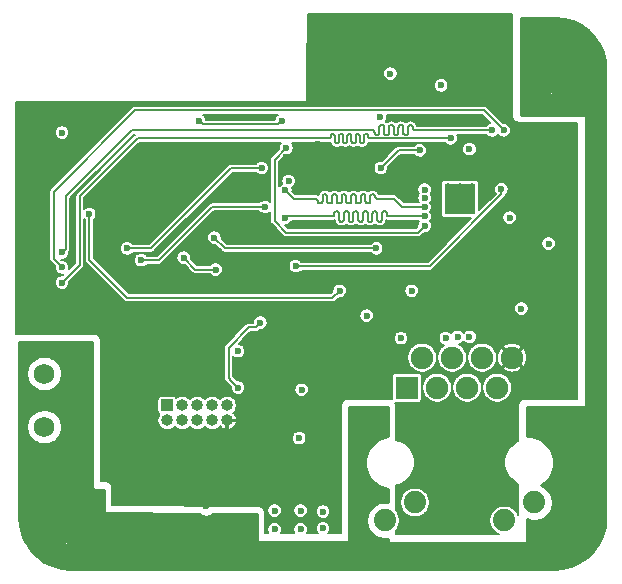
<source format=gbr>
G04 #@! TF.GenerationSoftware,KiCad,Pcbnew,(5.1.7)-1*
G04 #@! TF.CreationDate,2020-12-04T15:33:14-08:00*
G04 #@! TF.ProjectId,EsperDNS,45737065-7244-44e5-932e-6b696361645f,rev?*
G04 #@! TF.SameCoordinates,Original*
G04 #@! TF.FileFunction,Copper,L4,Bot*
G04 #@! TF.FilePolarity,Positive*
%FSLAX46Y46*%
G04 Gerber Fmt 4.6, Leading zero omitted, Abs format (unit mm)*
G04 Created by KiCad (PCBNEW (5.1.7)-1) date 2020-12-04 15:33:14*
%MOMM*%
%LPD*%
G01*
G04 APERTURE LIST*
G04 #@! TA.AperFunction,ComponentPad*
%ADD10O,1.000000X1.000000*%
G04 #@! TD*
G04 #@! TA.AperFunction,ComponentPad*
%ADD11R,1.000000X1.000000*%
G04 #@! TD*
G04 #@! TA.AperFunction,SMDPad,CuDef*
%ADD12R,2.600000X2.600000*%
G04 #@! TD*
G04 #@! TA.AperFunction,ComponentPad*
%ADD13C,0.500000*%
G04 #@! TD*
G04 #@! TA.AperFunction,ComponentPad*
%ADD14C,2.100000*%
G04 #@! TD*
G04 #@! TA.AperFunction,ComponentPad*
%ADD15C,1.750000*%
G04 #@! TD*
G04 #@! TA.AperFunction,ComponentPad*
%ADD16C,2.600000*%
G04 #@! TD*
G04 #@! TA.AperFunction,ComponentPad*
%ADD17C,1.890000*%
G04 #@! TD*
G04 #@! TA.AperFunction,ComponentPad*
%ADD18C,1.900000*%
G04 #@! TD*
G04 #@! TA.AperFunction,ComponentPad*
%ADD19R,1.900000X1.900000*%
G04 #@! TD*
G04 #@! TA.AperFunction,ComponentPad*
%ADD20C,4.400000*%
G04 #@! TD*
G04 #@! TA.AperFunction,ViaPad*
%ADD21C,0.600000*%
G04 #@! TD*
G04 #@! TA.AperFunction,Conductor*
%ADD22C,0.127000*%
G04 #@! TD*
G04 #@! TA.AperFunction,Conductor*
%ADD23C,0.254000*%
G04 #@! TD*
G04 #@! TA.AperFunction,Conductor*
%ADD24C,0.100000*%
G04 #@! TD*
G04 APERTURE END LIST*
D10*
X-7220000Y-10770000D03*
X-7220000Y-9500000D03*
X-8490000Y-10770000D03*
X-8490000Y-9500000D03*
X-9760000Y-10770000D03*
X-9760000Y-9500000D03*
X-11030000Y-10770000D03*
X-11030000Y-9500000D03*
X-12300000Y-10770000D03*
D11*
X-12300000Y-9500000D03*
D12*
X12500000Y8000000D03*
D13*
X11450000Y9050000D03*
X12500000Y9050000D03*
X13550000Y9050000D03*
X11450000Y8000000D03*
X12500000Y8000000D03*
X13550000Y8000000D03*
X11450000Y6950000D03*
X12500000Y6950000D03*
X13550000Y6950000D03*
D14*
X-20210000Y-12550000D03*
D15*
X-22700000Y-11300000D03*
X-22700000Y-6800000D03*
D14*
X-20210000Y-5540000D03*
D16*
X20240000Y-11290000D03*
X4690000Y-11290000D03*
D17*
X6140000Y-19240000D03*
X8680000Y-17720000D03*
X16250000Y-19240000D03*
X18790000Y-17720000D03*
D18*
X16910000Y-5460000D03*
X15640000Y-8000000D03*
X14370000Y-5460000D03*
X13100000Y-8000000D03*
X11830000Y-5460000D03*
X10560000Y-8000000D03*
X9290000Y-5460000D03*
D19*
X8020000Y-8000000D03*
D20*
X20550000Y19050000D03*
X-20550000Y-19050000D03*
D21*
X-16500000Y5500000D03*
X-17500000Y6000000D03*
X-16500000Y6500000D03*
X-17500000Y7000000D03*
X-15000000Y5500000D03*
X-14000000Y6000000D03*
X-15000000Y6500000D03*
X-14000000Y7000000D03*
X-15000000Y7500000D03*
X-16500000Y7500000D03*
X-17500000Y8000000D03*
X-14000000Y8000000D03*
X-15000000Y8500000D03*
X-16500000Y8500000D03*
X-14000000Y9000000D03*
X-17500000Y9000000D03*
X-9000000Y-18000000D03*
X500000Y12600000D03*
X300000Y10200000D03*
X-1600000Y5700000D03*
X-20100000Y900000D03*
X-20500000Y2800000D03*
X14500000Y14300000D03*
X12600000Y13200000D03*
X-800000Y2800000D03*
X-21200000Y14900000D03*
X-2200000Y11500000D03*
X16200000Y14700000D03*
X2500000Y22700000D03*
X16700000Y5400000D03*
X18440000Y10660000D03*
X13300000Y-1200000D03*
X8600000Y4000000D03*
X10900000Y18600000D03*
X8800000Y19500000D03*
X2000000Y-17800000D03*
X-5500000Y-17600000D03*
X-7400000Y-17600000D03*
X1300000Y-14400000D03*
X-8100000Y14900000D03*
X14300000Y12200000D03*
X1900000Y-7000000D03*
X-19200000Y-700000D03*
X-13000000Y-5000000D03*
X21000000Y-8000000D03*
X-2500000Y-1400000D03*
X2900000Y-1300000D03*
X16500000Y1799994D03*
X18800000Y4200000D03*
X-21200000Y13600000D03*
X900000Y-18500000D03*
X900000Y-19900000D03*
X-3200000Y-20000000D03*
X-3200000Y-18400000D03*
X13300000Y12200000D03*
X-2000000Y9500000D03*
X-6300000Y-4900000D03*
X5700000Y14900000D03*
X-1000000Y-18400000D03*
X-1000000Y-20000000D03*
X-1125000Y-12265000D03*
X16700000Y6400000D03*
X12300000Y-3700000D03*
X17700000Y-1300000D03*
X7500000Y-3800000D03*
X13300000Y-3700000D03*
X11300000Y-3800000D03*
X10900000Y17600000D03*
X6600000Y18600000D03*
X8400000Y200000D03*
X4600000Y-1900000D03*
X-21200000Y3450000D03*
X15200000Y13800000D03*
X-21200000Y2200000D03*
X16200000Y13800000D03*
X-8300000Y4700000D03*
X5400000Y3800000D03*
X5800000Y10600000D03*
X9093750Y12093750D03*
X9500000Y6500000D03*
X-2300000Y6400000D03*
X9500000Y7300000D03*
X-2300000Y8700000D03*
X9500000Y5699994D03*
X-2200000Y12300000D03*
X-21200000Y900000D03*
X11700000Y13100000D03*
X-8200000Y2000000D03*
X-10900000Y3000000D03*
X-9600000Y14600000D03*
X-2600000Y14600000D03*
X-14500000Y2800000D03*
X-4000000Y7300000D03*
X-15700000Y3800000D03*
X-4300000Y10600000D03*
X-15000000Y-20200000D03*
X-5200000Y-20000000D03*
X-6300000Y-8000000D03*
X-4400000Y-2500000D03*
X9500006Y8050000D03*
X9500000Y8777001D03*
X16000000Y8800000D03*
X-1400000Y2300000D03*
X2300000Y200000D03*
X-18900000Y6700000D03*
X20000000Y4200000D03*
X-900000Y-8180000D03*
D22*
X-20900000Y3750000D02*
X-21200000Y3450000D01*
X5066000Y13800000D02*
X-15300000Y13800000D01*
X5110504Y13794986D02*
X5066000Y13800000D01*
X5260985Y13644505D02*
X5246193Y13686777D01*
X5271014Y13555496D02*
X5260985Y13644505D01*
X5341302Y13443634D02*
X5309633Y13475303D01*
X7266193Y13513224D02*
X7242366Y13475303D01*
X7280985Y13555496D02*
X7266193Y13513224D01*
X7362055Y14205929D02*
X7330070Y14173944D01*
X7613944Y14205929D02*
X7575644Y14229995D01*
X7669995Y14135644D02*
X7645929Y14173944D01*
X7845495Y13405015D02*
X7803223Y13419807D01*
X8170055Y14205929D02*
X8138070Y14173944D01*
X7980776Y13419807D02*
X7938504Y13405015D01*
X5152776Y13780194D02*
X5110504Y13794986D01*
X8655050Y13805064D02*
X8612355Y13820004D01*
X7330070Y14173944D02*
X7306004Y14135644D01*
X8542070Y13876055D02*
X8518004Y13914355D01*
X7286000Y14048000D02*
X7286000Y13600000D01*
X5222366Y13724698D02*
X5190697Y13756367D01*
X8492935Y14092949D02*
X8477995Y14135644D01*
X7690000Y13600000D02*
X7690000Y14048000D01*
X7575644Y14229995D02*
X7532949Y14244935D01*
X5466000Y13400000D02*
X5421495Y13405015D01*
X8700000Y13800000D02*
X8655050Y13805064D01*
X8518004Y13914355D02*
X8503064Y13957050D01*
X7242366Y13475303D02*
X7210697Y13443634D01*
X7938504Y13405015D02*
X7894000Y13400000D01*
X8498000Y14002000D02*
X8498000Y14048000D01*
X5246193Y13686777D02*
X5222366Y13724698D01*
X7765302Y13443634D02*
X7733633Y13475303D01*
X7306004Y14135644D02*
X7291064Y14092949D01*
X7286000Y13600000D02*
X7280985Y13555496D01*
X8503064Y13957050D02*
X8498000Y14002000D01*
X-15300000Y13800000D02*
X-20900000Y8200000D01*
X8074193Y13513224D02*
X8050366Y13475303D01*
X7690000Y14048000D02*
X7684935Y14092949D01*
X8421944Y14205929D02*
X8383644Y14229995D01*
X7291064Y14092949D02*
X7286000Y14048000D01*
X7645929Y14173944D02*
X7613944Y14205929D01*
X8094000Y13600000D02*
X8088985Y13555496D01*
X7488000Y14250000D02*
X7443050Y14244935D01*
X8088985Y13555496D02*
X8074193Y13513224D01*
X5556776Y13419807D02*
X5514504Y13405015D01*
X7532949Y14244935D02*
X7488000Y14250000D01*
X8477995Y14135644D02*
X8453929Y14173944D01*
X8612355Y13820004D02*
X8574055Y13844070D01*
X8498000Y14048000D02*
X8492935Y14092949D01*
X7733633Y13475303D02*
X7709806Y13513224D01*
X5190697Y13756367D02*
X5152776Y13780194D01*
X15200000Y13800000D02*
X8700000Y13800000D01*
X5309633Y13475303D02*
X5285806Y13513224D01*
X7890000Y13400000D02*
X7845495Y13405015D01*
X5379223Y13419807D02*
X5341302Y13443634D01*
X8099064Y14092949D02*
X8094000Y14048000D01*
X7695014Y13555496D02*
X7690000Y13600000D01*
X8574055Y13844070D02*
X8542070Y13876055D01*
X7709806Y13513224D02*
X7695014Y13555496D01*
X-20900000Y8200000D02*
X-20900000Y3750000D01*
X8383644Y14229995D02*
X8340949Y14244935D01*
X7894000Y13400000D02*
X7890000Y13400000D01*
X8340949Y14244935D02*
X8296000Y14250000D01*
X8296000Y14250000D02*
X8251050Y14244935D01*
X5285806Y13513224D02*
X5271014Y13555496D01*
X8453929Y14173944D02*
X8421944Y14205929D01*
X7684935Y14092949D02*
X7669995Y14135644D01*
X7443050Y14244935D02*
X7400355Y14229995D01*
X8251050Y14244935D02*
X8208355Y14229995D01*
X5421495Y13405015D02*
X5379223Y13419807D01*
X8208355Y14229995D02*
X8170055Y14205929D01*
X7803223Y13419807D02*
X7765302Y13443634D01*
X8114004Y14135644D02*
X8099064Y14092949D01*
X8094000Y14048000D02*
X8094000Y13600000D01*
X8050366Y13475303D02*
X8018697Y13443634D01*
X7400355Y14229995D02*
X7362055Y14205929D01*
X5514504Y13405015D02*
X5470000Y13400000D01*
X8018697Y13443634D02*
X7980776Y13419807D01*
X7210697Y13443634D02*
X7172776Y13419807D01*
X7172776Y13419807D02*
X7130504Y13405015D01*
X7130504Y13405015D02*
X7086000Y13400000D01*
X7086000Y13400000D02*
X7082000Y13400000D01*
X7082000Y13400000D02*
X7037495Y13405015D01*
X7037495Y13405015D02*
X6995223Y13419807D01*
X6995223Y13419807D02*
X6957302Y13443634D01*
X6957302Y13443634D02*
X6925633Y13475303D01*
X6925633Y13475303D02*
X6901806Y13513224D01*
X6901806Y13513224D02*
X6887014Y13555496D01*
X6887014Y13555496D02*
X6882000Y13600000D01*
X6882000Y13600000D02*
X6882000Y14048000D01*
X6882000Y14048000D02*
X6876935Y14092949D01*
X6876935Y14092949D02*
X6861995Y14135644D01*
X6861995Y14135644D02*
X6837929Y14173944D01*
X6837929Y14173944D02*
X6805944Y14205929D01*
X6805944Y14205929D02*
X6767644Y14229995D01*
X6767644Y14229995D02*
X6724949Y14244935D01*
X6724949Y14244935D02*
X6680000Y14250000D01*
X6680000Y14250000D02*
X6635050Y14244935D01*
X6635050Y14244935D02*
X6592355Y14229995D01*
X6592355Y14229995D02*
X6554055Y14205929D01*
X6554055Y14205929D02*
X6522070Y14173944D01*
X6522070Y14173944D02*
X6498004Y14135644D01*
X6498004Y14135644D02*
X6483064Y14092949D01*
X6483064Y14092949D02*
X6478000Y14048000D01*
X6478000Y14048000D02*
X6478000Y13600000D01*
X6478000Y13600000D02*
X6472985Y13555496D01*
X6472985Y13555496D02*
X6458193Y13513224D01*
X6458193Y13513224D02*
X6434366Y13475303D01*
X6434366Y13475303D02*
X6402697Y13443634D01*
X6402697Y13443634D02*
X6364776Y13419807D01*
X6364776Y13419807D02*
X6322504Y13405015D01*
X6322504Y13405015D02*
X6278000Y13400000D01*
X6278000Y13400000D02*
X6274000Y13400000D01*
X6274000Y13400000D02*
X6229495Y13405015D01*
X6229495Y13405015D02*
X6187223Y13419807D01*
X6187223Y13419807D02*
X6149302Y13443634D01*
X6149302Y13443634D02*
X6117633Y13475303D01*
X6117633Y13475303D02*
X6093806Y13513224D01*
X6093806Y13513224D02*
X6079014Y13555496D01*
X6079014Y13555496D02*
X6074000Y13600000D01*
X6074000Y13600000D02*
X6074000Y14048000D01*
X6074000Y14048000D02*
X6068935Y14092949D01*
X6068935Y14092949D02*
X6053995Y14135644D01*
X6053995Y14135644D02*
X6029929Y14173944D01*
X6029929Y14173944D02*
X5997944Y14205929D01*
X5997944Y14205929D02*
X5959644Y14229995D01*
X5959644Y14229995D02*
X5916949Y14244935D01*
X5916949Y14244935D02*
X5872000Y14250000D01*
X5872000Y14250000D02*
X5827050Y14244935D01*
X5827050Y14244935D02*
X5784355Y14229995D01*
X5784355Y14229995D02*
X5746055Y14205929D01*
X5746055Y14205929D02*
X5714070Y14173944D01*
X5714070Y14173944D02*
X5690004Y14135644D01*
X5690004Y14135644D02*
X5675064Y14092949D01*
X5675064Y14092949D02*
X5670000Y14048000D01*
X5670000Y14048000D02*
X5670000Y13600000D01*
X5670000Y13600000D02*
X5664985Y13555496D01*
X5664985Y13555496D02*
X5650193Y13513224D01*
X5650193Y13513224D02*
X5626366Y13475303D01*
X5626366Y13475303D02*
X5594697Y13443634D01*
X5594697Y13443634D02*
X5556776Y13419807D01*
X8138070Y14173944D02*
X8114004Y14135644D01*
X5470000Y13400000D02*
X5466000Y13400000D01*
X-21900000Y2900000D02*
X-21200000Y2200000D01*
X-21900000Y8600000D02*
X-21900000Y2900000D01*
X-15000000Y15500000D02*
X-21900000Y8600000D01*
X14500000Y15500000D02*
X-15000000Y15500000D01*
X16200000Y13800000D02*
X14500000Y15500000D01*
X-8300000Y4700000D02*
X-7400000Y3800000D01*
X-7400000Y3800000D02*
X5400000Y3800000D01*
X7293750Y12093750D02*
X9093750Y12093750D01*
X5800000Y10600000D02*
X7293750Y12093750D01*
X-2200000Y6500000D02*
X-2300000Y6400000D01*
X1652000Y6500000D02*
X-2200000Y6500000D01*
X1696949Y6505064D02*
X1652000Y6500000D01*
X1739644Y6520004D02*
X1696949Y6505064D01*
X1777944Y6544070D02*
X1739644Y6520004D01*
X1809929Y6576055D02*
X1777944Y6544070D01*
X1833995Y6614355D02*
X1809929Y6576055D01*
X1848935Y6657050D02*
X1833995Y6614355D01*
X1854000Y6702000D02*
X1848935Y6657050D01*
X1854000Y6748000D02*
X1854000Y6702000D01*
X1859064Y6792949D02*
X1854000Y6748000D01*
X1874004Y6835644D02*
X1859064Y6792949D01*
X1898070Y6873944D02*
X1874004Y6835644D01*
X1930055Y6905929D02*
X1898070Y6873944D01*
X1968355Y6929995D02*
X1930055Y6905929D01*
X2011050Y6944935D02*
X1968355Y6929995D01*
X2056000Y6950000D02*
X2011050Y6944935D01*
X2100949Y6944935D02*
X2056000Y6950000D01*
X2143644Y6929995D02*
X2100949Y6944935D01*
X2237995Y6835644D02*
X2213929Y6873944D01*
X2252935Y6792949D02*
X2237995Y6835644D01*
X2258000Y6748000D02*
X2252935Y6792949D01*
X2258000Y6252000D02*
X2258000Y6748000D01*
X2263064Y6207051D02*
X2258000Y6252000D01*
X2278004Y6164356D02*
X2263064Y6207051D01*
X2334055Y6094071D02*
X2302070Y6126056D01*
X2372355Y6070005D02*
X2334055Y6094071D01*
X2415050Y6055065D02*
X2372355Y6070005D01*
X2460000Y6050000D02*
X2415050Y6055065D01*
X2504949Y6055065D02*
X2460000Y6050000D01*
X2547644Y6070005D02*
X2504949Y6055065D01*
X2617929Y6126056D02*
X2585944Y6094071D01*
X2641995Y6164356D02*
X2617929Y6126056D01*
X2656935Y6207051D02*
X2641995Y6164356D01*
X2662000Y6252000D02*
X2656935Y6207051D01*
X2662000Y6748000D02*
X2662000Y6252000D01*
X2667064Y6792949D02*
X2662000Y6748000D01*
X2682004Y6835644D02*
X2667064Y6792949D01*
X2706070Y6873944D02*
X2682004Y6835644D01*
X2738055Y6905929D02*
X2706070Y6873944D01*
X2776355Y6929995D02*
X2738055Y6905929D01*
X2819050Y6944935D02*
X2776355Y6929995D01*
X2864000Y6950000D02*
X2819050Y6944935D01*
X2908949Y6944935D02*
X2864000Y6950000D01*
X2951644Y6929995D02*
X2908949Y6944935D01*
X2989944Y6905929D02*
X2951644Y6929995D01*
X3021929Y6873944D02*
X2989944Y6905929D01*
X3045995Y6835644D02*
X3021929Y6873944D01*
X3060935Y6792949D02*
X3045995Y6835644D01*
X3066000Y6748000D02*
X3060935Y6792949D01*
X3066000Y6252000D02*
X3066000Y6748000D01*
X5009944Y6094071D02*
X4971644Y6070005D01*
X5065995Y6164356D02*
X5041929Y6126056D01*
X5086000Y6748000D02*
X5086000Y6252000D01*
X5162055Y6905929D02*
X5130070Y6873944D01*
X5200355Y6929995D02*
X5162055Y6905929D01*
X5288000Y6950000D02*
X5243050Y6944935D01*
X5375644Y6929995D02*
X5332949Y6944935D01*
X5484935Y6792949D02*
X5469995Y6835644D01*
X2181944Y6905929D02*
X2143644Y6929995D01*
X6455050Y6505064D02*
X6412355Y6520004D01*
X5490000Y6748000D02*
X5484935Y6792949D01*
X5490000Y6252000D02*
X5490000Y6748000D01*
X5914004Y6835644D02*
X5899064Y6792949D01*
X5413944Y6905929D02*
X5375644Y6929995D01*
X5495064Y6207051D02*
X5490000Y6252000D01*
X2213929Y6873944D02*
X2181944Y6905929D01*
X5647050Y6055065D02*
X5604355Y6070005D01*
X5566055Y6094071D02*
X5534070Y6126056D01*
X3627050Y6944935D02*
X3584355Y6929995D01*
X5130070Y6873944D02*
X5106004Y6835644D01*
X5736949Y6055065D02*
X5692000Y6050000D01*
X5779644Y6070005D02*
X5736949Y6055065D01*
X3071064Y6207051D02*
X3066000Y6252000D01*
X6096000Y6950000D02*
X6051050Y6944935D01*
X4201944Y6094071D02*
X4163644Y6070005D01*
X6253929Y6873944D02*
X6221944Y6905929D01*
X5243050Y6944935D02*
X5200355Y6929995D01*
X6292935Y6792949D02*
X6277995Y6835644D01*
X6298000Y6702000D02*
X6298000Y6748000D01*
X5332949Y6944935D02*
X5288000Y6950000D01*
X3490004Y6835644D02*
X3475064Y6792949D01*
X5873995Y6164356D02*
X5849929Y6126056D01*
X4567644Y6929995D02*
X4524949Y6944935D01*
X6277995Y6835644D02*
X6253929Y6873944D01*
X5080935Y6207051D02*
X5065995Y6164356D01*
X6298000Y6748000D02*
X6292935Y6792949D01*
X5894000Y6748000D02*
X5894000Y6252000D01*
X3918070Y6126056D02*
X3894004Y6164356D01*
X9500000Y6500000D02*
X6500000Y6500000D01*
X5106004Y6835644D02*
X5091064Y6792949D01*
X4676935Y6792949D02*
X4661995Y6835644D01*
X5091064Y6792949D02*
X5086000Y6748000D01*
X6303064Y6657050D02*
X6298000Y6702000D01*
X2302070Y6126056D02*
X2278004Y6164356D01*
X5938070Y6873944D02*
X5914004Y6835644D01*
X6221944Y6905929D02*
X6183644Y6929995D01*
X5534070Y6126056D02*
X5510004Y6164356D01*
X3142055Y6094071D02*
X3110070Y6126056D01*
X5692000Y6050000D02*
X5647050Y6055065D01*
X5894000Y6252000D02*
X5888935Y6207051D01*
X4480000Y6950000D02*
X4435050Y6944935D01*
X6183644Y6929995D02*
X6140949Y6944935D01*
X4637929Y6873944D02*
X4605944Y6905929D01*
X6500000Y6500000D02*
X6455050Y6505064D01*
X3546055Y6905929D02*
X3514070Y6873944D01*
X5445929Y6873944D02*
X5413944Y6905929D01*
X4884000Y6050000D02*
X4839050Y6055065D01*
X6140949Y6944935D02*
X6096000Y6950000D01*
X5888935Y6207051D02*
X5873995Y6164356D01*
X3894004Y6164356D02*
X3879064Y6207051D01*
X5469995Y6835644D02*
X5445929Y6873944D01*
X5086000Y6252000D02*
X5080935Y6207051D01*
X5970055Y6905929D02*
X5938070Y6873944D01*
X2585944Y6094071D02*
X2547644Y6070005D01*
X6008355Y6929995D02*
X5970055Y6905929D01*
X3464935Y6207051D02*
X3449995Y6164356D01*
X6342070Y6576055D02*
X6318004Y6614355D01*
X3086004Y6164356D02*
X3071064Y6207051D01*
X5041929Y6126056D02*
X5009944Y6094071D01*
X5899064Y6792949D02*
X5894000Y6748000D01*
X4687064Y6207051D02*
X4682000Y6252000D01*
X5510004Y6164356D02*
X5495064Y6207051D01*
X5849929Y6126056D02*
X5817944Y6094071D01*
X4031050Y6055065D02*
X3988355Y6070005D01*
X5817944Y6094071D02*
X5779644Y6070005D01*
X3988355Y6070005D02*
X3950055Y6094071D01*
X4971644Y6070005D02*
X4928949Y6055065D01*
X4928949Y6055065D02*
X4884000Y6050000D01*
X4839050Y6055065D02*
X4796355Y6070005D01*
X4796355Y6070005D02*
X4758055Y6094071D01*
X4758055Y6094071D02*
X4726070Y6126056D01*
X4726070Y6126056D02*
X4702004Y6164356D01*
X4702004Y6164356D02*
X4687064Y6207051D01*
X4682000Y6252000D02*
X4682000Y6748000D01*
X5604355Y6070005D02*
X5566055Y6094071D01*
X4682000Y6748000D02*
X4676935Y6792949D01*
X4661995Y6835644D02*
X4637929Y6873944D01*
X4605944Y6905929D02*
X4567644Y6929995D01*
X4524949Y6944935D02*
X4480000Y6950000D01*
X4435050Y6944935D02*
X4392355Y6929995D01*
X4392355Y6929995D02*
X4354055Y6905929D01*
X4354055Y6905929D02*
X4322070Y6873944D01*
X4322070Y6873944D02*
X4298004Y6835644D01*
X4298004Y6835644D02*
X4283064Y6792949D01*
X4283064Y6792949D02*
X4278000Y6748000D01*
X4278000Y6748000D02*
X4278000Y6252000D01*
X4278000Y6252000D02*
X4272935Y6207051D01*
X4272935Y6207051D02*
X4257995Y6164356D01*
X4257995Y6164356D02*
X4233929Y6126056D01*
X4233929Y6126056D02*
X4201944Y6094071D01*
X4163644Y6070005D02*
X4120949Y6055065D01*
X4120949Y6055065D02*
X4076000Y6050000D01*
X4076000Y6050000D02*
X4031050Y6055065D01*
X3950055Y6094071D02*
X3918070Y6126056D01*
X3879064Y6207051D02*
X3874000Y6252000D01*
X3874000Y6252000D02*
X3874000Y6748000D01*
X3874000Y6748000D02*
X3868935Y6792949D01*
X3868935Y6792949D02*
X3853995Y6835644D01*
X3853995Y6835644D02*
X3829929Y6873944D01*
X3829929Y6873944D02*
X3797944Y6905929D01*
X3797944Y6905929D02*
X3759644Y6929995D01*
X3759644Y6929995D02*
X3716949Y6944935D01*
X6051050Y6944935D02*
X6008355Y6929995D01*
X3716949Y6944935D02*
X3672000Y6950000D01*
X6374055Y6544070D02*
X6342070Y6576055D01*
X3672000Y6950000D02*
X3627050Y6944935D01*
X3584355Y6929995D02*
X3546055Y6905929D01*
X3514070Y6873944D02*
X3490004Y6835644D01*
X3475064Y6792949D02*
X3470000Y6748000D01*
X3470000Y6748000D02*
X3470000Y6252000D01*
X3470000Y6252000D02*
X3464935Y6207051D01*
X3449995Y6164356D02*
X3425929Y6126056D01*
X3425929Y6126056D02*
X3393944Y6094071D01*
X6412355Y6520004D02*
X6374055Y6544070D01*
X3393944Y6094071D02*
X3355644Y6070005D01*
X3355644Y6070005D02*
X3312949Y6055065D01*
X3312949Y6055065D02*
X3268000Y6050000D01*
X3268000Y6050000D02*
X3223050Y6055065D01*
X3223050Y6055065D02*
X3180355Y6070005D01*
X6318004Y6614355D02*
X6303064Y6657050D01*
X3180355Y6070005D02*
X3142055Y6094071D01*
X3110070Y6126056D02*
X3086004Y6164356D01*
X-1600000Y8000000D02*
X-2300000Y8700000D01*
X252000Y8000000D02*
X-1600000Y8000000D01*
X296504Y7994986D02*
X252000Y8000000D01*
X338776Y7980194D02*
X296504Y7994986D01*
X376697Y7956367D02*
X338776Y7980194D01*
X408366Y7924698D02*
X376697Y7956367D01*
X432193Y7886777D02*
X408366Y7924698D01*
X446985Y7844505D02*
X432193Y7886777D01*
X457014Y7755496D02*
X446985Y7844505D01*
X471806Y7713224D02*
X457014Y7755496D01*
X495633Y7675303D02*
X471806Y7713224D01*
X527302Y7643634D02*
X495633Y7675303D01*
X565223Y7619807D02*
X527302Y7643634D01*
X607495Y7605015D02*
X565223Y7619807D01*
X652000Y7600000D02*
X607495Y7605015D01*
X656000Y7600000D02*
X652000Y7600000D01*
X700504Y7605015D02*
X656000Y7600000D01*
X742776Y7619807D02*
X700504Y7605015D01*
X780697Y7643634D02*
X742776Y7619807D01*
X812366Y7675303D02*
X780697Y7643634D01*
X836193Y7713224D02*
X812366Y7675303D01*
X850985Y7755496D02*
X836193Y7713224D01*
X856000Y7800000D02*
X850985Y7755496D01*
X856000Y8200000D02*
X856000Y7800000D01*
X861014Y8244504D02*
X856000Y8200000D01*
X875806Y8286776D02*
X861014Y8244504D01*
X899633Y8324697D02*
X875806Y8286776D01*
X931302Y8356366D02*
X899633Y8324697D01*
X969223Y8380193D02*
X931302Y8356366D01*
X1011495Y8394985D02*
X969223Y8380193D01*
X1056000Y8400000D02*
X1011495Y8394985D01*
X1060000Y8400000D02*
X1056000Y8400000D01*
X1104504Y8394985D02*
X1060000Y8400000D01*
X1146776Y8380193D02*
X1104504Y8394985D01*
X1184697Y8356366D02*
X1146776Y8380193D01*
X1216366Y8324697D02*
X1184697Y8356366D01*
X1240193Y8286776D02*
X1216366Y8324697D01*
X1254985Y8244504D02*
X1240193Y8286776D01*
X1260000Y8200000D02*
X1254985Y8244504D01*
X1260000Y7800000D02*
X1260000Y8200000D01*
X1265014Y7755496D02*
X1260000Y7800000D01*
X1279806Y7713224D02*
X1265014Y7755496D01*
X1303633Y7675303D02*
X1279806Y7713224D01*
X1335302Y7643634D02*
X1303633Y7675303D01*
X1373223Y7619807D02*
X1335302Y7643634D01*
X1415495Y7605015D02*
X1373223Y7619807D01*
X1460000Y7600000D02*
X1415495Y7605015D01*
X1464000Y7600000D02*
X1460000Y7600000D01*
X1508504Y7605015D02*
X1464000Y7600000D01*
X1550776Y7619807D02*
X1508504Y7605015D01*
X1588697Y7643634D02*
X1550776Y7619807D01*
X1620366Y7675303D02*
X1588697Y7643634D01*
X1644193Y7713224D02*
X1620366Y7675303D01*
X1658985Y7755496D02*
X1644193Y7713224D01*
X1664000Y7800000D02*
X1658985Y7755496D01*
X1664000Y8200000D02*
X1664000Y7800000D01*
X1669014Y8244504D02*
X1664000Y8200000D01*
X1683806Y8286776D02*
X1669014Y8244504D01*
X1707633Y8324697D02*
X1683806Y8286776D01*
X1739302Y8356366D02*
X1707633Y8324697D01*
X1777223Y8380193D02*
X1739302Y8356366D01*
X1819495Y8394985D02*
X1777223Y8380193D01*
X1864000Y8400000D02*
X1819495Y8394985D01*
X1868000Y8400000D02*
X1864000Y8400000D01*
X1912504Y8394985D02*
X1868000Y8400000D01*
X1954776Y8380193D02*
X1912504Y8394985D01*
X1992697Y8356366D02*
X1954776Y8380193D01*
X2024366Y8324697D02*
X1992697Y8356366D01*
X2048193Y8286776D02*
X2024366Y8324697D01*
X2062985Y8244504D02*
X2048193Y8286776D01*
X2068000Y8200000D02*
X2062985Y8244504D01*
X2068000Y7800000D02*
X2068000Y8200000D01*
X2073014Y7755496D02*
X2068000Y7800000D01*
X2087806Y7713224D02*
X2073014Y7755496D01*
X2111633Y7675303D02*
X2087806Y7713224D01*
X2143302Y7643634D02*
X2111633Y7675303D01*
X2181223Y7619807D02*
X2143302Y7643634D01*
X2223495Y7605015D02*
X2181223Y7619807D01*
X2268000Y7600000D02*
X2223495Y7605015D01*
X2272000Y7600000D02*
X2268000Y7600000D01*
X2316504Y7605015D02*
X2272000Y7600000D01*
X4088000Y8200000D02*
X4088000Y7800000D01*
X4093014Y8244504D02*
X4088000Y8200000D01*
X4131633Y8324697D02*
X4107806Y8286776D01*
X4163302Y8356366D02*
X4131633Y8324697D01*
X4201223Y8380193D02*
X4163302Y8356366D01*
X4288000Y8400000D02*
X4243495Y8394985D01*
X4292000Y8400000D02*
X4288000Y8400000D01*
X2466985Y7755496D02*
X2452193Y7713224D01*
X4336504Y8394985D02*
X4292000Y8400000D01*
X4378776Y8380193D02*
X4336504Y8394985D01*
X4416697Y8356366D02*
X4378776Y8380193D01*
X4448366Y8324697D02*
X4416697Y8356366D01*
X4472193Y8286776D02*
X4448366Y8324697D01*
X4486985Y8244504D02*
X4472193Y8286776D01*
X4492000Y8200000D02*
X4486985Y8244504D01*
X4492000Y7800000D02*
X4492000Y8200000D01*
X4497014Y7755496D02*
X4492000Y7800000D01*
X4243495Y8394985D02*
X4201223Y8380193D01*
X4511806Y7713224D02*
X4497014Y7755496D01*
X4535633Y7675303D02*
X4511806Y7713224D01*
X4567302Y7643634D02*
X4535633Y7675303D01*
X4605223Y7619807D02*
X4567302Y7643634D01*
X4647495Y7605015D02*
X4605223Y7619807D01*
X4692000Y7600000D02*
X4647495Y7605015D01*
X4696000Y7600000D02*
X4692000Y7600000D01*
X2472000Y8200000D02*
X2472000Y7800000D01*
X4740504Y7605015D02*
X4696000Y7600000D01*
X4820697Y7643634D02*
X4782776Y7619807D01*
X5280193Y8286776D02*
X5256366Y8324697D01*
X5294985Y8244504D02*
X5280193Y8286776D01*
X4852366Y7675303D02*
X4820697Y7643634D01*
X5305014Y8155495D02*
X5294985Y8244504D01*
X4782776Y7619807D02*
X4740504Y7605015D01*
X3480000Y8400000D02*
X3435495Y8394985D01*
X4939633Y8324697D02*
X4915806Y8286776D01*
X5375302Y8043633D02*
X5343633Y8075302D01*
X4971302Y8356366D02*
X4939633Y8324697D01*
X4088000Y7800000D02*
X4082985Y7755496D01*
X5319806Y8113223D02*
X5305014Y8155495D01*
X5413223Y8019806D02*
X5375302Y8043633D01*
X4896000Y7800000D02*
X4890985Y7755496D01*
X5343633Y8075302D02*
X5319806Y8113223D01*
X5455495Y8005014D02*
X5413223Y8019806D01*
X2428366Y7675303D02*
X2396697Y7643634D01*
X6900000Y8000000D02*
X5500000Y8000000D01*
X2358776Y7619807D02*
X2316504Y7605015D01*
X5500000Y8000000D02*
X5455495Y8005014D01*
X7600000Y7300000D02*
X6900000Y8000000D01*
X5256366Y8324697D02*
X5224697Y8356366D01*
X9500000Y7300000D02*
X7600000Y7300000D01*
X5051495Y8394985D02*
X5009223Y8380193D01*
X5224697Y8356366D02*
X5186776Y8380193D01*
X5096000Y8400000D02*
X5051495Y8394985D01*
X2396697Y7643634D02*
X2358776Y7619807D01*
X5186776Y8380193D02*
X5144504Y8394985D01*
X4082985Y7755496D02*
X4068193Y7713224D01*
X5144504Y8394985D02*
X5100000Y8400000D01*
X5100000Y8400000D02*
X5096000Y8400000D01*
X5009223Y8380193D02*
X4971302Y8356366D01*
X4915806Y8286776D02*
X4901014Y8244504D01*
X4901014Y8244504D02*
X4896000Y8200000D01*
X4896000Y8200000D02*
X4896000Y7800000D01*
X4890985Y7755496D02*
X4876193Y7713224D01*
X2452193Y7713224D02*
X2428366Y7675303D01*
X4107806Y8286776D02*
X4093014Y8244504D01*
X4876193Y7713224D02*
X4852366Y7675303D01*
X4068193Y7713224D02*
X4044366Y7675303D01*
X4044366Y7675303D02*
X4012697Y7643634D01*
X4012697Y7643634D02*
X3974776Y7619807D01*
X3974776Y7619807D02*
X3932504Y7605015D01*
X3932504Y7605015D02*
X3888000Y7600000D01*
X3888000Y7600000D02*
X3884000Y7600000D01*
X3884000Y7600000D02*
X3839495Y7605015D01*
X3839495Y7605015D02*
X3797223Y7619807D01*
X3797223Y7619807D02*
X3759302Y7643634D01*
X3759302Y7643634D02*
X3727633Y7675303D01*
X3727633Y7675303D02*
X3703806Y7713224D01*
X3703806Y7713224D02*
X3689014Y7755496D01*
X3689014Y7755496D02*
X3684000Y7800000D01*
X3684000Y7800000D02*
X3684000Y8200000D01*
X3684000Y8200000D02*
X3678985Y8244504D01*
X3678985Y8244504D02*
X3664193Y8286776D01*
X3664193Y8286776D02*
X3640366Y8324697D01*
X3640366Y8324697D02*
X3608697Y8356366D01*
X3608697Y8356366D02*
X3570776Y8380193D01*
X3570776Y8380193D02*
X3528504Y8394985D01*
X3528504Y8394985D02*
X3484000Y8400000D01*
X3484000Y8400000D02*
X3480000Y8400000D01*
X3435495Y8394985D02*
X3393223Y8380193D01*
X3393223Y8380193D02*
X3355302Y8356366D01*
X3355302Y8356366D02*
X3323633Y8324697D01*
X3323633Y8324697D02*
X3299806Y8286776D01*
X3299806Y8286776D02*
X3285014Y8244504D01*
X3285014Y8244504D02*
X3280000Y8200000D01*
X3280000Y8200000D02*
X3280000Y7800000D01*
X3280000Y7800000D02*
X3274985Y7755496D01*
X3274985Y7755496D02*
X3260193Y7713224D01*
X3260193Y7713224D02*
X3236366Y7675303D01*
X3236366Y7675303D02*
X3204697Y7643634D01*
X3204697Y7643634D02*
X3166776Y7619807D01*
X3166776Y7619807D02*
X3124504Y7605015D01*
X3124504Y7605015D02*
X3080000Y7600000D01*
X3080000Y7600000D02*
X3076000Y7600000D01*
X3076000Y7600000D02*
X3031495Y7605015D01*
X3031495Y7605015D02*
X2989223Y7619807D01*
X2989223Y7619807D02*
X2951302Y7643634D01*
X2951302Y7643634D02*
X2919633Y7675303D01*
X2919633Y7675303D02*
X2895806Y7713224D01*
X2895806Y7713224D02*
X2881014Y7755496D01*
X2881014Y7755496D02*
X2876000Y7800000D01*
X2876000Y7800000D02*
X2876000Y8200000D01*
X2876000Y8200000D02*
X2870985Y8244504D01*
X2870985Y8244504D02*
X2856193Y8286776D01*
X2856193Y8286776D02*
X2832366Y8324697D01*
X2832366Y8324697D02*
X2800697Y8356366D01*
X2800697Y8356366D02*
X2762776Y8380193D01*
X2762776Y8380193D02*
X2720504Y8394985D01*
X2720504Y8394985D02*
X2676000Y8400000D01*
X2676000Y8400000D02*
X2672000Y8400000D01*
X2672000Y8400000D02*
X2627495Y8394985D01*
X2627495Y8394985D02*
X2585223Y8380193D01*
X2585223Y8380193D02*
X2547302Y8356366D01*
X2547302Y8356366D02*
X2515633Y8324697D01*
X2515633Y8324697D02*
X2491806Y8286776D01*
X2491806Y8286776D02*
X2477014Y8244504D01*
X2477014Y8244504D02*
X2472000Y8200000D01*
X2472000Y7800000D02*
X2466985Y7755496D01*
X-3200000Y11300000D02*
X-2200000Y12300000D01*
X-2200000Y5100000D02*
X-3200000Y6100000D01*
X-3200000Y6100000D02*
X-3200000Y11300000D01*
X8900006Y5100000D02*
X-2200000Y5100000D01*
X9500000Y5699994D02*
X8900006Y5100000D01*
X-9900000Y2000000D02*
X-10900000Y3000000D01*
X-8200000Y2000000D02*
X-9900000Y2000000D01*
X-2899999Y14300001D02*
X-2600000Y14600000D01*
X-9600000Y14600000D02*
X-9300001Y14300001D01*
X-9300001Y14300001D02*
X-2899999Y14300001D01*
X-14500000Y2800000D02*
X-13000000Y2800000D01*
X-8500000Y7300000D02*
X-4000000Y7300000D01*
X-13000000Y2800000D02*
X-8500000Y7300000D01*
X-15700000Y3800000D02*
X-13700000Y3800000D01*
X-6900000Y10600000D02*
X-4300000Y10600000D01*
X-13700000Y3800000D02*
X-6900000Y10600000D01*
X-6300000Y-8000000D02*
X-6900000Y-7400000D01*
X-6900000Y-7400000D02*
X-7100000Y-7200000D01*
X-7100000Y-7200000D02*
X-7100000Y-4600000D01*
X-7100000Y-4600000D02*
X-5400000Y-2900000D01*
X-4800000Y-2900000D02*
X-4400000Y-2500000D01*
X-5400000Y-2900000D02*
X-4800000Y-2900000D01*
X9924264Y2300000D02*
X-1400000Y2300000D01*
X16000000Y8375736D02*
X9924264Y2300000D01*
X16000000Y8800000D02*
X16000000Y8375736D01*
X2300000Y200000D02*
X1700000Y-400000D01*
X1700000Y-400000D02*
X-15700000Y-400000D01*
X-18900000Y2800000D02*
X-18900000Y6700000D01*
X-15700000Y-400000D02*
X-18900000Y2800000D01*
X-19700000Y8200000D02*
X-19700000Y2400000D01*
X-14800000Y13100000D02*
X-19700000Y8200000D01*
X1436797Y13117528D02*
X1399386Y13104437D01*
X1674613Y13495562D02*
X1637202Y13482471D01*
X1886562Y13362386D02*
X1873471Y13399797D01*
X1891000Y13323000D02*
X1886562Y13362386D01*
X1891000Y12877000D02*
X1891000Y13323000D01*
X1895437Y12837614D02*
X1891000Y12877000D01*
X1603642Y13461384D02*
X1575615Y13433357D01*
X3678528Y13399797D02*
X3665437Y13362386D01*
X1753386Y13495562D02*
X1714000Y13500000D01*
X3699615Y13433357D02*
X3678528Y13399797D01*
X3798613Y13495562D02*
X3761202Y13482471D01*
X4010562Y13362386D02*
X3997471Y13399797D01*
X4015000Y12877000D02*
X4015000Y13323000D01*
X4019437Y12837614D02*
X4015000Y12877000D01*
X1714000Y13500000D02*
X1674613Y13495562D01*
X3761202Y13482471D02*
X3727642Y13461384D01*
X4081642Y12738616D02*
X4053615Y12766643D01*
X4032528Y12800203D02*
X4019437Y12837614D01*
X2461386Y13495562D02*
X2422000Y13500000D01*
X4015000Y13323000D02*
X4010562Y13362386D01*
X4192000Y12700000D02*
X4152613Y12704438D01*
X3661000Y13323000D02*
X3661000Y12877000D01*
X2262528Y13399797D02*
X2249437Y13362386D01*
X4684384Y13433357D02*
X4656357Y13461384D01*
X4053615Y12766643D02*
X4032528Y12800203D01*
X2382613Y13495562D02*
X2345202Y13482471D01*
X1470357Y13138615D02*
X1436797Y13117528D01*
X3665437Y13362386D02*
X3661000Y13323000D01*
X4723000Y13323000D02*
X4718562Y13362386D01*
X2249437Y13362386D02*
X2245000Y13323000D01*
X2935471Y12800203D02*
X2914384Y12766643D01*
X4727437Y13237613D02*
X4723000Y13277000D01*
X1541437Y13362386D02*
X1537000Y13323000D01*
X3838000Y13500000D02*
X3798613Y13495562D01*
X2498797Y13482471D02*
X2461386Y13495562D01*
X4789642Y13138615D02*
X4761615Y13166642D01*
X4718562Y13362386D02*
X4705471Y13399797D01*
X4860613Y13104437D02*
X4823202Y13117528D01*
X2665642Y12738616D02*
X2637615Y12766643D01*
X4823202Y13117528D02*
X4789642Y13138615D01*
X-19700000Y2400000D02*
X-21200000Y900000D01*
X3656562Y12837614D02*
X3643471Y12800203D01*
X3622384Y12766643D02*
X3594357Y12738616D01*
X2107386Y12704438D02*
X2068000Y12700000D01*
X4231386Y12704438D02*
X4192000Y12700000D01*
X2532357Y13461384D02*
X2498797Y13482471D01*
X1790797Y13482471D02*
X1753386Y13495562D01*
X3997471Y13399797D02*
X3976384Y13433357D01*
X4705471Y13399797D02*
X4684384Y13433357D01*
X4364562Y12837614D02*
X4351471Y12800203D01*
X2345202Y13482471D02*
X2311642Y13461384D01*
X4740528Y13200202D02*
X4727437Y13237613D01*
X1554528Y13399797D02*
X1541437Y13362386D01*
X3643471Y12800203D02*
X3622384Y12766643D01*
X2245000Y12877000D02*
X2240562Y12837614D01*
X4900000Y13100000D02*
X4860613Y13104437D01*
X1537000Y13277000D02*
X1532562Y13237613D01*
X3594357Y12738616D02*
X3560797Y12717529D01*
X2240562Y12837614D02*
X2227471Y12800203D01*
X11700000Y13100000D02*
X4900000Y13100000D01*
X2311642Y13461384D02*
X2283615Y13433357D01*
X1852384Y13433357D02*
X1824357Y13461384D01*
X3948357Y13461384D02*
X3914797Y13482471D01*
X2068000Y12700000D02*
X2028613Y12704438D01*
X3877386Y13495562D02*
X3838000Y13500000D01*
X2581471Y13399797D02*
X2560384Y13433357D01*
X4622797Y13482471D02*
X4585386Y13495562D01*
X2852797Y12717529D02*
X2815386Y12704438D01*
X4435642Y13461384D02*
X4407615Y13433357D01*
X2948562Y12837614D02*
X2935471Y12800203D01*
X4546000Y13500000D02*
X4506613Y13495562D01*
X2953000Y13323000D02*
X2953000Y12877000D01*
X4469202Y13482471D02*
X4435642Y13461384D01*
X4506613Y13495562D02*
X4469202Y13482471D01*
X2776000Y12700000D02*
X2736613Y12704438D01*
X4407615Y13433357D02*
X4386528Y13399797D01*
X3727642Y13461384D02*
X3699615Y13433357D01*
X2206384Y12766643D02*
X2178357Y12738616D01*
X2699202Y12717529D02*
X2665642Y12738616D01*
X4386528Y13399797D02*
X4373437Y13362386D01*
X1537000Y13323000D02*
X1537000Y13277000D01*
X3976384Y13433357D02*
X3948357Y13461384D01*
X4373437Y13362386D02*
X4369000Y13323000D01*
X2637615Y12766643D02*
X2616528Y12800203D01*
X4369000Y13323000D02*
X4369000Y12877000D01*
X2227471Y12800203D02*
X2206384Y12766643D01*
X4369000Y12877000D02*
X4364562Y12837614D01*
X4351471Y12800203D02*
X4330384Y12766643D01*
X3661000Y12877000D02*
X3656562Y12837614D01*
X2957437Y13362386D02*
X2953000Y13323000D01*
X4330384Y12766643D02*
X4302357Y12738616D01*
X2616528Y12800203D02*
X2603437Y12837614D01*
X4302357Y12738616D02*
X4268797Y12717529D01*
X1360000Y13100000D02*
X-14800000Y13100000D01*
X3523386Y12704438D02*
X3484000Y12700000D01*
X1873471Y13399797D02*
X1852384Y13433357D01*
X3484000Y12700000D02*
X3444613Y12704438D01*
X1399386Y13104437D02*
X1360000Y13100000D01*
X3444613Y12704438D02*
X3407202Y12717529D01*
X2028613Y12704438D02*
X1991202Y12717529D01*
X3407202Y12717529D02*
X3373642Y12738616D01*
X3373642Y12738616D02*
X3345615Y12766643D01*
X1991202Y12717529D02*
X1957642Y12738616D01*
X3345615Y12766643D02*
X3324528Y12800203D01*
X3914797Y13482471D02*
X3877386Y13495562D01*
X2144797Y12717529D02*
X2107386Y12704438D01*
X3324528Y12800203D02*
X3311437Y12837614D01*
X3311437Y12837614D02*
X3307000Y12877000D01*
X3307000Y12877000D02*
X3307000Y13323000D01*
X3307000Y13323000D02*
X3302562Y13362386D01*
X1957642Y12738616D02*
X1929615Y12766643D01*
X3302562Y13362386D02*
X3289471Y13399797D01*
X3289471Y13399797D02*
X3268384Y13433357D01*
X1929615Y12766643D02*
X1908528Y12800203D01*
X1575615Y13433357D02*
X1554528Y13399797D01*
X3268384Y13433357D02*
X3240357Y13461384D01*
X1824357Y13461384D02*
X1790797Y13482471D01*
X3240357Y13461384D02*
X3206797Y13482471D01*
X1637202Y13482471D02*
X1603642Y13461384D01*
X3206797Y13482471D02*
X3169386Y13495562D01*
X3560797Y12717529D02*
X3523386Y12704438D01*
X1908528Y12800203D02*
X1895437Y12837614D01*
X3169386Y13495562D02*
X3130000Y13500000D01*
X1498384Y13166642D02*
X1470357Y13138615D01*
X3130000Y13500000D02*
X3090613Y13495562D01*
X1519471Y13200202D02*
X1498384Y13166642D01*
X3090613Y13495562D02*
X3053202Y13482471D01*
X1532562Y13237613D02*
X1519471Y13200202D01*
X3053202Y13482471D02*
X3019642Y13461384D01*
X3019642Y13461384D02*
X2991615Y13433357D01*
X2991615Y13433357D02*
X2970528Y13399797D01*
X2970528Y13399797D02*
X2957437Y13362386D01*
X2953000Y12877000D02*
X2948562Y12837614D01*
X4656357Y13461384D02*
X4622797Y13482471D01*
X2914384Y12766643D02*
X2886357Y12738616D01*
X2886357Y12738616D02*
X2852797Y12717529D01*
X2815386Y12704438D02*
X2776000Y12700000D01*
X2736613Y12704438D02*
X2699202Y12717529D01*
X2603437Y12837614D02*
X2599000Y12877000D01*
X4585386Y13495562D02*
X4546000Y13500000D01*
X2599000Y12877000D02*
X2599000Y13323000D01*
X4152613Y12704438D02*
X4115202Y12717529D01*
X2599000Y13323000D02*
X2594562Y13362386D01*
X4268797Y12717529D02*
X4231386Y12704438D01*
X2594562Y13362386D02*
X2581471Y13399797D01*
X4761615Y13166642D02*
X4740528Y13200202D01*
X2560384Y13433357D02*
X2532357Y13461384D01*
X4115202Y12717529D02*
X4081642Y12738616D01*
X2422000Y13500000D02*
X2382613Y13495562D01*
X2283615Y13433357D02*
X2262528Y13399797D01*
X4723000Y13277000D02*
X4723000Y13323000D01*
X2245000Y13323000D02*
X2245000Y12877000D01*
X2178357Y12738616D02*
X2144797Y12717529D01*
D23*
X21304783Y23244915D02*
X22035712Y23044956D01*
X22719681Y22718718D01*
X23335062Y22276522D01*
X23862411Y21732339D01*
X24285061Y21103369D01*
X24589654Y20409489D01*
X24767819Y19667377D01*
X24815000Y19024888D01*
X24815001Y-19019483D01*
X24744914Y-19804784D01*
X24544956Y-20535712D01*
X24218721Y-21219675D01*
X23776524Y-21835060D01*
X23232342Y-22362409D01*
X22603367Y-22785063D01*
X21909494Y-23089652D01*
X21167377Y-23267819D01*
X20524888Y-23315000D01*
X-20519494Y-23315000D01*
X-21304784Y-23244914D01*
X-22035712Y-23044956D01*
X-22719675Y-22718721D01*
X-23335060Y-22276524D01*
X-23862409Y-21732342D01*
X-24285063Y-21103367D01*
X-24387889Y-20869121D01*
X-21841619Y-20869121D01*
X-21545168Y-21054317D01*
X-21135023Y-21209952D01*
X-20702396Y-21282581D01*
X-20263913Y-21269414D01*
X-19836424Y-21170956D01*
X-19554832Y-21054317D01*
X-19258381Y-20869121D01*
X-20550000Y-19577502D01*
X-21841619Y-20869121D01*
X-24387889Y-20869121D01*
X-24589652Y-20409494D01*
X-24767819Y-19667377D01*
X-24815000Y-19024888D01*
X-24815000Y-18897604D01*
X-22782581Y-18897604D01*
X-22769414Y-19336087D01*
X-22670956Y-19763576D01*
X-22554317Y-20045168D01*
X-22369121Y-20341619D01*
X-21077502Y-19050000D01*
X-20022498Y-19050000D01*
X-18730879Y-20341619D01*
X-18545683Y-20045168D01*
X-18390048Y-19635023D01*
X-18317419Y-19202396D01*
X-18330586Y-18763913D01*
X-18429044Y-18336424D01*
X-18545683Y-18054832D01*
X-18730879Y-17758381D01*
X-20022498Y-19050000D01*
X-21077502Y-19050000D01*
X-22369121Y-17758381D01*
X-22554317Y-18054832D01*
X-22709952Y-18464977D01*
X-22782581Y-18897604D01*
X-24815000Y-18897604D01*
X-24815000Y-17230879D01*
X-21841619Y-17230879D01*
X-20550000Y-18522498D01*
X-19258381Y-17230879D01*
X-19554832Y-17045683D01*
X-19964977Y-16890048D01*
X-20397604Y-16817419D01*
X-20836087Y-16830586D01*
X-21263576Y-16929044D01*
X-21545168Y-17045683D01*
X-21841619Y-17230879D01*
X-24815000Y-17230879D01*
X-24815000Y-13527014D01*
X-20659512Y-13527014D01*
X-20505368Y-13591124D01*
X-20296579Y-13628742D01*
X-20084463Y-13624904D01*
X-19914632Y-13591124D01*
X-19760488Y-13527014D01*
X-20210000Y-13077502D01*
X-20659512Y-13527014D01*
X-24815000Y-13527014D01*
X-24815000Y-11151278D01*
X-24210000Y-11151278D01*
X-24210000Y-11448722D01*
X-24151971Y-11740451D01*
X-24038144Y-12015253D01*
X-23872893Y-12262569D01*
X-23662569Y-12472893D01*
X-23415253Y-12638144D01*
X-23140451Y-12751971D01*
X-22848722Y-12810000D01*
X-22551278Y-12810000D01*
X-22259549Y-12751971D01*
X-21984747Y-12638144D01*
X-21737431Y-12472893D01*
X-21727959Y-12463421D01*
X-21288742Y-12463421D01*
X-21284904Y-12675537D01*
X-21251124Y-12845368D01*
X-21187014Y-12999512D01*
X-20737502Y-12550000D01*
X-19682498Y-12550000D01*
X-19232986Y-12999512D01*
X-19168876Y-12845368D01*
X-19131258Y-12636579D01*
X-19135096Y-12424463D01*
X-19168876Y-12254632D01*
X-19232986Y-12100488D01*
X-19682498Y-12550000D01*
X-20737502Y-12550000D01*
X-21187014Y-12100488D01*
X-21251124Y-12254632D01*
X-21288742Y-12463421D01*
X-21727959Y-12463421D01*
X-21527107Y-12262569D01*
X-21361856Y-12015253D01*
X-21248029Y-11740451D01*
X-21214718Y-11572986D01*
X-20659512Y-11572986D01*
X-20210000Y-12022498D01*
X-19760488Y-11572986D01*
X-19914632Y-11508876D01*
X-20123421Y-11471258D01*
X-20335537Y-11475096D01*
X-20505368Y-11508876D01*
X-20659512Y-11572986D01*
X-21214718Y-11572986D01*
X-21190000Y-11448722D01*
X-21190000Y-11151278D01*
X-21248029Y-10859549D01*
X-21361856Y-10584747D01*
X-21527107Y-10337431D01*
X-21737431Y-10127107D01*
X-21984747Y-9961856D01*
X-22259549Y-9848029D01*
X-22551278Y-9790000D01*
X-22848722Y-9790000D01*
X-23140451Y-9848029D01*
X-23415253Y-9961856D01*
X-23662569Y-10127107D01*
X-23872893Y-10337431D01*
X-24038144Y-10584747D01*
X-24151971Y-10859549D01*
X-24210000Y-11151278D01*
X-24815000Y-11151278D01*
X-24815000Y-6651278D01*
X-24210000Y-6651278D01*
X-24210000Y-6948722D01*
X-24151971Y-7240451D01*
X-24038144Y-7515253D01*
X-23872893Y-7762569D01*
X-23662569Y-7972893D01*
X-23415253Y-8138144D01*
X-23140451Y-8251971D01*
X-22848722Y-8310000D01*
X-22551278Y-8310000D01*
X-22259549Y-8251971D01*
X-21984747Y-8138144D01*
X-21737431Y-7972893D01*
X-21527107Y-7762569D01*
X-21361856Y-7515253D01*
X-21248029Y-7240451D01*
X-21190000Y-6948722D01*
X-21190000Y-6651278D01*
X-21216706Y-6517014D01*
X-20659512Y-6517014D01*
X-20505368Y-6581124D01*
X-20296579Y-6618742D01*
X-20084463Y-6614904D01*
X-19914632Y-6581124D01*
X-19760488Y-6517014D01*
X-20210000Y-6067502D01*
X-20659512Y-6517014D01*
X-21216706Y-6517014D01*
X-21248029Y-6359549D01*
X-21361856Y-6084747D01*
X-21527107Y-5837431D01*
X-21737431Y-5627107D01*
X-21984747Y-5461856D01*
X-22005110Y-5453421D01*
X-21288742Y-5453421D01*
X-21284904Y-5665537D01*
X-21251124Y-5835368D01*
X-21187014Y-5989512D01*
X-20737502Y-5540000D01*
X-19682498Y-5540000D01*
X-19232986Y-5989512D01*
X-19168876Y-5835368D01*
X-19131258Y-5626579D01*
X-19135096Y-5414463D01*
X-19168876Y-5244632D01*
X-19232986Y-5090488D01*
X-19682498Y-5540000D01*
X-20737502Y-5540000D01*
X-21187014Y-5090488D01*
X-21251124Y-5244632D01*
X-21288742Y-5453421D01*
X-22005110Y-5453421D01*
X-22259549Y-5348029D01*
X-22551278Y-5290000D01*
X-22848722Y-5290000D01*
X-23140451Y-5348029D01*
X-23415253Y-5461856D01*
X-23662569Y-5627107D01*
X-23872893Y-5837431D01*
X-24038144Y-6084747D01*
X-24151971Y-6359549D01*
X-24210000Y-6651278D01*
X-24815000Y-6651278D01*
X-24815000Y-4562986D01*
X-20659512Y-4562986D01*
X-20210000Y-5012498D01*
X-19760488Y-4562986D01*
X-19914632Y-4498876D01*
X-20123421Y-4461258D01*
X-20335537Y-4465096D01*
X-20505368Y-4498876D01*
X-20659512Y-4562986D01*
X-24815000Y-4562986D01*
X-24815000Y-4127000D01*
X-18627000Y-4127000D01*
X-18627000Y-16500000D01*
X-18624560Y-16524776D01*
X-18617333Y-16548601D01*
X-18605597Y-16570557D01*
X-18589803Y-16589803D01*
X-18570557Y-16605597D01*
X-18548601Y-16617333D01*
X-18524776Y-16624560D01*
X-18500000Y-16627000D01*
X-17627000Y-16627000D01*
X-17627000Y-18500000D01*
X-17624560Y-18524776D01*
X-17617333Y-18548601D01*
X-17605597Y-18570557D01*
X-17589803Y-18589803D01*
X-17570557Y-18605597D01*
X-17548601Y-18617333D01*
X-17524776Y-18624560D01*
X-17500984Y-18626996D01*
X-9634312Y-18687978D01*
X-9596028Y-18726262D01*
X-9442889Y-18828586D01*
X-9272729Y-18899068D01*
X-9092089Y-18935000D01*
X-8907911Y-18935000D01*
X-8727271Y-18899068D01*
X-8557111Y-18828586D01*
X-8403972Y-18726262D01*
X-8375447Y-18697737D01*
X-4727000Y-18726019D01*
X-4727000Y-20900000D01*
X-4724560Y-20924776D01*
X-4717333Y-20948601D01*
X-4705597Y-20970557D01*
X-4689803Y-20989803D01*
X-4670557Y-21005597D01*
X-4648601Y-21017333D01*
X-4624776Y-21024560D01*
X-4600000Y-21027000D01*
X3000000Y-21027000D01*
X3024776Y-21024560D01*
X3048601Y-21017333D01*
X3070557Y-21005597D01*
X3089803Y-20989803D01*
X3105597Y-20970557D01*
X3117333Y-20948601D01*
X3124560Y-20924776D01*
X3127000Y-20900000D01*
X3127000Y-12454008D01*
X4053494Y-12454008D01*
X4239287Y-12544938D01*
X4492774Y-12608754D01*
X4753840Y-12621891D01*
X5012453Y-12583845D01*
X5140713Y-12544938D01*
X5326506Y-12454008D01*
X4690000Y-11817502D01*
X4053494Y-12454008D01*
X3127000Y-12454008D01*
X3127000Y-11353840D01*
X3358109Y-11353840D01*
X3396155Y-11612453D01*
X3435062Y-11740713D01*
X3525992Y-11926506D01*
X4162498Y-11290000D01*
X5217502Y-11290000D01*
X5854008Y-11926506D01*
X5944938Y-11740713D01*
X6008754Y-11487226D01*
X6021891Y-11226160D01*
X5983845Y-10967547D01*
X5944938Y-10839287D01*
X5854008Y-10653494D01*
X5217502Y-11290000D01*
X4162498Y-11290000D01*
X3525992Y-10653494D01*
X3435062Y-10839287D01*
X3371246Y-11092774D01*
X3358109Y-11353840D01*
X3127000Y-11353840D01*
X3127000Y-10125992D01*
X4053494Y-10125992D01*
X4690000Y-10762498D01*
X5326506Y-10125992D01*
X5140713Y-10035062D01*
X4887226Y-9971246D01*
X4626160Y-9958109D01*
X4367547Y-9996155D01*
X4239287Y-10035062D01*
X4053494Y-10125992D01*
X3127000Y-10125992D01*
X3127000Y-9627000D01*
X6373000Y-9627000D01*
X6373000Y-12110714D01*
X6090782Y-12166851D01*
X5679489Y-12337214D01*
X5309334Y-12584544D01*
X4994544Y-12899334D01*
X4747214Y-13269489D01*
X4576851Y-13680782D01*
X4490000Y-14117409D01*
X4490000Y-14562591D01*
X4576851Y-14999218D01*
X4747214Y-15410511D01*
X4994544Y-15780666D01*
X5309334Y-16095456D01*
X5679489Y-16342786D01*
X6090782Y-16513149D01*
X6373000Y-16569286D01*
X6373000Y-17675392D01*
X6295616Y-17660000D01*
X5984384Y-17660000D01*
X5679131Y-17720718D01*
X5391589Y-17839822D01*
X5132809Y-18012734D01*
X4912734Y-18232809D01*
X4739822Y-18491589D01*
X4620718Y-18779131D01*
X4560000Y-19084384D01*
X4560000Y-19395616D01*
X4620718Y-19700869D01*
X4739822Y-19988411D01*
X4912734Y-20247191D01*
X5132809Y-20467266D01*
X5391589Y-20640178D01*
X5679131Y-20759282D01*
X5984384Y-20820000D01*
X6295616Y-20820000D01*
X6373000Y-20804608D01*
X6373000Y-21000000D01*
X6375440Y-21024776D01*
X6382667Y-21048601D01*
X6394403Y-21070557D01*
X6410197Y-21089803D01*
X6429443Y-21105597D01*
X6451399Y-21117333D01*
X6475224Y-21124560D01*
X6500000Y-21127000D01*
X18000000Y-21127000D01*
X18024776Y-21124560D01*
X18048601Y-21117333D01*
X18070557Y-21105597D01*
X18089803Y-21089803D01*
X18105597Y-21070557D01*
X18117333Y-21048601D01*
X18124560Y-21024776D01*
X18127000Y-21000000D01*
X18127000Y-19155556D01*
X18329131Y-19239282D01*
X18634384Y-19300000D01*
X18945616Y-19300000D01*
X19250869Y-19239282D01*
X19538411Y-19120178D01*
X19797191Y-18947266D01*
X20017266Y-18727191D01*
X20190178Y-18468411D01*
X20309282Y-18180869D01*
X20370000Y-17875616D01*
X20370000Y-17564384D01*
X20309282Y-17259131D01*
X20190178Y-16971589D01*
X20017266Y-16712809D01*
X19797191Y-16492734D01*
X19538411Y-16319822D01*
X19381902Y-16254994D01*
X19620666Y-16095456D01*
X19935456Y-15780666D01*
X20182786Y-15410511D01*
X20353149Y-14999218D01*
X20440000Y-14562591D01*
X20440000Y-14117409D01*
X20353149Y-13680782D01*
X20182786Y-13269489D01*
X19935456Y-12899334D01*
X19620666Y-12584544D01*
X19425306Y-12454008D01*
X19603494Y-12454008D01*
X19789287Y-12544938D01*
X20042774Y-12608754D01*
X20303840Y-12621891D01*
X20562453Y-12583845D01*
X20690713Y-12544938D01*
X20876506Y-12454008D01*
X20240000Y-11817502D01*
X19603494Y-12454008D01*
X19425306Y-12454008D01*
X19250511Y-12337214D01*
X18839218Y-12166851D01*
X18402591Y-12080000D01*
X18127000Y-12080000D01*
X18127000Y-11353840D01*
X18908109Y-11353840D01*
X18946155Y-11612453D01*
X18985062Y-11740713D01*
X19075992Y-11926506D01*
X19712498Y-11290000D01*
X20767502Y-11290000D01*
X21404008Y-11926506D01*
X21494938Y-11740713D01*
X21558754Y-11487226D01*
X21571891Y-11226160D01*
X21533845Y-10967547D01*
X21494938Y-10839287D01*
X21404008Y-10653494D01*
X20767502Y-11290000D01*
X19712498Y-11290000D01*
X19075992Y-10653494D01*
X18985062Y-10839287D01*
X18921246Y-11092774D01*
X18908109Y-11353840D01*
X18127000Y-11353840D01*
X18127000Y-10125992D01*
X19603494Y-10125992D01*
X20240000Y-10762498D01*
X20876506Y-10125992D01*
X20690713Y-10035062D01*
X20437226Y-9971246D01*
X20176160Y-9958109D01*
X19917547Y-9996155D01*
X19789287Y-10035062D01*
X19603494Y-10125992D01*
X18127000Y-10125992D01*
X18127000Y-9627000D01*
X23000000Y-9627000D01*
X23024776Y-9624560D01*
X23048601Y-9617333D01*
X23070557Y-9605597D01*
X23089803Y-9589803D01*
X23105597Y-9570557D01*
X23117333Y-9548601D01*
X23124560Y-9524776D01*
X23127000Y-9500000D01*
X23127000Y15000000D01*
X23124560Y15024776D01*
X23117333Y15048601D01*
X23105597Y15070557D01*
X23089803Y15089803D01*
X23070557Y15105597D01*
X23048601Y15117333D01*
X23024776Y15124560D01*
X23000000Y15127000D01*
X17627000Y15127000D01*
X17627000Y17230879D01*
X19258381Y17230879D01*
X19554832Y17045683D01*
X19964977Y16890048D01*
X20397604Y16817419D01*
X20836087Y16830586D01*
X21263576Y16929044D01*
X21545168Y17045683D01*
X21841619Y17230879D01*
X20550000Y18522498D01*
X19258381Y17230879D01*
X17627000Y17230879D01*
X17627000Y19202396D01*
X18317419Y19202396D01*
X18330586Y18763913D01*
X18429044Y18336424D01*
X18545683Y18054832D01*
X18730879Y17758381D01*
X20022498Y19050000D01*
X21077502Y19050000D01*
X22369121Y17758381D01*
X22554317Y18054832D01*
X22709952Y18464977D01*
X22782581Y18897604D01*
X22769414Y19336087D01*
X22670956Y19763576D01*
X22554317Y20045168D01*
X22369121Y20341619D01*
X21077502Y19050000D01*
X20022498Y19050000D01*
X18730879Y20341619D01*
X18545683Y20045168D01*
X18390048Y19635023D01*
X18317419Y19202396D01*
X17627000Y19202396D01*
X17627000Y20869121D01*
X19258381Y20869121D01*
X20550000Y19577502D01*
X21841619Y20869121D01*
X21545168Y21054317D01*
X21135023Y21209952D01*
X20702396Y21282581D01*
X20263913Y21269414D01*
X19836424Y21170956D01*
X19554832Y21054317D01*
X19258381Y20869121D01*
X17627000Y20869121D01*
X17627000Y23315000D01*
X20519494Y23315000D01*
X21304783Y23244915D01*
G04 #@! TA.AperFunction,Conductor*
D24*
G36*
X21304783Y23244915D02*
G01*
X22035712Y23044956D01*
X22719681Y22718718D01*
X23335062Y22276522D01*
X23862411Y21732339D01*
X24285061Y21103369D01*
X24589654Y20409489D01*
X24767819Y19667377D01*
X24815000Y19024888D01*
X24815001Y-19019483D01*
X24744914Y-19804784D01*
X24544956Y-20535712D01*
X24218721Y-21219675D01*
X23776524Y-21835060D01*
X23232342Y-22362409D01*
X22603367Y-22785063D01*
X21909494Y-23089652D01*
X21167377Y-23267819D01*
X20524888Y-23315000D01*
X-20519494Y-23315000D01*
X-21304784Y-23244914D01*
X-22035712Y-23044956D01*
X-22719675Y-22718721D01*
X-23335060Y-22276524D01*
X-23862409Y-21732342D01*
X-24285063Y-21103367D01*
X-24387889Y-20869121D01*
X-21841619Y-20869121D01*
X-21545168Y-21054317D01*
X-21135023Y-21209952D01*
X-20702396Y-21282581D01*
X-20263913Y-21269414D01*
X-19836424Y-21170956D01*
X-19554832Y-21054317D01*
X-19258381Y-20869121D01*
X-20550000Y-19577502D01*
X-21841619Y-20869121D01*
X-24387889Y-20869121D01*
X-24589652Y-20409494D01*
X-24767819Y-19667377D01*
X-24815000Y-19024888D01*
X-24815000Y-18897604D01*
X-22782581Y-18897604D01*
X-22769414Y-19336087D01*
X-22670956Y-19763576D01*
X-22554317Y-20045168D01*
X-22369121Y-20341619D01*
X-21077502Y-19050000D01*
X-20022498Y-19050000D01*
X-18730879Y-20341619D01*
X-18545683Y-20045168D01*
X-18390048Y-19635023D01*
X-18317419Y-19202396D01*
X-18330586Y-18763913D01*
X-18429044Y-18336424D01*
X-18545683Y-18054832D01*
X-18730879Y-17758381D01*
X-20022498Y-19050000D01*
X-21077502Y-19050000D01*
X-22369121Y-17758381D01*
X-22554317Y-18054832D01*
X-22709952Y-18464977D01*
X-22782581Y-18897604D01*
X-24815000Y-18897604D01*
X-24815000Y-17230879D01*
X-21841619Y-17230879D01*
X-20550000Y-18522498D01*
X-19258381Y-17230879D01*
X-19554832Y-17045683D01*
X-19964977Y-16890048D01*
X-20397604Y-16817419D01*
X-20836087Y-16830586D01*
X-21263576Y-16929044D01*
X-21545168Y-17045683D01*
X-21841619Y-17230879D01*
X-24815000Y-17230879D01*
X-24815000Y-13527014D01*
X-20659512Y-13527014D01*
X-20505368Y-13591124D01*
X-20296579Y-13628742D01*
X-20084463Y-13624904D01*
X-19914632Y-13591124D01*
X-19760488Y-13527014D01*
X-20210000Y-13077502D01*
X-20659512Y-13527014D01*
X-24815000Y-13527014D01*
X-24815000Y-11151278D01*
X-24210000Y-11151278D01*
X-24210000Y-11448722D01*
X-24151971Y-11740451D01*
X-24038144Y-12015253D01*
X-23872893Y-12262569D01*
X-23662569Y-12472893D01*
X-23415253Y-12638144D01*
X-23140451Y-12751971D01*
X-22848722Y-12810000D01*
X-22551278Y-12810000D01*
X-22259549Y-12751971D01*
X-21984747Y-12638144D01*
X-21737431Y-12472893D01*
X-21727959Y-12463421D01*
X-21288742Y-12463421D01*
X-21284904Y-12675537D01*
X-21251124Y-12845368D01*
X-21187014Y-12999512D01*
X-20737502Y-12550000D01*
X-19682498Y-12550000D01*
X-19232986Y-12999512D01*
X-19168876Y-12845368D01*
X-19131258Y-12636579D01*
X-19135096Y-12424463D01*
X-19168876Y-12254632D01*
X-19232986Y-12100488D01*
X-19682498Y-12550000D01*
X-20737502Y-12550000D01*
X-21187014Y-12100488D01*
X-21251124Y-12254632D01*
X-21288742Y-12463421D01*
X-21727959Y-12463421D01*
X-21527107Y-12262569D01*
X-21361856Y-12015253D01*
X-21248029Y-11740451D01*
X-21214718Y-11572986D01*
X-20659512Y-11572986D01*
X-20210000Y-12022498D01*
X-19760488Y-11572986D01*
X-19914632Y-11508876D01*
X-20123421Y-11471258D01*
X-20335537Y-11475096D01*
X-20505368Y-11508876D01*
X-20659512Y-11572986D01*
X-21214718Y-11572986D01*
X-21190000Y-11448722D01*
X-21190000Y-11151278D01*
X-21248029Y-10859549D01*
X-21361856Y-10584747D01*
X-21527107Y-10337431D01*
X-21737431Y-10127107D01*
X-21984747Y-9961856D01*
X-22259549Y-9848029D01*
X-22551278Y-9790000D01*
X-22848722Y-9790000D01*
X-23140451Y-9848029D01*
X-23415253Y-9961856D01*
X-23662569Y-10127107D01*
X-23872893Y-10337431D01*
X-24038144Y-10584747D01*
X-24151971Y-10859549D01*
X-24210000Y-11151278D01*
X-24815000Y-11151278D01*
X-24815000Y-6651278D01*
X-24210000Y-6651278D01*
X-24210000Y-6948722D01*
X-24151971Y-7240451D01*
X-24038144Y-7515253D01*
X-23872893Y-7762569D01*
X-23662569Y-7972893D01*
X-23415253Y-8138144D01*
X-23140451Y-8251971D01*
X-22848722Y-8310000D01*
X-22551278Y-8310000D01*
X-22259549Y-8251971D01*
X-21984747Y-8138144D01*
X-21737431Y-7972893D01*
X-21527107Y-7762569D01*
X-21361856Y-7515253D01*
X-21248029Y-7240451D01*
X-21190000Y-6948722D01*
X-21190000Y-6651278D01*
X-21216706Y-6517014D01*
X-20659512Y-6517014D01*
X-20505368Y-6581124D01*
X-20296579Y-6618742D01*
X-20084463Y-6614904D01*
X-19914632Y-6581124D01*
X-19760488Y-6517014D01*
X-20210000Y-6067502D01*
X-20659512Y-6517014D01*
X-21216706Y-6517014D01*
X-21248029Y-6359549D01*
X-21361856Y-6084747D01*
X-21527107Y-5837431D01*
X-21737431Y-5627107D01*
X-21984747Y-5461856D01*
X-22005110Y-5453421D01*
X-21288742Y-5453421D01*
X-21284904Y-5665537D01*
X-21251124Y-5835368D01*
X-21187014Y-5989512D01*
X-20737502Y-5540000D01*
X-19682498Y-5540000D01*
X-19232986Y-5989512D01*
X-19168876Y-5835368D01*
X-19131258Y-5626579D01*
X-19135096Y-5414463D01*
X-19168876Y-5244632D01*
X-19232986Y-5090488D01*
X-19682498Y-5540000D01*
X-20737502Y-5540000D01*
X-21187014Y-5090488D01*
X-21251124Y-5244632D01*
X-21288742Y-5453421D01*
X-22005110Y-5453421D01*
X-22259549Y-5348029D01*
X-22551278Y-5290000D01*
X-22848722Y-5290000D01*
X-23140451Y-5348029D01*
X-23415253Y-5461856D01*
X-23662569Y-5627107D01*
X-23872893Y-5837431D01*
X-24038144Y-6084747D01*
X-24151971Y-6359549D01*
X-24210000Y-6651278D01*
X-24815000Y-6651278D01*
X-24815000Y-4562986D01*
X-20659512Y-4562986D01*
X-20210000Y-5012498D01*
X-19760488Y-4562986D01*
X-19914632Y-4498876D01*
X-20123421Y-4461258D01*
X-20335537Y-4465096D01*
X-20505368Y-4498876D01*
X-20659512Y-4562986D01*
X-24815000Y-4562986D01*
X-24815000Y-4127000D01*
X-18627000Y-4127000D01*
X-18627000Y-16500000D01*
X-18624560Y-16524776D01*
X-18617333Y-16548601D01*
X-18605597Y-16570557D01*
X-18589803Y-16589803D01*
X-18570557Y-16605597D01*
X-18548601Y-16617333D01*
X-18524776Y-16624560D01*
X-18500000Y-16627000D01*
X-17627000Y-16627000D01*
X-17627000Y-18500000D01*
X-17624560Y-18524776D01*
X-17617333Y-18548601D01*
X-17605597Y-18570557D01*
X-17589803Y-18589803D01*
X-17570557Y-18605597D01*
X-17548601Y-18617333D01*
X-17524776Y-18624560D01*
X-17500984Y-18626996D01*
X-9634312Y-18687978D01*
X-9596028Y-18726262D01*
X-9442889Y-18828586D01*
X-9272729Y-18899068D01*
X-9092089Y-18935000D01*
X-8907911Y-18935000D01*
X-8727271Y-18899068D01*
X-8557111Y-18828586D01*
X-8403972Y-18726262D01*
X-8375447Y-18697737D01*
X-4727000Y-18726019D01*
X-4727000Y-20900000D01*
X-4724560Y-20924776D01*
X-4717333Y-20948601D01*
X-4705597Y-20970557D01*
X-4689803Y-20989803D01*
X-4670557Y-21005597D01*
X-4648601Y-21017333D01*
X-4624776Y-21024560D01*
X-4600000Y-21027000D01*
X3000000Y-21027000D01*
X3024776Y-21024560D01*
X3048601Y-21017333D01*
X3070557Y-21005597D01*
X3089803Y-20989803D01*
X3105597Y-20970557D01*
X3117333Y-20948601D01*
X3124560Y-20924776D01*
X3127000Y-20900000D01*
X3127000Y-12454008D01*
X4053494Y-12454008D01*
X4239287Y-12544938D01*
X4492774Y-12608754D01*
X4753840Y-12621891D01*
X5012453Y-12583845D01*
X5140713Y-12544938D01*
X5326506Y-12454008D01*
X4690000Y-11817502D01*
X4053494Y-12454008D01*
X3127000Y-12454008D01*
X3127000Y-11353840D01*
X3358109Y-11353840D01*
X3396155Y-11612453D01*
X3435062Y-11740713D01*
X3525992Y-11926506D01*
X4162498Y-11290000D01*
X5217502Y-11290000D01*
X5854008Y-11926506D01*
X5944938Y-11740713D01*
X6008754Y-11487226D01*
X6021891Y-11226160D01*
X5983845Y-10967547D01*
X5944938Y-10839287D01*
X5854008Y-10653494D01*
X5217502Y-11290000D01*
X4162498Y-11290000D01*
X3525992Y-10653494D01*
X3435062Y-10839287D01*
X3371246Y-11092774D01*
X3358109Y-11353840D01*
X3127000Y-11353840D01*
X3127000Y-10125992D01*
X4053494Y-10125992D01*
X4690000Y-10762498D01*
X5326506Y-10125992D01*
X5140713Y-10035062D01*
X4887226Y-9971246D01*
X4626160Y-9958109D01*
X4367547Y-9996155D01*
X4239287Y-10035062D01*
X4053494Y-10125992D01*
X3127000Y-10125992D01*
X3127000Y-9627000D01*
X6373000Y-9627000D01*
X6373000Y-12110714D01*
X6090782Y-12166851D01*
X5679489Y-12337214D01*
X5309334Y-12584544D01*
X4994544Y-12899334D01*
X4747214Y-13269489D01*
X4576851Y-13680782D01*
X4490000Y-14117409D01*
X4490000Y-14562591D01*
X4576851Y-14999218D01*
X4747214Y-15410511D01*
X4994544Y-15780666D01*
X5309334Y-16095456D01*
X5679489Y-16342786D01*
X6090782Y-16513149D01*
X6373000Y-16569286D01*
X6373000Y-17675392D01*
X6295616Y-17660000D01*
X5984384Y-17660000D01*
X5679131Y-17720718D01*
X5391589Y-17839822D01*
X5132809Y-18012734D01*
X4912734Y-18232809D01*
X4739822Y-18491589D01*
X4620718Y-18779131D01*
X4560000Y-19084384D01*
X4560000Y-19395616D01*
X4620718Y-19700869D01*
X4739822Y-19988411D01*
X4912734Y-20247191D01*
X5132809Y-20467266D01*
X5391589Y-20640178D01*
X5679131Y-20759282D01*
X5984384Y-20820000D01*
X6295616Y-20820000D01*
X6373000Y-20804608D01*
X6373000Y-21000000D01*
X6375440Y-21024776D01*
X6382667Y-21048601D01*
X6394403Y-21070557D01*
X6410197Y-21089803D01*
X6429443Y-21105597D01*
X6451399Y-21117333D01*
X6475224Y-21124560D01*
X6500000Y-21127000D01*
X18000000Y-21127000D01*
X18024776Y-21124560D01*
X18048601Y-21117333D01*
X18070557Y-21105597D01*
X18089803Y-21089803D01*
X18105597Y-21070557D01*
X18117333Y-21048601D01*
X18124560Y-21024776D01*
X18127000Y-21000000D01*
X18127000Y-19155556D01*
X18329131Y-19239282D01*
X18634384Y-19300000D01*
X18945616Y-19300000D01*
X19250869Y-19239282D01*
X19538411Y-19120178D01*
X19797191Y-18947266D01*
X20017266Y-18727191D01*
X20190178Y-18468411D01*
X20309282Y-18180869D01*
X20370000Y-17875616D01*
X20370000Y-17564384D01*
X20309282Y-17259131D01*
X20190178Y-16971589D01*
X20017266Y-16712809D01*
X19797191Y-16492734D01*
X19538411Y-16319822D01*
X19381902Y-16254994D01*
X19620666Y-16095456D01*
X19935456Y-15780666D01*
X20182786Y-15410511D01*
X20353149Y-14999218D01*
X20440000Y-14562591D01*
X20440000Y-14117409D01*
X20353149Y-13680782D01*
X20182786Y-13269489D01*
X19935456Y-12899334D01*
X19620666Y-12584544D01*
X19425306Y-12454008D01*
X19603494Y-12454008D01*
X19789287Y-12544938D01*
X20042774Y-12608754D01*
X20303840Y-12621891D01*
X20562453Y-12583845D01*
X20690713Y-12544938D01*
X20876506Y-12454008D01*
X20240000Y-11817502D01*
X19603494Y-12454008D01*
X19425306Y-12454008D01*
X19250511Y-12337214D01*
X18839218Y-12166851D01*
X18402591Y-12080000D01*
X18127000Y-12080000D01*
X18127000Y-11353840D01*
X18908109Y-11353840D01*
X18946155Y-11612453D01*
X18985062Y-11740713D01*
X19075992Y-11926506D01*
X19712498Y-11290000D01*
X20767502Y-11290000D01*
X21404008Y-11926506D01*
X21494938Y-11740713D01*
X21558754Y-11487226D01*
X21571891Y-11226160D01*
X21533845Y-10967547D01*
X21494938Y-10839287D01*
X21404008Y-10653494D01*
X20767502Y-11290000D01*
X19712498Y-11290000D01*
X19075992Y-10653494D01*
X18985062Y-10839287D01*
X18921246Y-11092774D01*
X18908109Y-11353840D01*
X18127000Y-11353840D01*
X18127000Y-10125992D01*
X19603494Y-10125992D01*
X20240000Y-10762498D01*
X20876506Y-10125992D01*
X20690713Y-10035062D01*
X20437226Y-9971246D01*
X20176160Y-9958109D01*
X19917547Y-9996155D01*
X19789287Y-10035062D01*
X19603494Y-10125992D01*
X18127000Y-10125992D01*
X18127000Y-9627000D01*
X23000000Y-9627000D01*
X23024776Y-9624560D01*
X23048601Y-9617333D01*
X23070557Y-9605597D01*
X23089803Y-9589803D01*
X23105597Y-9570557D01*
X23117333Y-9548601D01*
X23124560Y-9524776D01*
X23127000Y-9500000D01*
X23127000Y15000000D01*
X23124560Y15024776D01*
X23117333Y15048601D01*
X23105597Y15070557D01*
X23089803Y15089803D01*
X23070557Y15105597D01*
X23048601Y15117333D01*
X23024776Y15124560D01*
X23000000Y15127000D01*
X17627000Y15127000D01*
X17627000Y17230879D01*
X19258381Y17230879D01*
X19554832Y17045683D01*
X19964977Y16890048D01*
X20397604Y16817419D01*
X20836087Y16830586D01*
X21263576Y16929044D01*
X21545168Y17045683D01*
X21841619Y17230879D01*
X20550000Y18522498D01*
X19258381Y17230879D01*
X17627000Y17230879D01*
X17627000Y19202396D01*
X18317419Y19202396D01*
X18330586Y18763913D01*
X18429044Y18336424D01*
X18545683Y18054832D01*
X18730879Y17758381D01*
X20022498Y19050000D01*
X21077502Y19050000D01*
X22369121Y17758381D01*
X22554317Y18054832D01*
X22709952Y18464977D01*
X22782581Y18897604D01*
X22769414Y19336087D01*
X22670956Y19763576D01*
X22554317Y20045168D01*
X22369121Y20341619D01*
X21077502Y19050000D01*
X20022498Y19050000D01*
X18730879Y20341619D01*
X18545683Y20045168D01*
X18390048Y19635023D01*
X18317419Y19202396D01*
X17627000Y19202396D01*
X17627000Y20869121D01*
X19258381Y20869121D01*
X20550000Y19577502D01*
X21841619Y20869121D01*
X21545168Y21054317D01*
X21135023Y21209952D01*
X20702396Y21282581D01*
X20263913Y21269414D01*
X19836424Y21170956D01*
X19554832Y21054317D01*
X19258381Y20869121D01*
X17627000Y20869121D01*
X17627000Y23315000D01*
X20519494Y23315000D01*
X21304783Y23244915D01*
G37*
G04 #@! TD.AperFunction*
D22*
X16928500Y15000000D02*
X16939481Y14888506D01*
X16972003Y14781296D01*
X17024815Y14682492D01*
X17095888Y14595888D01*
X17182492Y14524815D01*
X17281296Y14472003D01*
X17388506Y14439481D01*
X17500000Y14428500D01*
X22428500Y14428500D01*
X22428500Y-8928500D01*
X18000000Y-8928500D01*
X17888506Y-8939481D01*
X17781296Y-8972003D01*
X17682492Y-9024815D01*
X17595888Y-9095888D01*
X17524815Y-9182492D01*
X17472003Y-9281296D01*
X17439481Y-9388506D01*
X17428500Y-9500000D01*
X17428500Y-12548735D01*
X17259881Y-12618579D01*
X16941728Y-12831162D01*
X16671162Y-13101728D01*
X16458579Y-13419881D01*
X16312149Y-13773394D01*
X16237500Y-14148680D01*
X16237500Y-14531320D01*
X16312149Y-14906606D01*
X16458579Y-15260119D01*
X16671162Y-15578272D01*
X16941728Y-15848838D01*
X17259881Y-16061421D01*
X17428500Y-16131265D01*
X17428500Y-18786079D01*
X17368813Y-18641982D01*
X17230648Y-18435203D01*
X17054797Y-18259352D01*
X16848018Y-18121187D01*
X16618258Y-18026017D01*
X16374345Y-17977500D01*
X16125655Y-17977500D01*
X15881742Y-18026017D01*
X15651982Y-18121187D01*
X15445203Y-18259352D01*
X15269352Y-18435203D01*
X15131187Y-18641982D01*
X15036017Y-18871742D01*
X14987500Y-19115655D01*
X14987500Y-19364345D01*
X15036017Y-19608258D01*
X15131187Y-19838018D01*
X15269352Y-20044797D01*
X15445203Y-20220648D01*
X15651982Y-20358813D01*
X15820221Y-20428500D01*
X7071500Y-20428500D01*
X7071500Y-20093945D01*
X7120648Y-20044797D01*
X7258813Y-19838018D01*
X7353983Y-19608258D01*
X7402500Y-19364345D01*
X7402500Y-19115655D01*
X7353983Y-18871742D01*
X7258813Y-18641982D01*
X7120648Y-18435203D01*
X7071500Y-18386055D01*
X7071500Y-17595655D01*
X7417500Y-17595655D01*
X7417500Y-17844345D01*
X7466017Y-18088258D01*
X7561187Y-18318018D01*
X7699352Y-18524797D01*
X7875203Y-18700648D01*
X8081982Y-18838813D01*
X8311742Y-18933983D01*
X8555655Y-18982500D01*
X8804345Y-18982500D01*
X9048258Y-18933983D01*
X9278018Y-18838813D01*
X9484797Y-18700648D01*
X9660648Y-18524797D01*
X9798813Y-18318018D01*
X9893983Y-18088258D01*
X9942500Y-17844345D01*
X9942500Y-17595655D01*
X9893983Y-17351742D01*
X9798813Y-17121982D01*
X9660648Y-16915203D01*
X9484797Y-16739352D01*
X9278018Y-16601187D01*
X9048258Y-16506017D01*
X8804345Y-16457500D01*
X8555655Y-16457500D01*
X8311742Y-16506017D01*
X8081982Y-16601187D01*
X7875203Y-16739352D01*
X7699352Y-16915203D01*
X7561187Y-17121982D01*
X7466017Y-17351742D01*
X7417500Y-17595655D01*
X7071500Y-17595655D01*
X7071500Y-16256606D01*
X7316606Y-16207851D01*
X7670119Y-16061421D01*
X7988272Y-15848838D01*
X8258838Y-15578272D01*
X8471421Y-15260119D01*
X8617851Y-14906606D01*
X8692500Y-14531320D01*
X8692500Y-14148680D01*
X8617851Y-13773394D01*
X8471421Y-13419881D01*
X8258838Y-13101728D01*
X7988272Y-12831162D01*
X7670119Y-12618579D01*
X7316606Y-12472149D01*
X7071500Y-12423394D01*
X7071500Y-9500000D01*
X7060519Y-9388506D01*
X7027997Y-9281296D01*
X7018746Y-9263988D01*
X7070000Y-9269036D01*
X8970000Y-9269036D01*
X9032241Y-9262906D01*
X9092090Y-9244751D01*
X9147247Y-9215269D01*
X9195593Y-9175593D01*
X9235269Y-9127247D01*
X9264751Y-9072090D01*
X9282906Y-9012241D01*
X9289036Y-8950000D01*
X9289036Y-7875162D01*
X9292500Y-7875162D01*
X9292500Y-8124838D01*
X9341209Y-8369716D01*
X9436756Y-8600386D01*
X9575468Y-8807984D01*
X9752016Y-8984532D01*
X9959614Y-9123244D01*
X10190284Y-9218791D01*
X10435162Y-9267500D01*
X10684838Y-9267500D01*
X10929716Y-9218791D01*
X11160386Y-9123244D01*
X11367984Y-8984532D01*
X11544532Y-8807984D01*
X11683244Y-8600386D01*
X11778791Y-8369716D01*
X11827500Y-8124838D01*
X11827500Y-7875162D01*
X11832500Y-7875162D01*
X11832500Y-8124838D01*
X11881209Y-8369716D01*
X11976756Y-8600386D01*
X12115468Y-8807984D01*
X12292016Y-8984532D01*
X12499614Y-9123244D01*
X12730284Y-9218791D01*
X12975162Y-9267500D01*
X13224838Y-9267500D01*
X13469716Y-9218791D01*
X13700386Y-9123244D01*
X13907984Y-8984532D01*
X14084532Y-8807984D01*
X14223244Y-8600386D01*
X14318791Y-8369716D01*
X14367500Y-8124838D01*
X14367500Y-7875162D01*
X14372500Y-7875162D01*
X14372500Y-8124838D01*
X14421209Y-8369716D01*
X14516756Y-8600386D01*
X14655468Y-8807984D01*
X14832016Y-8984532D01*
X15039614Y-9123244D01*
X15270284Y-9218791D01*
X15515162Y-9267500D01*
X15764838Y-9267500D01*
X16009716Y-9218791D01*
X16240386Y-9123244D01*
X16447984Y-8984532D01*
X16624532Y-8807984D01*
X16763244Y-8600386D01*
X16858791Y-8369716D01*
X16907500Y-8124838D01*
X16907500Y-7875162D01*
X16858791Y-7630284D01*
X16763244Y-7399614D01*
X16624532Y-7192016D01*
X16447984Y-7015468D01*
X16240386Y-6876756D01*
X16009716Y-6781209D01*
X15764838Y-6732500D01*
X15515162Y-6732500D01*
X15270284Y-6781209D01*
X15039614Y-6876756D01*
X14832016Y-7015468D01*
X14655468Y-7192016D01*
X14516756Y-7399614D01*
X14421209Y-7630284D01*
X14372500Y-7875162D01*
X14367500Y-7875162D01*
X14318791Y-7630284D01*
X14223244Y-7399614D01*
X14084532Y-7192016D01*
X13907984Y-7015468D01*
X13700386Y-6876756D01*
X13469716Y-6781209D01*
X13224838Y-6732500D01*
X12975162Y-6732500D01*
X12730284Y-6781209D01*
X12499614Y-6876756D01*
X12292016Y-7015468D01*
X12115468Y-7192016D01*
X11976756Y-7399614D01*
X11881209Y-7630284D01*
X11832500Y-7875162D01*
X11827500Y-7875162D01*
X11778791Y-7630284D01*
X11683244Y-7399614D01*
X11544532Y-7192016D01*
X11367984Y-7015468D01*
X11160386Y-6876756D01*
X10929716Y-6781209D01*
X10684838Y-6732500D01*
X10435162Y-6732500D01*
X10190284Y-6781209D01*
X9959614Y-6876756D01*
X9752016Y-7015468D01*
X9575468Y-7192016D01*
X9436756Y-7399614D01*
X9341209Y-7630284D01*
X9292500Y-7875162D01*
X9289036Y-7875162D01*
X9289036Y-7050000D01*
X9282906Y-6987759D01*
X9264751Y-6927910D01*
X9235269Y-6872753D01*
X9195593Y-6824407D01*
X9147247Y-6784731D01*
X9092090Y-6755249D01*
X9032241Y-6737094D01*
X8970000Y-6730964D01*
X7070000Y-6730964D01*
X7007759Y-6737094D01*
X6947910Y-6755249D01*
X6892753Y-6784731D01*
X6844407Y-6824407D01*
X6804731Y-6872753D01*
X6775249Y-6927910D01*
X6757094Y-6987759D01*
X6750964Y-7050000D01*
X6750964Y-8950000D01*
X6755044Y-8991427D01*
X6718704Y-8972003D01*
X6611494Y-8939481D01*
X6500000Y-8928500D01*
X3000000Y-8928500D01*
X2888506Y-8939481D01*
X2781296Y-8972003D01*
X2682492Y-9024815D01*
X2595888Y-9095888D01*
X2524815Y-9182492D01*
X2472003Y-9281296D01*
X2439481Y-9388506D01*
X2428500Y-9500000D01*
X2428500Y-20328500D01*
X1344777Y-20328500D01*
X1379644Y-20293633D01*
X1447222Y-20192496D01*
X1493770Y-20080118D01*
X1517500Y-19960818D01*
X1517500Y-19839182D01*
X1493770Y-19719882D01*
X1447222Y-19607504D01*
X1379644Y-19506367D01*
X1293633Y-19420356D01*
X1192496Y-19352778D01*
X1080118Y-19306230D01*
X960818Y-19282500D01*
X839182Y-19282500D01*
X719882Y-19306230D01*
X607504Y-19352778D01*
X506367Y-19420356D01*
X420356Y-19506367D01*
X352778Y-19607504D01*
X306230Y-19719882D01*
X282500Y-19839182D01*
X282500Y-19960818D01*
X306230Y-20080118D01*
X352778Y-20192496D01*
X420356Y-20293633D01*
X455223Y-20328500D01*
X-476835Y-20328500D01*
X-452778Y-20292496D01*
X-406230Y-20180118D01*
X-382500Y-20060818D01*
X-382500Y-19939182D01*
X-406230Y-19819882D01*
X-452778Y-19707504D01*
X-520356Y-19606367D01*
X-606367Y-19520356D01*
X-707504Y-19452778D01*
X-819882Y-19406230D01*
X-939182Y-19382500D01*
X-1060818Y-19382500D01*
X-1180118Y-19406230D01*
X-1292496Y-19452778D01*
X-1393633Y-19520356D01*
X-1479644Y-19606367D01*
X-1547222Y-19707504D01*
X-1593770Y-19819882D01*
X-1617500Y-19939182D01*
X-1617500Y-20060818D01*
X-1593770Y-20180118D01*
X-1547222Y-20292496D01*
X-1523165Y-20328500D01*
X-2676835Y-20328500D01*
X-2652778Y-20292496D01*
X-2606230Y-20180118D01*
X-2582500Y-20060818D01*
X-2582500Y-19939182D01*
X-2606230Y-19819882D01*
X-2652778Y-19707504D01*
X-2720356Y-19606367D01*
X-2806367Y-19520356D01*
X-2907504Y-19452778D01*
X-3019882Y-19406230D01*
X-3139182Y-19382500D01*
X-3260818Y-19382500D01*
X-3380118Y-19406230D01*
X-3492496Y-19452778D01*
X-3593633Y-19520356D01*
X-3679644Y-19606367D01*
X-3747222Y-19707504D01*
X-3793770Y-19819882D01*
X-3817500Y-19939182D01*
X-3817500Y-20060818D01*
X-3793770Y-20180118D01*
X-3747222Y-20292496D01*
X-3723165Y-20328500D01*
X-4028500Y-20328500D01*
X-4028500Y-18600000D01*
X-4038634Y-18492854D01*
X-4070323Y-18385396D01*
X-4094566Y-18339182D01*
X-3817500Y-18339182D01*
X-3817500Y-18460818D01*
X-3793770Y-18580118D01*
X-3747222Y-18692496D01*
X-3679644Y-18793633D01*
X-3593633Y-18879644D01*
X-3492496Y-18947222D01*
X-3380118Y-18993770D01*
X-3260818Y-19017500D01*
X-3139182Y-19017500D01*
X-3019882Y-18993770D01*
X-2907504Y-18947222D01*
X-2806367Y-18879644D01*
X-2720356Y-18793633D01*
X-2652778Y-18692496D01*
X-2606230Y-18580118D01*
X-2582500Y-18460818D01*
X-2582500Y-18339182D01*
X-1617500Y-18339182D01*
X-1617500Y-18460818D01*
X-1593770Y-18580118D01*
X-1547222Y-18692496D01*
X-1479644Y-18793633D01*
X-1393633Y-18879644D01*
X-1292496Y-18947222D01*
X-1180118Y-18993770D01*
X-1060818Y-19017500D01*
X-939182Y-19017500D01*
X-819882Y-18993770D01*
X-707504Y-18947222D01*
X-606367Y-18879644D01*
X-520356Y-18793633D01*
X-452778Y-18692496D01*
X-406230Y-18580118D01*
X-382500Y-18460818D01*
X-382500Y-18439182D01*
X282500Y-18439182D01*
X282500Y-18560818D01*
X306230Y-18680118D01*
X352778Y-18792496D01*
X420356Y-18893633D01*
X506367Y-18979644D01*
X607504Y-19047222D01*
X719882Y-19093770D01*
X839182Y-19117500D01*
X960818Y-19117500D01*
X1080118Y-19093770D01*
X1192496Y-19047222D01*
X1293633Y-18979644D01*
X1379644Y-18893633D01*
X1447222Y-18792496D01*
X1493770Y-18680118D01*
X1517500Y-18560818D01*
X1517500Y-18439182D01*
X1493770Y-18319882D01*
X1447222Y-18207504D01*
X1379644Y-18106367D01*
X1293633Y-18020356D01*
X1192496Y-17952778D01*
X1080118Y-17906230D01*
X960818Y-17882500D01*
X839182Y-17882500D01*
X719882Y-17906230D01*
X607504Y-17952778D01*
X506367Y-18020356D01*
X420356Y-18106367D01*
X352778Y-18207504D01*
X306230Y-18319882D01*
X282500Y-18439182D01*
X-382500Y-18439182D01*
X-382500Y-18339182D01*
X-406230Y-18219882D01*
X-452778Y-18107504D01*
X-520356Y-18006367D01*
X-606367Y-17920356D01*
X-707504Y-17852778D01*
X-819882Y-17806230D01*
X-939182Y-17782500D01*
X-1060818Y-17782500D01*
X-1180118Y-17806230D01*
X-1292496Y-17852778D01*
X-1393633Y-17920356D01*
X-1479644Y-18006367D01*
X-1547222Y-18107504D01*
X-1593770Y-18219882D01*
X-1617500Y-18339182D01*
X-2582500Y-18339182D01*
X-2606230Y-18219882D01*
X-2652778Y-18107504D01*
X-2720356Y-18006367D01*
X-2806367Y-17920356D01*
X-2907504Y-17852778D01*
X-3019882Y-17806230D01*
X-3139182Y-17782500D01*
X-3260818Y-17782500D01*
X-3380118Y-17806230D01*
X-3492496Y-17852778D01*
X-3593633Y-17920356D01*
X-3679644Y-18006367D01*
X-3747222Y-18107504D01*
X-3793770Y-18219882D01*
X-3817500Y-18339182D01*
X-4094566Y-18339182D01*
X-4122368Y-18286185D01*
X-4192768Y-18199033D01*
X-4278818Y-18127291D01*
X-4377210Y-18073714D01*
X-4484164Y-18040362D01*
X-4595570Y-18028517D01*
X-16928500Y-17932913D01*
X-16928500Y-16500000D01*
X-16939481Y-16388506D01*
X-16972003Y-16281296D01*
X-17024815Y-16182492D01*
X-17095888Y-16095888D01*
X-17182492Y-16024815D01*
X-17281296Y-15972003D01*
X-17388506Y-15939481D01*
X-17500000Y-15928500D01*
X-17928500Y-15928500D01*
X-17928500Y-12204182D01*
X-1742500Y-12204182D01*
X-1742500Y-12325818D01*
X-1718770Y-12445118D01*
X-1672222Y-12557496D01*
X-1604644Y-12658633D01*
X-1518633Y-12744644D01*
X-1417496Y-12812222D01*
X-1305118Y-12858770D01*
X-1185818Y-12882500D01*
X-1064182Y-12882500D01*
X-944882Y-12858770D01*
X-832504Y-12812222D01*
X-731367Y-12744644D01*
X-645356Y-12658633D01*
X-577778Y-12557496D01*
X-531230Y-12445118D01*
X-507500Y-12325818D01*
X-507500Y-12204182D01*
X-531230Y-12084882D01*
X-577778Y-11972504D01*
X-645356Y-11871367D01*
X-731367Y-11785356D01*
X-832504Y-11717778D01*
X-944882Y-11671230D01*
X-1064182Y-11647500D01*
X-1185818Y-11647500D01*
X-1305118Y-11671230D01*
X-1417496Y-11717778D01*
X-1518633Y-11785356D01*
X-1604644Y-11871367D01*
X-1672222Y-11972504D01*
X-1718770Y-12084882D01*
X-1742500Y-12204182D01*
X-17928500Y-12204182D01*
X-17928500Y-9000000D01*
X-13119036Y-9000000D01*
X-13119036Y-10000000D01*
X-13112906Y-10062241D01*
X-13094751Y-10122090D01*
X-13065269Y-10177247D01*
X-13025593Y-10225593D01*
X-12977247Y-10265269D01*
X-12954185Y-10277596D01*
X-13024460Y-10382768D01*
X-13086084Y-10531544D01*
X-13117500Y-10689483D01*
X-13117500Y-10850517D01*
X-13086084Y-11008456D01*
X-13024460Y-11157232D01*
X-12934994Y-11291126D01*
X-12821126Y-11404994D01*
X-12687232Y-11494460D01*
X-12538456Y-11556084D01*
X-12380517Y-11587500D01*
X-12219483Y-11587500D01*
X-12061544Y-11556084D01*
X-11912768Y-11494460D01*
X-11778874Y-11404994D01*
X-11665006Y-11291126D01*
X-11665000Y-11291117D01*
X-11664994Y-11291126D01*
X-11551126Y-11404994D01*
X-11417232Y-11494460D01*
X-11268456Y-11556084D01*
X-11110517Y-11587500D01*
X-10949483Y-11587500D01*
X-10791544Y-11556084D01*
X-10642768Y-11494460D01*
X-10508874Y-11404994D01*
X-10395006Y-11291126D01*
X-10395000Y-11291117D01*
X-10394994Y-11291126D01*
X-10281126Y-11404994D01*
X-10147232Y-11494460D01*
X-9998456Y-11556084D01*
X-9840517Y-11587500D01*
X-9679483Y-11587500D01*
X-9521544Y-11556084D01*
X-9372768Y-11494460D01*
X-9238874Y-11404994D01*
X-9125006Y-11291126D01*
X-9125000Y-11291117D01*
X-9124994Y-11291126D01*
X-9011126Y-11404994D01*
X-8877232Y-11494460D01*
X-8728456Y-11556084D01*
X-8570517Y-11587500D01*
X-8409483Y-11587500D01*
X-8251544Y-11556084D01*
X-8102768Y-11494460D01*
X-7968874Y-11404994D01*
X-7855006Y-11291126D01*
X-7850820Y-11284861D01*
X-7775394Y-11369875D01*
X-7647692Y-11466701D01*
X-7503554Y-11536753D01*
X-7410217Y-11565062D01*
X-7283500Y-11505389D01*
X-7283500Y-10833500D01*
X-7156500Y-10833500D01*
X-7156500Y-11505389D01*
X-7029783Y-11565062D01*
X-6936446Y-11536753D01*
X-6792308Y-11466701D01*
X-6664606Y-11369875D01*
X-6558248Y-11249997D01*
X-6477321Y-11111673D01*
X-6424934Y-10960218D01*
X-6484341Y-10833500D01*
X-7156500Y-10833500D01*
X-7283500Y-10833500D01*
X-7303500Y-10833500D01*
X-7303500Y-10706500D01*
X-7283500Y-10706500D01*
X-7283500Y-10686500D01*
X-7156500Y-10686500D01*
X-7156500Y-10706500D01*
X-6484341Y-10706500D01*
X-6424934Y-10579782D01*
X-6477321Y-10428327D01*
X-6558248Y-10290003D01*
X-6664606Y-10170125D01*
X-6705288Y-10139279D01*
X-6698874Y-10134994D01*
X-6585006Y-10021126D01*
X-6495540Y-9887232D01*
X-6433916Y-9738456D01*
X-6402500Y-9580517D01*
X-6402500Y-9419483D01*
X-6433916Y-9261544D01*
X-6495540Y-9112768D01*
X-6585006Y-8978874D01*
X-6698874Y-8865006D01*
X-6832768Y-8775540D01*
X-6981544Y-8713916D01*
X-7139483Y-8682500D01*
X-7300517Y-8682500D01*
X-7458456Y-8713916D01*
X-7607232Y-8775540D01*
X-7741126Y-8865006D01*
X-7854994Y-8978874D01*
X-7855000Y-8978883D01*
X-7855006Y-8978874D01*
X-7968874Y-8865006D01*
X-8102768Y-8775540D01*
X-8251544Y-8713916D01*
X-8409483Y-8682500D01*
X-8570517Y-8682500D01*
X-8728456Y-8713916D01*
X-8877232Y-8775540D01*
X-9011126Y-8865006D01*
X-9124994Y-8978874D01*
X-9125000Y-8978883D01*
X-9125006Y-8978874D01*
X-9238874Y-8865006D01*
X-9372768Y-8775540D01*
X-9521544Y-8713916D01*
X-9679483Y-8682500D01*
X-9840517Y-8682500D01*
X-9998456Y-8713916D01*
X-10147232Y-8775540D01*
X-10281126Y-8865006D01*
X-10394994Y-8978874D01*
X-10395000Y-8978883D01*
X-10395006Y-8978874D01*
X-10508874Y-8865006D01*
X-10642768Y-8775540D01*
X-10791544Y-8713916D01*
X-10949483Y-8682500D01*
X-11110517Y-8682500D01*
X-11268456Y-8713916D01*
X-11417232Y-8775540D01*
X-11522404Y-8845815D01*
X-11534731Y-8822753D01*
X-11574407Y-8774407D01*
X-11622753Y-8734731D01*
X-11677910Y-8705249D01*
X-11737759Y-8687094D01*
X-11800000Y-8680964D01*
X-12800000Y-8680964D01*
X-12862241Y-8687094D01*
X-12922090Y-8705249D01*
X-12977247Y-8734731D01*
X-13025593Y-8774407D01*
X-13065269Y-8822753D01*
X-13094751Y-8877910D01*
X-13112906Y-8937759D01*
X-13119036Y-9000000D01*
X-17928500Y-9000000D01*
X-17928500Y-4600000D01*
X-7482843Y-4600000D01*
X-7480999Y-4618720D01*
X-7481000Y-7181290D01*
X-7482843Y-7200000D01*
X-7481000Y-7218710D01*
X-7481000Y-7218712D01*
X-7475487Y-7274688D01*
X-7460130Y-7325312D01*
X-7453701Y-7346507D01*
X-7418322Y-7412696D01*
X-7402334Y-7432177D01*
X-7370711Y-7470711D01*
X-7356168Y-7482646D01*
X-7182639Y-7656175D01*
X-6914536Y-7924279D01*
X-6917500Y-7939182D01*
X-6917500Y-8060818D01*
X-6893770Y-8180118D01*
X-6847222Y-8292496D01*
X-6779644Y-8393633D01*
X-6693633Y-8479644D01*
X-6592496Y-8547222D01*
X-6480118Y-8593770D01*
X-6360818Y-8617500D01*
X-6239182Y-8617500D01*
X-6119882Y-8593770D01*
X-6007504Y-8547222D01*
X-5906367Y-8479644D01*
X-5820356Y-8393633D01*
X-5752778Y-8292496D01*
X-5706230Y-8180118D01*
X-5694110Y-8119182D01*
X-1517500Y-8119182D01*
X-1517500Y-8240818D01*
X-1493770Y-8360118D01*
X-1447222Y-8472496D01*
X-1379644Y-8573633D01*
X-1293633Y-8659644D01*
X-1192496Y-8727222D01*
X-1080118Y-8773770D01*
X-960818Y-8797500D01*
X-839182Y-8797500D01*
X-719882Y-8773770D01*
X-607504Y-8727222D01*
X-506367Y-8659644D01*
X-420356Y-8573633D01*
X-352778Y-8472496D01*
X-306230Y-8360118D01*
X-282500Y-8240818D01*
X-282500Y-8119182D01*
X-306230Y-7999882D01*
X-352778Y-7887504D01*
X-420356Y-7786367D01*
X-506367Y-7700356D01*
X-607504Y-7632778D01*
X-719882Y-7586230D01*
X-839182Y-7562500D01*
X-960818Y-7562500D01*
X-1080118Y-7586230D01*
X-1192496Y-7632778D01*
X-1293633Y-7700356D01*
X-1379644Y-7786367D01*
X-1447222Y-7887504D01*
X-1493770Y-7999882D01*
X-1517500Y-8119182D01*
X-5694110Y-8119182D01*
X-5682500Y-8060818D01*
X-5682500Y-7939182D01*
X-5706230Y-7819882D01*
X-5752778Y-7707504D01*
X-5820356Y-7606367D01*
X-5906367Y-7520356D01*
X-6007504Y-7452778D01*
X-6119882Y-7406230D01*
X-6239182Y-7382500D01*
X-6360818Y-7382500D01*
X-6375721Y-7385464D01*
X-6643825Y-7117361D01*
X-6719000Y-7042186D01*
X-6719000Y-5354277D01*
X-6693633Y-5379644D01*
X-6592496Y-5447222D01*
X-6480118Y-5493770D01*
X-6360818Y-5517500D01*
X-6239182Y-5517500D01*
X-6119882Y-5493770D01*
X-6007504Y-5447222D01*
X-5906367Y-5379644D01*
X-5861885Y-5335162D01*
X8022500Y-5335162D01*
X8022500Y-5584838D01*
X8071209Y-5829716D01*
X8166756Y-6060386D01*
X8305468Y-6267984D01*
X8482016Y-6444532D01*
X8689614Y-6583244D01*
X8920284Y-6678791D01*
X9165162Y-6727500D01*
X9414838Y-6727500D01*
X9659716Y-6678791D01*
X9890386Y-6583244D01*
X10097984Y-6444532D01*
X10274532Y-6267984D01*
X10413244Y-6060386D01*
X10508791Y-5829716D01*
X10557500Y-5584838D01*
X10557500Y-5335162D01*
X10562500Y-5335162D01*
X10562500Y-5584838D01*
X10611209Y-5829716D01*
X10706756Y-6060386D01*
X10845468Y-6267984D01*
X11022016Y-6444532D01*
X11229614Y-6583244D01*
X11460284Y-6678791D01*
X11705162Y-6727500D01*
X11954838Y-6727500D01*
X12199716Y-6678791D01*
X12430386Y-6583244D01*
X12637984Y-6444532D01*
X12814532Y-6267984D01*
X12953244Y-6060386D01*
X13048791Y-5829716D01*
X13097500Y-5584838D01*
X13097500Y-5335162D01*
X13102500Y-5335162D01*
X13102500Y-5584838D01*
X13151209Y-5829716D01*
X13246756Y-6060386D01*
X13385468Y-6267984D01*
X13562016Y-6444532D01*
X13769614Y-6583244D01*
X14000284Y-6678791D01*
X14245162Y-6727500D01*
X14494838Y-6727500D01*
X14739716Y-6678791D01*
X14970386Y-6583244D01*
X15177984Y-6444532D01*
X15274341Y-6348175D01*
X16111628Y-6348175D01*
X16213682Y-6526434D01*
X16435112Y-6641787D01*
X16674792Y-6711725D01*
X16923511Y-6733561D01*
X17171710Y-6706454D01*
X17409852Y-6631447D01*
X17606318Y-6526434D01*
X17708372Y-6348175D01*
X16910000Y-5549803D01*
X16111628Y-6348175D01*
X15274341Y-6348175D01*
X15354532Y-6267984D01*
X15493244Y-6060386D01*
X15588791Y-5829716D01*
X15637500Y-5584838D01*
X15637500Y-5483226D01*
X15663546Y-5721710D01*
X15738553Y-5959852D01*
X15843566Y-6156318D01*
X16021825Y-6258372D01*
X16820197Y-5460000D01*
X16999803Y-5460000D01*
X17798175Y-6258372D01*
X17976434Y-6156318D01*
X18091787Y-5934888D01*
X18161725Y-5695208D01*
X18183561Y-5446489D01*
X18156454Y-5198290D01*
X18081447Y-4960148D01*
X17976434Y-4763682D01*
X17798175Y-4661628D01*
X16999803Y-5460000D01*
X16820197Y-5460000D01*
X16021825Y-4661628D01*
X15843566Y-4763682D01*
X15728213Y-4985112D01*
X15658275Y-5224792D01*
X15637500Y-5461426D01*
X15637500Y-5335162D01*
X15588791Y-5090284D01*
X15493244Y-4859614D01*
X15354532Y-4652016D01*
X15274341Y-4571825D01*
X16111628Y-4571825D01*
X16910000Y-5370197D01*
X17708372Y-4571825D01*
X17606318Y-4393566D01*
X17384888Y-4278213D01*
X17145208Y-4208275D01*
X16896489Y-4186439D01*
X16648290Y-4213546D01*
X16410148Y-4288553D01*
X16213682Y-4393566D01*
X16111628Y-4571825D01*
X15274341Y-4571825D01*
X15177984Y-4475468D01*
X14970386Y-4336756D01*
X14739716Y-4241209D01*
X14494838Y-4192500D01*
X14245162Y-4192500D01*
X14000284Y-4241209D01*
X13769614Y-4336756D01*
X13562016Y-4475468D01*
X13385468Y-4652016D01*
X13246756Y-4859614D01*
X13151209Y-5090284D01*
X13102500Y-5335162D01*
X13097500Y-5335162D01*
X13048791Y-5090284D01*
X12953244Y-4859614D01*
X12814532Y-4652016D01*
X12637984Y-4475468D01*
X12430386Y-4336756D01*
X12376410Y-4314399D01*
X12480118Y-4293770D01*
X12592496Y-4247222D01*
X12693633Y-4179644D01*
X12779644Y-4093633D01*
X12800000Y-4063168D01*
X12820356Y-4093633D01*
X12906367Y-4179644D01*
X13007504Y-4247222D01*
X13119882Y-4293770D01*
X13239182Y-4317500D01*
X13360818Y-4317500D01*
X13480118Y-4293770D01*
X13592496Y-4247222D01*
X13693633Y-4179644D01*
X13779644Y-4093633D01*
X13847222Y-3992496D01*
X13893770Y-3880118D01*
X13917500Y-3760818D01*
X13917500Y-3639182D01*
X13893770Y-3519882D01*
X13847222Y-3407504D01*
X13779644Y-3306367D01*
X13693633Y-3220356D01*
X13592496Y-3152778D01*
X13480118Y-3106230D01*
X13360818Y-3082500D01*
X13239182Y-3082500D01*
X13119882Y-3106230D01*
X13007504Y-3152778D01*
X12906367Y-3220356D01*
X12820356Y-3306367D01*
X12800000Y-3336832D01*
X12779644Y-3306367D01*
X12693633Y-3220356D01*
X12592496Y-3152778D01*
X12480118Y-3106230D01*
X12360818Y-3082500D01*
X12239182Y-3082500D01*
X12119882Y-3106230D01*
X12007504Y-3152778D01*
X11906367Y-3220356D01*
X11820356Y-3306367D01*
X11763994Y-3390717D01*
X11693633Y-3320356D01*
X11592496Y-3252778D01*
X11480118Y-3206230D01*
X11360818Y-3182500D01*
X11239182Y-3182500D01*
X11119882Y-3206230D01*
X11007504Y-3252778D01*
X10906367Y-3320356D01*
X10820356Y-3406367D01*
X10752778Y-3507504D01*
X10706230Y-3619882D01*
X10682500Y-3739182D01*
X10682500Y-3860818D01*
X10706230Y-3980118D01*
X10752778Y-4092496D01*
X10820356Y-4193633D01*
X10906367Y-4279644D01*
X11007504Y-4347222D01*
X11119882Y-4393770D01*
X11138688Y-4397511D01*
X11022016Y-4475468D01*
X10845468Y-4652016D01*
X10706756Y-4859614D01*
X10611209Y-5090284D01*
X10562500Y-5335162D01*
X10557500Y-5335162D01*
X10508791Y-5090284D01*
X10413244Y-4859614D01*
X10274532Y-4652016D01*
X10097984Y-4475468D01*
X9890386Y-4336756D01*
X9659716Y-4241209D01*
X9414838Y-4192500D01*
X9165162Y-4192500D01*
X8920284Y-4241209D01*
X8689614Y-4336756D01*
X8482016Y-4475468D01*
X8305468Y-4652016D01*
X8166756Y-4859614D01*
X8071209Y-5090284D01*
X8022500Y-5335162D01*
X-5861885Y-5335162D01*
X-5820356Y-5293633D01*
X-5752778Y-5192496D01*
X-5706230Y-5080118D01*
X-5682500Y-4960818D01*
X-5682500Y-4839182D01*
X-5706230Y-4719882D01*
X-5752778Y-4607504D01*
X-5820356Y-4506367D01*
X-5906367Y-4420356D01*
X-6007504Y-4352778D01*
X-6119882Y-4306230D01*
X-6239182Y-4282500D01*
X-6243686Y-4282500D01*
X-5700368Y-3739182D01*
X6882500Y-3739182D01*
X6882500Y-3860818D01*
X6906230Y-3980118D01*
X6952778Y-4092496D01*
X7020356Y-4193633D01*
X7106367Y-4279644D01*
X7207504Y-4347222D01*
X7319882Y-4393770D01*
X7439182Y-4417500D01*
X7560818Y-4417500D01*
X7680118Y-4393770D01*
X7792496Y-4347222D01*
X7893633Y-4279644D01*
X7979644Y-4193633D01*
X8047222Y-4092496D01*
X8093770Y-3980118D01*
X8117500Y-3860818D01*
X8117500Y-3739182D01*
X8093770Y-3619882D01*
X8047222Y-3507504D01*
X7979644Y-3406367D01*
X7893633Y-3320356D01*
X7792496Y-3252778D01*
X7680118Y-3206230D01*
X7560818Y-3182500D01*
X7439182Y-3182500D01*
X7319882Y-3206230D01*
X7207504Y-3252778D01*
X7106367Y-3320356D01*
X7020356Y-3406367D01*
X6952778Y-3507504D01*
X6906230Y-3619882D01*
X6882500Y-3739182D01*
X-5700368Y-3739182D01*
X-5242185Y-3281000D01*
X-4818710Y-3281000D01*
X-4800000Y-3282843D01*
X-4781290Y-3281000D01*
X-4781287Y-3281000D01*
X-4725311Y-3275487D01*
X-4653492Y-3253701D01*
X-4587304Y-3218322D01*
X-4529289Y-3170711D01*
X-4517355Y-3156169D01*
X-4475721Y-3114536D01*
X-4460818Y-3117500D01*
X-4339182Y-3117500D01*
X-4219882Y-3093770D01*
X-4107504Y-3047222D01*
X-4006367Y-2979644D01*
X-3920356Y-2893633D01*
X-3852778Y-2792496D01*
X-3806230Y-2680118D01*
X-3782500Y-2560818D01*
X-3782500Y-2439182D01*
X-3806230Y-2319882D01*
X-3852778Y-2207504D01*
X-3920356Y-2106367D01*
X-4006367Y-2020356D01*
X-4107504Y-1952778D01*
X-4219882Y-1906230D01*
X-4339182Y-1882500D01*
X-4460818Y-1882500D01*
X-4580118Y-1906230D01*
X-4692496Y-1952778D01*
X-4793633Y-2020356D01*
X-4879644Y-2106367D01*
X-4947222Y-2207504D01*
X-4993770Y-2319882D01*
X-5017500Y-2439182D01*
X-5017500Y-2519000D01*
X-5381291Y-2519000D01*
X-5400001Y-2517157D01*
X-5418711Y-2519000D01*
X-5418713Y-2519000D01*
X-5474689Y-2524513D01*
X-5546508Y-2546299D01*
X-5612697Y-2581678D01*
X-5642028Y-2605750D01*
X-5670711Y-2629289D01*
X-5682640Y-2643825D01*
X-7356173Y-4317359D01*
X-7370710Y-4329289D01*
X-7382639Y-4343825D01*
X-7418322Y-4387304D01*
X-7453701Y-4453493D01*
X-7475486Y-4525312D01*
X-7482843Y-4600000D01*
X-17928500Y-4600000D01*
X-17928500Y-4000000D01*
X-17939481Y-3888506D01*
X-17972003Y-3781296D01*
X-18024815Y-3682492D01*
X-18095888Y-3595888D01*
X-18182492Y-3524815D01*
X-18281296Y-3472003D01*
X-18388506Y-3439481D01*
X-18500000Y-3428500D01*
X-25132500Y-3428500D01*
X-25132500Y-1839182D01*
X3982500Y-1839182D01*
X3982500Y-1960818D01*
X4006230Y-2080118D01*
X4052778Y-2192496D01*
X4120356Y-2293633D01*
X4206367Y-2379644D01*
X4307504Y-2447222D01*
X4419882Y-2493770D01*
X4539182Y-2517500D01*
X4660818Y-2517500D01*
X4780118Y-2493770D01*
X4892496Y-2447222D01*
X4993633Y-2379644D01*
X5079644Y-2293633D01*
X5147222Y-2192496D01*
X5193770Y-2080118D01*
X5217500Y-1960818D01*
X5217500Y-1839182D01*
X5193770Y-1719882D01*
X5147222Y-1607504D01*
X5079644Y-1506367D01*
X4993633Y-1420356D01*
X4892496Y-1352778D01*
X4780118Y-1306230D01*
X4660818Y-1282500D01*
X4539182Y-1282500D01*
X4419882Y-1306230D01*
X4307504Y-1352778D01*
X4206367Y-1420356D01*
X4120356Y-1506367D01*
X4052778Y-1607504D01*
X4006230Y-1719882D01*
X3982500Y-1839182D01*
X-25132500Y-1839182D01*
X-25132500Y-1239182D01*
X17082500Y-1239182D01*
X17082500Y-1360818D01*
X17106230Y-1480118D01*
X17152778Y-1592496D01*
X17220356Y-1693633D01*
X17306367Y-1779644D01*
X17407504Y-1847222D01*
X17519882Y-1893770D01*
X17639182Y-1917500D01*
X17760818Y-1917500D01*
X17880118Y-1893770D01*
X17992496Y-1847222D01*
X18093633Y-1779644D01*
X18179644Y-1693633D01*
X18247222Y-1592496D01*
X18293770Y-1480118D01*
X18317500Y-1360818D01*
X18317500Y-1239182D01*
X18293770Y-1119882D01*
X18247222Y-1007504D01*
X18179644Y-906367D01*
X18093633Y-820356D01*
X17992496Y-752778D01*
X17880118Y-706230D01*
X17760818Y-682500D01*
X17639182Y-682500D01*
X17519882Y-706230D01*
X17407504Y-752778D01*
X17306367Y-820356D01*
X17220356Y-906367D01*
X17152778Y-1007504D01*
X17106230Y-1119882D01*
X17082500Y-1239182D01*
X-25132500Y-1239182D01*
X-25132500Y8600000D01*
X-22282843Y8600000D01*
X-22281000Y8581290D01*
X-22280999Y2918720D01*
X-22282843Y2900000D01*
X-22278262Y2853493D01*
X-22275486Y2825311D01*
X-22268878Y2803526D01*
X-22253701Y2753493D01*
X-22218322Y2687304D01*
X-22204703Y2670710D01*
X-22170710Y2629289D01*
X-22156173Y2617359D01*
X-21814536Y2275721D01*
X-21817500Y2260818D01*
X-21817500Y2139182D01*
X-21793770Y2019882D01*
X-21747222Y1907504D01*
X-21679644Y1806367D01*
X-21593633Y1720356D01*
X-21492496Y1652778D01*
X-21380118Y1606230D01*
X-21260818Y1582500D01*
X-21139182Y1582500D01*
X-21035738Y1603076D01*
X-21124279Y1514536D01*
X-21139182Y1517500D01*
X-21260818Y1517500D01*
X-21380118Y1493770D01*
X-21492496Y1447222D01*
X-21593633Y1379644D01*
X-21679644Y1293633D01*
X-21747222Y1192496D01*
X-21793770Y1080118D01*
X-21817500Y960818D01*
X-21817500Y839182D01*
X-21793770Y719882D01*
X-21747222Y607504D01*
X-21679644Y506367D01*
X-21593633Y420356D01*
X-21492496Y352778D01*
X-21380118Y306230D01*
X-21260818Y282500D01*
X-21139182Y282500D01*
X-21019882Y306230D01*
X-20907504Y352778D01*
X-20806367Y420356D01*
X-20720356Y506367D01*
X-20652778Y607504D01*
X-20606230Y719882D01*
X-20582500Y839182D01*
X-20582500Y960818D01*
X-20585464Y975721D01*
X-19443826Y2117359D01*
X-19429289Y2129289D01*
X-19385620Y2182500D01*
X-19381678Y2187303D01*
X-19368105Y2212696D01*
X-19346299Y2253492D01*
X-19324513Y2325311D01*
X-19319000Y2381287D01*
X-19319000Y2381296D01*
X-19317158Y2399999D01*
X-19319000Y2418702D01*
X-19319000Y6245723D01*
X-19293633Y6220356D01*
X-19280999Y6211914D01*
X-19281000Y2818710D01*
X-19282843Y2800000D01*
X-19281000Y2781290D01*
X-19281000Y2781288D01*
X-19275487Y2725312D01*
X-19253764Y2653701D01*
X-19253701Y2653493D01*
X-19218322Y2587304D01*
X-19204704Y2570711D01*
X-19170711Y2529289D01*
X-19156168Y2517354D01*
X-15982641Y-656174D01*
X-15970711Y-670711D01*
X-15956176Y-682639D01*
X-15912697Y-718322D01*
X-15889641Y-730645D01*
X-15846508Y-753701D01*
X-15774689Y-775487D01*
X-15718713Y-781000D01*
X-15718704Y-781000D01*
X-15700001Y-782842D01*
X-15681298Y-781000D01*
X1681290Y-781000D01*
X1700000Y-782843D01*
X1718710Y-781000D01*
X1718713Y-781000D01*
X1774689Y-775487D01*
X1846508Y-753701D01*
X1912696Y-718322D01*
X1970711Y-670711D01*
X1982646Y-656168D01*
X2224279Y-414536D01*
X2239182Y-417500D01*
X2360818Y-417500D01*
X2480118Y-393770D01*
X2592496Y-347222D01*
X2693633Y-279644D01*
X2779644Y-193633D01*
X2847222Y-92496D01*
X2893770Y19882D01*
X2917500Y139182D01*
X2917500Y260818D01*
X7782500Y260818D01*
X7782500Y139182D01*
X7806230Y19882D01*
X7852778Y-92496D01*
X7920356Y-193633D01*
X8006367Y-279644D01*
X8107504Y-347222D01*
X8219882Y-393770D01*
X8339182Y-417500D01*
X8460818Y-417500D01*
X8580118Y-393770D01*
X8692496Y-347222D01*
X8793633Y-279644D01*
X8879644Y-193633D01*
X8947222Y-92496D01*
X8993770Y19882D01*
X9017500Y139182D01*
X9017500Y260818D01*
X8993770Y380118D01*
X8947222Y492496D01*
X8879644Y593633D01*
X8793633Y679644D01*
X8692496Y747222D01*
X8580118Y793770D01*
X8460818Y817500D01*
X8339182Y817500D01*
X8219882Y793770D01*
X8107504Y747222D01*
X8006367Y679644D01*
X7920356Y593633D01*
X7852778Y492496D01*
X7806230Y380118D01*
X7782500Y260818D01*
X2917500Y260818D01*
X2893770Y380118D01*
X2847222Y492496D01*
X2779644Y593633D01*
X2693633Y679644D01*
X2592496Y747222D01*
X2480118Y793770D01*
X2360818Y817500D01*
X2239182Y817500D01*
X2119882Y793770D01*
X2007504Y747222D01*
X1906367Y679644D01*
X1820356Y593633D01*
X1752778Y492496D01*
X1706230Y380118D01*
X1682500Y260818D01*
X1682500Y139182D01*
X1685464Y124279D01*
X1542186Y-19000D01*
X-15542185Y-19000D01*
X-18519000Y2957814D01*
X-18519000Y3860818D01*
X-16317500Y3860818D01*
X-16317500Y3739182D01*
X-16293770Y3619882D01*
X-16247222Y3507504D01*
X-16179644Y3406367D01*
X-16093633Y3320356D01*
X-15992496Y3252778D01*
X-15880118Y3206230D01*
X-15760818Y3182500D01*
X-15639182Y3182500D01*
X-15519882Y3206230D01*
X-15407504Y3252778D01*
X-15306367Y3320356D01*
X-15220356Y3406367D01*
X-15211915Y3419000D01*
X-13718710Y3419000D01*
X-13700000Y3417157D01*
X-13681290Y3419000D01*
X-13681287Y3419000D01*
X-13625311Y3424513D01*
X-13553492Y3446299D01*
X-13487304Y3481678D01*
X-13429289Y3529289D01*
X-13417354Y3543832D01*
X-6742185Y10219000D01*
X-4788085Y10219000D01*
X-4779644Y10206367D01*
X-4693633Y10120356D01*
X-4592496Y10052778D01*
X-4480118Y10006230D01*
X-4360818Y9982500D01*
X-4239182Y9982500D01*
X-4119882Y10006230D01*
X-4007504Y10052778D01*
X-3906367Y10120356D01*
X-3820356Y10206367D01*
X-3752778Y10307504D01*
X-3706230Y10419882D01*
X-3682500Y10539182D01*
X-3682500Y10660818D01*
X-3706230Y10780118D01*
X-3752778Y10892496D01*
X-3820356Y10993633D01*
X-3906367Y11079644D01*
X-4007504Y11147222D01*
X-4119882Y11193770D01*
X-4239182Y11217500D01*
X-4360818Y11217500D01*
X-4480118Y11193770D01*
X-4592496Y11147222D01*
X-4693633Y11079644D01*
X-4779644Y10993633D01*
X-4788085Y10981000D01*
X-6881291Y10981000D01*
X-6900001Y10982843D01*
X-6918711Y10981000D01*
X-6918713Y10981000D01*
X-6974689Y10975487D01*
X-7046508Y10953701D01*
X-7112697Y10918322D01*
X-7142028Y10894250D01*
X-7170711Y10870711D01*
X-7182640Y10856175D01*
X-13857814Y4181000D01*
X-15211915Y4181000D01*
X-15220356Y4193633D01*
X-15306367Y4279644D01*
X-15407504Y4347222D01*
X-15519882Y4393770D01*
X-15639182Y4417500D01*
X-15760818Y4417500D01*
X-15880118Y4393770D01*
X-15992496Y4347222D01*
X-16093633Y4279644D01*
X-16179644Y4193633D01*
X-16247222Y4092496D01*
X-16293770Y3980118D01*
X-16317500Y3860818D01*
X-18519000Y3860818D01*
X-18519000Y6211915D01*
X-18506367Y6220356D01*
X-18420356Y6306367D01*
X-18352778Y6407504D01*
X-18306230Y6519882D01*
X-18282500Y6639182D01*
X-18282500Y6760818D01*
X-18306230Y6880118D01*
X-18352778Y6992496D01*
X-18420356Y7093633D01*
X-18506367Y7179644D01*
X-18607504Y7247222D01*
X-18719882Y7293770D01*
X-18839182Y7317500D01*
X-18960818Y7317500D01*
X-19080118Y7293770D01*
X-19192496Y7247222D01*
X-19293633Y7179644D01*
X-19319000Y7154277D01*
X-19319000Y8042186D01*
X-14642185Y12719000D01*
X-2654277Y12719000D01*
X-2679644Y12693633D01*
X-2747222Y12592496D01*
X-2793770Y12480118D01*
X-2817500Y12360818D01*
X-2817500Y12239182D01*
X-2814536Y12224280D01*
X-3456173Y11582641D01*
X-3470710Y11570711D01*
X-3482639Y11556175D01*
X-3518322Y11512696D01*
X-3553701Y11446507D01*
X-3575486Y11374688D01*
X-3582843Y11300000D01*
X-3580999Y11281280D01*
X-3581000Y7754277D01*
X-3606367Y7779644D01*
X-3707504Y7847222D01*
X-3819882Y7893770D01*
X-3939182Y7917500D01*
X-4060818Y7917500D01*
X-4180118Y7893770D01*
X-4292496Y7847222D01*
X-4393633Y7779644D01*
X-4479644Y7693633D01*
X-4488085Y7681000D01*
X-8481291Y7681000D01*
X-8500001Y7682843D01*
X-8518711Y7681000D01*
X-8518713Y7681000D01*
X-8574689Y7675487D01*
X-8637719Y7656367D01*
X-8646508Y7653701D01*
X-8712697Y7618322D01*
X-8735022Y7600000D01*
X-8770711Y7570711D01*
X-8782639Y7556176D01*
X-13157814Y3181000D01*
X-14011915Y3181000D01*
X-14020356Y3193633D01*
X-14106367Y3279644D01*
X-14207504Y3347222D01*
X-14319882Y3393770D01*
X-14439182Y3417500D01*
X-14560818Y3417500D01*
X-14680118Y3393770D01*
X-14792496Y3347222D01*
X-14893633Y3279644D01*
X-14979644Y3193633D01*
X-15047222Y3092496D01*
X-15093770Y2980118D01*
X-15117500Y2860818D01*
X-15117500Y2739182D01*
X-15093770Y2619882D01*
X-15047222Y2507504D01*
X-14979644Y2406367D01*
X-14893633Y2320356D01*
X-14792496Y2252778D01*
X-14680118Y2206230D01*
X-14560818Y2182500D01*
X-14439182Y2182500D01*
X-14319882Y2206230D01*
X-14207504Y2252778D01*
X-14106367Y2320356D01*
X-14020356Y2406367D01*
X-14011915Y2419000D01*
X-13018710Y2419000D01*
X-13000000Y2417157D01*
X-12981290Y2419000D01*
X-12981287Y2419000D01*
X-12925311Y2424513D01*
X-12853492Y2446299D01*
X-12787304Y2481678D01*
X-12729289Y2529289D01*
X-12717354Y2543832D01*
X-12200368Y3060818D01*
X-11517500Y3060818D01*
X-11517500Y2939182D01*
X-11493770Y2819882D01*
X-11447222Y2707504D01*
X-11379644Y2606367D01*
X-11293633Y2520356D01*
X-11192496Y2452778D01*
X-11080118Y2406230D01*
X-10960818Y2382500D01*
X-10839182Y2382500D01*
X-10824279Y2385464D01*
X-10182637Y1743821D01*
X-10170711Y1729289D01*
X-10156179Y1717363D01*
X-10156176Y1717360D01*
X-10113698Y1682500D01*
X-10112696Y1681678D01*
X-10046508Y1646299D01*
X-9974689Y1624513D01*
X-9918713Y1619000D01*
X-9918710Y1619000D01*
X-9900000Y1617157D01*
X-9881290Y1619000D01*
X-8688085Y1619000D01*
X-8679644Y1606367D01*
X-8593633Y1520356D01*
X-8492496Y1452778D01*
X-8380118Y1406230D01*
X-8260818Y1382500D01*
X-8139182Y1382500D01*
X-8019882Y1406230D01*
X-7907504Y1452778D01*
X-7806367Y1520356D01*
X-7720356Y1606367D01*
X-7652778Y1707504D01*
X-7606230Y1819882D01*
X-7582500Y1939182D01*
X-7582500Y2060818D01*
X-7606230Y2180118D01*
X-7652778Y2292496D01*
X-7698429Y2360818D01*
X-2017500Y2360818D01*
X-2017500Y2239182D01*
X-1993770Y2119882D01*
X-1947222Y2007504D01*
X-1879644Y1906367D01*
X-1793633Y1820356D01*
X-1692496Y1752778D01*
X-1580118Y1706230D01*
X-1460818Y1682500D01*
X-1339182Y1682500D01*
X-1219882Y1706230D01*
X-1107504Y1752778D01*
X-1006367Y1820356D01*
X-920356Y1906367D01*
X-911915Y1919000D01*
X9905554Y1919000D01*
X9924264Y1917157D01*
X9942974Y1919000D01*
X9942977Y1919000D01*
X9998953Y1924513D01*
X10070772Y1946299D01*
X10136960Y1981678D01*
X10194975Y2029289D01*
X10206910Y2043832D01*
X12423896Y4260818D01*
X19382500Y4260818D01*
X19382500Y4139182D01*
X19406230Y4019882D01*
X19452778Y3907504D01*
X19520356Y3806367D01*
X19606367Y3720356D01*
X19707504Y3652778D01*
X19819882Y3606230D01*
X19939182Y3582500D01*
X20060818Y3582500D01*
X20180118Y3606230D01*
X20292496Y3652778D01*
X20393633Y3720356D01*
X20479644Y3806367D01*
X20547222Y3907504D01*
X20593770Y4019882D01*
X20617500Y4139182D01*
X20617500Y4260818D01*
X20593770Y4380118D01*
X20547222Y4492496D01*
X20479644Y4593633D01*
X20393633Y4679644D01*
X20292496Y4747222D01*
X20180118Y4793770D01*
X20060818Y4817500D01*
X19939182Y4817500D01*
X19819882Y4793770D01*
X19707504Y4747222D01*
X19606367Y4679644D01*
X19520356Y4593633D01*
X19452778Y4492496D01*
X19406230Y4380118D01*
X19382500Y4260818D01*
X12423896Y4260818D01*
X14623896Y6460818D01*
X16082500Y6460818D01*
X16082500Y6339182D01*
X16106230Y6219882D01*
X16152778Y6107504D01*
X16220356Y6006367D01*
X16306367Y5920356D01*
X16407504Y5852778D01*
X16519882Y5806230D01*
X16639182Y5782500D01*
X16760818Y5782500D01*
X16880118Y5806230D01*
X16992496Y5852778D01*
X17093633Y5920356D01*
X17179644Y6006367D01*
X17247222Y6107504D01*
X17293770Y6219882D01*
X17317500Y6339182D01*
X17317500Y6460818D01*
X17293770Y6580118D01*
X17247222Y6692496D01*
X17179644Y6793633D01*
X17093633Y6879644D01*
X16992496Y6947222D01*
X16880118Y6993770D01*
X16760818Y7017500D01*
X16639182Y7017500D01*
X16519882Y6993770D01*
X16407504Y6947222D01*
X16306367Y6879644D01*
X16220356Y6793633D01*
X16152778Y6692496D01*
X16106230Y6580118D01*
X16082500Y6460818D01*
X14623896Y6460818D01*
X16256174Y8093095D01*
X16270711Y8105025D01*
X16298388Y8138750D01*
X16318322Y8163039D01*
X16332466Y8189501D01*
X16353701Y8229228D01*
X16375487Y8301047D01*
X16376244Y8308737D01*
X16393633Y8320356D01*
X16479644Y8406367D01*
X16547222Y8507504D01*
X16593770Y8619882D01*
X16617500Y8739182D01*
X16617500Y8860818D01*
X16593770Y8980118D01*
X16547222Y9092496D01*
X16479644Y9193633D01*
X16393633Y9279644D01*
X16292496Y9347222D01*
X16180118Y9393770D01*
X16060818Y9417500D01*
X15939182Y9417500D01*
X15819882Y9393770D01*
X15707504Y9347222D01*
X15606367Y9279644D01*
X15520356Y9193633D01*
X15452778Y9092496D01*
X15406230Y8980118D01*
X15382500Y8860818D01*
X15382500Y8739182D01*
X15406230Y8619882D01*
X15452778Y8507504D01*
X15508924Y8423475D01*
X14118594Y7033145D01*
X14117500Y7857125D01*
X14102836Y7871789D01*
X14115864Y7929453D01*
X14116046Y7936498D01*
X14117500Y7936498D01*
X14117500Y7992714D01*
X14118754Y8041203D01*
X14117500Y8048487D01*
X14117500Y8063502D01*
X14114915Y8063502D01*
X14103637Y8129012D01*
X14117500Y8142875D01*
X14119036Y9300000D01*
X14112906Y9362241D01*
X14094751Y9422090D01*
X14065269Y9477247D01*
X14025593Y9525593D01*
X13977247Y9565269D01*
X13922090Y9594751D01*
X13862241Y9612906D01*
X13800000Y9619036D01*
X13512642Y9618655D01*
X13508797Y9618754D01*
X13508185Y9618649D01*
X12642875Y9617500D01*
X12628211Y9602836D01*
X12570547Y9615864D01*
X12563502Y9616046D01*
X12563502Y9617500D01*
X12507286Y9617500D01*
X12458797Y9618754D01*
X12451513Y9617500D01*
X12436498Y9617500D01*
X12436498Y9614915D01*
X12370988Y9603637D01*
X12357125Y9617500D01*
X11200000Y9619036D01*
X11137759Y9612906D01*
X11077910Y9594751D01*
X11022753Y9565269D01*
X10974407Y9525593D01*
X10934731Y9477247D01*
X10905249Y9422090D01*
X10887094Y9362241D01*
X10880964Y9300000D01*
X10881345Y9012642D01*
X10881246Y9008797D01*
X10881351Y9008185D01*
X10882500Y8142875D01*
X10897164Y8128211D01*
X10884136Y8070547D01*
X10883954Y8063502D01*
X10882500Y8063502D01*
X10882500Y8007286D01*
X10881246Y7958797D01*
X10882500Y7951513D01*
X10882500Y7936498D01*
X10885085Y7936498D01*
X10896363Y7870988D01*
X10882500Y7857125D01*
X10880964Y6700000D01*
X10887094Y6637759D01*
X10905249Y6577910D01*
X10934731Y6522753D01*
X10974407Y6474407D01*
X11022753Y6434731D01*
X11077910Y6405249D01*
X11137759Y6387094D01*
X11200000Y6380964D01*
X11487358Y6381345D01*
X11491203Y6381246D01*
X11491815Y6381351D01*
X12357125Y6382500D01*
X12371789Y6397164D01*
X12429453Y6384136D01*
X12436498Y6383954D01*
X12436498Y6382500D01*
X12492714Y6382500D01*
X12541203Y6381246D01*
X12548487Y6382500D01*
X12563502Y6382500D01*
X12563502Y6385085D01*
X12629012Y6396363D01*
X12642875Y6382500D01*
X13466856Y6381406D01*
X9766450Y2681000D01*
X-911915Y2681000D01*
X-920356Y2693633D01*
X-1006367Y2779644D01*
X-1107504Y2847222D01*
X-1219882Y2893770D01*
X-1339182Y2917500D01*
X-1460818Y2917500D01*
X-1580118Y2893770D01*
X-1692496Y2847222D01*
X-1793633Y2779644D01*
X-1879644Y2693633D01*
X-1947222Y2592496D01*
X-1993770Y2480118D01*
X-2017500Y2360818D01*
X-7698429Y2360818D01*
X-7720356Y2393633D01*
X-7806367Y2479644D01*
X-7907504Y2547222D01*
X-8019882Y2593770D01*
X-8139182Y2617500D01*
X-8260818Y2617500D01*
X-8380118Y2593770D01*
X-8492496Y2547222D01*
X-8593633Y2479644D01*
X-8679644Y2393633D01*
X-8688085Y2381000D01*
X-9742184Y2381000D01*
X-10285464Y2924279D01*
X-10282500Y2939182D01*
X-10282500Y3060818D01*
X-10306230Y3180118D01*
X-10352778Y3292496D01*
X-10420356Y3393633D01*
X-10506367Y3479644D01*
X-10607504Y3547222D01*
X-10719882Y3593770D01*
X-10839182Y3617500D01*
X-10960818Y3617500D01*
X-11080118Y3593770D01*
X-11192496Y3547222D01*
X-11293633Y3479644D01*
X-11379644Y3393633D01*
X-11447222Y3292496D01*
X-11493770Y3180118D01*
X-11517500Y3060818D01*
X-12200368Y3060818D01*
X-10500368Y4760818D01*
X-8917500Y4760818D01*
X-8917500Y4639182D01*
X-8893770Y4519882D01*
X-8847222Y4407504D01*
X-8779644Y4306367D01*
X-8693633Y4220356D01*
X-8592496Y4152778D01*
X-8480118Y4106230D01*
X-8360818Y4082500D01*
X-8239182Y4082500D01*
X-8224279Y4085464D01*
X-7682641Y3543826D01*
X-7670711Y3529289D01*
X-7642028Y3505750D01*
X-7612697Y3481678D01*
X-7553432Y3450000D01*
X-7546508Y3446299D01*
X-7474689Y3424513D01*
X-7418713Y3419000D01*
X-7418711Y3419000D01*
X-7400001Y3417157D01*
X-7381291Y3419000D01*
X4911915Y3419000D01*
X4920356Y3406367D01*
X5006367Y3320356D01*
X5107504Y3252778D01*
X5219882Y3206230D01*
X5339182Y3182500D01*
X5460818Y3182500D01*
X5580118Y3206230D01*
X5692496Y3252778D01*
X5793633Y3320356D01*
X5879644Y3406367D01*
X5947222Y3507504D01*
X5993770Y3619882D01*
X6017500Y3739182D01*
X6017500Y3860818D01*
X5993770Y3980118D01*
X5947222Y4092496D01*
X5879644Y4193633D01*
X5793633Y4279644D01*
X5692496Y4347222D01*
X5580118Y4393770D01*
X5460818Y4417500D01*
X5339182Y4417500D01*
X5219882Y4393770D01*
X5107504Y4347222D01*
X5006367Y4279644D01*
X4920356Y4193633D01*
X4911915Y4181000D01*
X-7242185Y4181000D01*
X-7685464Y4624279D01*
X-7682500Y4639182D01*
X-7682500Y4760818D01*
X-7706230Y4880118D01*
X-7752778Y4992496D01*
X-7820356Y5093633D01*
X-7906367Y5179644D01*
X-8007504Y5247222D01*
X-8119882Y5293770D01*
X-8239182Y5317500D01*
X-8360818Y5317500D01*
X-8480118Y5293770D01*
X-8592496Y5247222D01*
X-8693633Y5179644D01*
X-8779644Y5093633D01*
X-8847222Y4992496D01*
X-8893770Y4880118D01*
X-8917500Y4760818D01*
X-10500368Y4760818D01*
X-8342185Y6919000D01*
X-4488085Y6919000D01*
X-4479644Y6906367D01*
X-4393633Y6820356D01*
X-4292496Y6752778D01*
X-4180118Y6706230D01*
X-4060818Y6682500D01*
X-3939182Y6682500D01*
X-3819882Y6706230D01*
X-3707504Y6752778D01*
X-3606367Y6820356D01*
X-3581000Y6845723D01*
X-3581000Y6118710D01*
X-3582843Y6100000D01*
X-3581000Y6081290D01*
X-3581000Y6081288D01*
X-3575487Y6025312D01*
X-3558208Y5968350D01*
X-3553701Y5953493D01*
X-3518322Y5887304D01*
X-3505742Y5871976D01*
X-3470711Y5829289D01*
X-3456169Y5817354D01*
X-2482637Y4843821D01*
X-2470711Y4829289D01*
X-2456179Y4817363D01*
X-2456176Y4817360D01*
X-2412696Y4781678D01*
X-2346508Y4746299D01*
X-2274689Y4724513D01*
X-2218713Y4719000D01*
X-2218710Y4719000D01*
X-2200000Y4717157D01*
X-2181290Y4719000D01*
X8881296Y4719000D01*
X8900006Y4717157D01*
X8918716Y4719000D01*
X8918719Y4719000D01*
X8974695Y4724513D01*
X9046514Y4746299D01*
X9112702Y4781678D01*
X9170717Y4829289D01*
X9182651Y4843831D01*
X9424279Y5085458D01*
X9439182Y5082494D01*
X9560818Y5082494D01*
X9680118Y5106224D01*
X9792496Y5152772D01*
X9893633Y5220350D01*
X9979644Y5306361D01*
X10047222Y5407498D01*
X10093770Y5519876D01*
X10117500Y5639176D01*
X10117500Y5760812D01*
X10093770Y5880112D01*
X10047222Y5992490D01*
X9979644Y6093627D01*
X9973274Y6099997D01*
X9979644Y6106367D01*
X10047222Y6207504D01*
X10093770Y6319882D01*
X10117500Y6439182D01*
X10117500Y6560818D01*
X10093770Y6680118D01*
X10047222Y6792496D01*
X9979644Y6893633D01*
X9973277Y6900000D01*
X9979644Y6906367D01*
X10047222Y7007504D01*
X10093770Y7119882D01*
X10117500Y7239182D01*
X10117500Y7360818D01*
X10093770Y7480118D01*
X10047222Y7592496D01*
X9992097Y7674996D01*
X10047228Y7757504D01*
X10093776Y7869882D01*
X10117506Y7989182D01*
X10117506Y8110818D01*
X10093776Y8230118D01*
X10047228Y8342496D01*
X9999781Y8413505D01*
X10047222Y8484505D01*
X10093770Y8596883D01*
X10117500Y8716183D01*
X10117500Y8837819D01*
X10093770Y8957119D01*
X10047222Y9069497D01*
X9979644Y9170634D01*
X9893633Y9256645D01*
X9792496Y9324223D01*
X9680118Y9370771D01*
X9560818Y9394501D01*
X9439182Y9394501D01*
X9319882Y9370771D01*
X9207504Y9324223D01*
X9106367Y9256645D01*
X9020356Y9170634D01*
X8952778Y9069497D01*
X8906230Y8957119D01*
X8882500Y8837819D01*
X8882500Y8716183D01*
X8906230Y8596883D01*
X8952778Y8484505D01*
X9000225Y8413496D01*
X8952784Y8342496D01*
X8906236Y8230118D01*
X8882506Y8110818D01*
X8882506Y7989182D01*
X8906236Y7869882D01*
X8952784Y7757504D01*
X9003903Y7681000D01*
X7757815Y7681000D01*
X7182646Y8256168D01*
X7170711Y8270711D01*
X7112696Y8318322D01*
X7046508Y8353701D01*
X6974689Y8375487D01*
X6918713Y8381000D01*
X6918710Y8381000D01*
X6900000Y8382843D01*
X6881290Y8381000D01*
X5651032Y8381000D01*
X5650191Y8382952D01*
X5644225Y8400002D01*
X5637864Y8423304D01*
X5623498Y8452095D01*
X5609939Y8481291D01*
X5595684Y8500795D01*
X5586079Y8516082D01*
X5574688Y8537393D01*
X5554272Y8562269D01*
X5534564Y8587707D01*
X5516324Y8603553D01*
X5503553Y8616324D01*
X5487707Y8634564D01*
X5462269Y8654272D01*
X5437393Y8674688D01*
X5416086Y8686077D01*
X5400789Y8695689D01*
X5381291Y8709939D01*
X5352114Y8723489D01*
X5323303Y8737864D01*
X5300002Y8744224D01*
X5282950Y8750191D01*
X5260769Y8759746D01*
X5229299Y8766467D01*
X5198024Y8774068D01*
X5176359Y8774980D01*
X5174689Y8775487D01*
X5144708Y8778440D01*
X5128174Y8781488D01*
X5098001Y8781065D01*
X5067827Y8781488D01*
X5051292Y8778440D01*
X5021311Y8775487D01*
X5019641Y8774981D01*
X4997974Y8774068D01*
X4966699Y8766467D01*
X4935231Y8759747D01*
X4913043Y8750190D01*
X4895997Y8744225D01*
X4872695Y8737864D01*
X4843904Y8723498D01*
X4814708Y8709939D01*
X4795204Y8695684D01*
X4779917Y8686079D01*
X4758606Y8674688D01*
X4733730Y8654272D01*
X4708292Y8634564D01*
X4694000Y8618112D01*
X4679707Y8634564D01*
X4654269Y8654272D01*
X4629393Y8674688D01*
X4608086Y8686077D01*
X4592789Y8695689D01*
X4573291Y8709939D01*
X4544114Y8723489D01*
X4515303Y8737864D01*
X4492002Y8744224D01*
X4474950Y8750191D01*
X4452769Y8759746D01*
X4421299Y8766467D01*
X4390024Y8774068D01*
X4368359Y8774980D01*
X4366689Y8775487D01*
X4336708Y8778440D01*
X4320174Y8781488D01*
X4290001Y8781065D01*
X4259827Y8781488D01*
X4243292Y8778440D01*
X4213311Y8775487D01*
X4211641Y8774981D01*
X4189974Y8774068D01*
X4158699Y8766467D01*
X4127231Y8759747D01*
X4105043Y8750190D01*
X4087997Y8744225D01*
X4064695Y8737864D01*
X4035904Y8723498D01*
X4006708Y8709939D01*
X3987204Y8695684D01*
X3971917Y8686079D01*
X3950606Y8674688D01*
X3925730Y8654272D01*
X3900292Y8634564D01*
X3886000Y8618112D01*
X3871707Y8634564D01*
X3846269Y8654272D01*
X3821393Y8674688D01*
X3800086Y8686077D01*
X3784789Y8695689D01*
X3765291Y8709939D01*
X3736114Y8723489D01*
X3707303Y8737864D01*
X3684002Y8744224D01*
X3666950Y8750191D01*
X3644769Y8759746D01*
X3613299Y8766467D01*
X3582024Y8774068D01*
X3560359Y8774980D01*
X3558689Y8775487D01*
X3528708Y8778440D01*
X3512174Y8781488D01*
X3482001Y8781065D01*
X3451827Y8781488D01*
X3435292Y8778440D01*
X3405311Y8775487D01*
X3403641Y8774981D01*
X3381974Y8774068D01*
X3350699Y8766467D01*
X3319231Y8759747D01*
X3297043Y8750190D01*
X3279997Y8744225D01*
X3256695Y8737864D01*
X3227904Y8723498D01*
X3198708Y8709939D01*
X3179204Y8695684D01*
X3163917Y8686079D01*
X3142606Y8674688D01*
X3117730Y8654272D01*
X3092292Y8634564D01*
X3078000Y8618112D01*
X3063707Y8634564D01*
X3038269Y8654272D01*
X3013393Y8674688D01*
X2992086Y8686077D01*
X2976789Y8695689D01*
X2957291Y8709939D01*
X2928114Y8723489D01*
X2899303Y8737864D01*
X2876002Y8744224D01*
X2858950Y8750191D01*
X2836769Y8759746D01*
X2805299Y8766467D01*
X2774024Y8774068D01*
X2752359Y8774980D01*
X2750689Y8775487D01*
X2720708Y8778440D01*
X2704174Y8781488D01*
X2674001Y8781065D01*
X2643827Y8781488D01*
X2627292Y8778440D01*
X2597311Y8775487D01*
X2595641Y8774981D01*
X2573974Y8774068D01*
X2542699Y8766467D01*
X2511231Y8759747D01*
X2489043Y8750190D01*
X2471997Y8744225D01*
X2448695Y8737864D01*
X2419904Y8723498D01*
X2390708Y8709939D01*
X2371204Y8695684D01*
X2355917Y8686079D01*
X2334606Y8674688D01*
X2309730Y8654272D01*
X2284292Y8634564D01*
X2270000Y8618112D01*
X2255707Y8634564D01*
X2230269Y8654272D01*
X2205393Y8674688D01*
X2184086Y8686077D01*
X2168789Y8695689D01*
X2149291Y8709939D01*
X2120114Y8723489D01*
X2091303Y8737864D01*
X2068002Y8744224D01*
X2050950Y8750191D01*
X2028769Y8759746D01*
X1997299Y8766467D01*
X1966024Y8774068D01*
X1944359Y8774980D01*
X1942689Y8775487D01*
X1912708Y8778440D01*
X1896174Y8781488D01*
X1866001Y8781065D01*
X1835827Y8781488D01*
X1819292Y8778440D01*
X1789311Y8775487D01*
X1787641Y8774981D01*
X1765974Y8774068D01*
X1734699Y8766467D01*
X1703231Y8759747D01*
X1681043Y8750190D01*
X1663997Y8744225D01*
X1640695Y8737864D01*
X1611904Y8723498D01*
X1582708Y8709939D01*
X1563204Y8695684D01*
X1547917Y8686079D01*
X1526606Y8674688D01*
X1501730Y8654272D01*
X1476292Y8634564D01*
X1462000Y8618112D01*
X1447707Y8634564D01*
X1422269Y8654272D01*
X1397393Y8674688D01*
X1376086Y8686077D01*
X1360789Y8695689D01*
X1341291Y8709939D01*
X1312114Y8723489D01*
X1283303Y8737864D01*
X1260002Y8744224D01*
X1242950Y8750191D01*
X1220769Y8759746D01*
X1189299Y8766467D01*
X1158024Y8774068D01*
X1136359Y8774980D01*
X1134689Y8775487D01*
X1104708Y8778440D01*
X1088174Y8781488D01*
X1058001Y8781065D01*
X1027827Y8781488D01*
X1011292Y8778440D01*
X981311Y8775487D01*
X979641Y8774981D01*
X957974Y8774068D01*
X926699Y8766467D01*
X895231Y8759747D01*
X873043Y8750190D01*
X855997Y8744225D01*
X832695Y8737864D01*
X803904Y8723498D01*
X774708Y8709939D01*
X755204Y8695684D01*
X739917Y8686079D01*
X718606Y8674688D01*
X693730Y8654272D01*
X668292Y8634564D01*
X652446Y8616324D01*
X639675Y8603553D01*
X621435Y8587707D01*
X601727Y8562269D01*
X581311Y8537393D01*
X569922Y8516086D01*
X560310Y8500789D01*
X546060Y8481291D01*
X532510Y8452114D01*
X518135Y8423303D01*
X511775Y8400002D01*
X505808Y8382950D01*
X496250Y8360761D01*
X489815Y8330624D01*
X475303Y8337865D01*
X452002Y8344225D01*
X434950Y8350192D01*
X412761Y8359750D01*
X381298Y8366468D01*
X350024Y8374069D01*
X328355Y8374982D01*
X326689Y8375487D01*
X291969Y8378906D01*
X276059Y8380699D01*
X273389Y8380736D01*
X270713Y8381000D01*
X254604Y8381000D01*
X219819Y8381488D01*
X217172Y8381000D01*
X-1442185Y8381000D01*
X-1685464Y8624279D01*
X-1682500Y8639182D01*
X-1682500Y8760818D01*
X-1706230Y8880118D01*
X-1732106Y8942588D01*
X-1707504Y8952778D01*
X-1606367Y9020356D01*
X-1520356Y9106367D01*
X-1452778Y9207504D01*
X-1406230Y9319882D01*
X-1382500Y9439182D01*
X-1382500Y9560818D01*
X-1406230Y9680118D01*
X-1452778Y9792496D01*
X-1520356Y9893633D01*
X-1606367Y9979644D01*
X-1707504Y10047222D01*
X-1819882Y10093770D01*
X-1939182Y10117500D01*
X-2060818Y10117500D01*
X-2180118Y10093770D01*
X-2292496Y10047222D01*
X-2393633Y9979644D01*
X-2479644Y9893633D01*
X-2547222Y9792496D01*
X-2593770Y9680118D01*
X-2617500Y9560818D01*
X-2617500Y9439182D01*
X-2593770Y9319882D01*
X-2567894Y9257412D01*
X-2592496Y9247222D01*
X-2693633Y9179644D01*
X-2779644Y9093633D01*
X-2819000Y9034733D01*
X-2819000Y10660818D01*
X5182500Y10660818D01*
X5182500Y10539182D01*
X5206230Y10419882D01*
X5252778Y10307504D01*
X5320356Y10206367D01*
X5406367Y10120356D01*
X5507504Y10052778D01*
X5619882Y10006230D01*
X5739182Y9982500D01*
X5860818Y9982500D01*
X5980118Y10006230D01*
X6092496Y10052778D01*
X6193633Y10120356D01*
X6279644Y10206367D01*
X6347222Y10307504D01*
X6393770Y10419882D01*
X6417500Y10539182D01*
X6417500Y10660818D01*
X6414536Y10675721D01*
X7451566Y11712750D01*
X8605665Y11712750D01*
X8614106Y11700117D01*
X8700117Y11614106D01*
X8801254Y11546528D01*
X8913632Y11499980D01*
X9032932Y11476250D01*
X9154568Y11476250D01*
X9273868Y11499980D01*
X9386246Y11546528D01*
X9487383Y11614106D01*
X9573394Y11700117D01*
X9640972Y11801254D01*
X9687520Y11913632D01*
X9711250Y12032932D01*
X9711250Y12154568D01*
X9690116Y12260818D01*
X12682500Y12260818D01*
X12682500Y12139182D01*
X12706230Y12019882D01*
X12752778Y11907504D01*
X12820356Y11806367D01*
X12906367Y11720356D01*
X13007504Y11652778D01*
X13119882Y11606230D01*
X13239182Y11582500D01*
X13360818Y11582500D01*
X13480118Y11606230D01*
X13592496Y11652778D01*
X13693633Y11720356D01*
X13779644Y11806367D01*
X13847222Y11907504D01*
X13893770Y12019882D01*
X13917500Y12139182D01*
X13917500Y12260818D01*
X13893770Y12380118D01*
X13847222Y12492496D01*
X13779644Y12593633D01*
X13693633Y12679644D01*
X13592496Y12747222D01*
X13480118Y12793770D01*
X13360818Y12817500D01*
X13239182Y12817500D01*
X13119882Y12793770D01*
X13007504Y12747222D01*
X12906367Y12679644D01*
X12820356Y12593633D01*
X12752778Y12492496D01*
X12706230Y12380118D01*
X12682500Y12260818D01*
X9690116Y12260818D01*
X9687520Y12273868D01*
X9640972Y12386246D01*
X9573394Y12487383D01*
X9487383Y12573394D01*
X9386246Y12640972D01*
X9273868Y12687520D01*
X9154568Y12711250D01*
X9032932Y12711250D01*
X8913632Y12687520D01*
X8801254Y12640972D01*
X8700117Y12573394D01*
X8614106Y12487383D01*
X8605665Y12474750D01*
X7312460Y12474750D01*
X7293750Y12476593D01*
X7275040Y12474750D01*
X7275037Y12474750D01*
X7219061Y12469237D01*
X7147242Y12447451D01*
X7081054Y12412072D01*
X7037574Y12376390D01*
X7037571Y12376387D01*
X7023039Y12364461D01*
X7011113Y12349929D01*
X5875721Y11214536D01*
X5860818Y11217500D01*
X5739182Y11217500D01*
X5619882Y11193770D01*
X5507504Y11147222D01*
X5406367Y11079644D01*
X5320356Y10993633D01*
X5252778Y10892496D01*
X5206230Y10780118D01*
X5182500Y10660818D01*
X-2819000Y10660818D01*
X-2819000Y11142186D01*
X-2275720Y11685464D01*
X-2260818Y11682500D01*
X-2139182Y11682500D01*
X-2019882Y11706230D01*
X-1907504Y11752778D01*
X-1806367Y11820356D01*
X-1720356Y11906367D01*
X-1652778Y12007504D01*
X-1606230Y12119882D01*
X-1582500Y12239182D01*
X-1582500Y12360818D01*
X-1606230Y12480118D01*
X-1652778Y12592496D01*
X-1720356Y12693633D01*
X-1745723Y12719000D01*
X1325174Y12719000D01*
X1327815Y12718513D01*
X1362573Y12719000D01*
X1378713Y12719000D01*
X1381390Y12719264D01*
X1384056Y12719301D01*
X1399964Y12721093D01*
X1434689Y12724513D01*
X1434971Y12724599D01*
X1452906Y12725354D01*
X1484175Y12732954D01*
X1515639Y12739672D01*
X1525825Y12744059D01*
X1530672Y12721361D01*
X1540227Y12699178D01*
X1544496Y12686976D01*
X1550857Y12663674D01*
X1565226Y12634878D01*
X1578782Y12605688D01*
X1593037Y12586182D01*
X1599903Y12575257D01*
X1611293Y12553947D01*
X1631713Y12529066D01*
X1651418Y12503632D01*
X1669658Y12487786D01*
X1678785Y12478659D01*
X1694631Y12460419D01*
X1720065Y12440714D01*
X1744946Y12420294D01*
X1766256Y12408904D01*
X1777185Y12402037D01*
X1796687Y12387783D01*
X1825860Y12374235D01*
X1854673Y12359858D01*
X1877982Y12353495D01*
X1890161Y12349234D01*
X1912352Y12339675D01*
X1943814Y12332957D01*
X1975092Y12325355D01*
X1999232Y12324338D01*
X2012067Y12322892D01*
X2035825Y12318512D01*
X2068000Y12318963D01*
X2100176Y12318512D01*
X2123936Y12322892D01*
X2136769Y12324338D01*
X2160906Y12325355D01*
X2192188Y12332958D01*
X2223648Y12339676D01*
X2245828Y12349230D01*
X2258024Y12353497D01*
X2281326Y12359858D01*
X2310122Y12374227D01*
X2339312Y12387783D01*
X2358818Y12402038D01*
X2369743Y12408904D01*
X2391053Y12420294D01*
X2415934Y12440714D01*
X2422000Y12445413D01*
X2428065Y12440714D01*
X2452946Y12420294D01*
X2474256Y12408904D01*
X2485185Y12402037D01*
X2504687Y12387783D01*
X2533860Y12374235D01*
X2562673Y12359858D01*
X2585982Y12353495D01*
X2598161Y12349234D01*
X2620352Y12339675D01*
X2651814Y12332957D01*
X2683092Y12325355D01*
X2707232Y12324338D01*
X2720067Y12322892D01*
X2743825Y12318512D01*
X2776000Y12318963D01*
X2808176Y12318512D01*
X2831936Y12322892D01*
X2844769Y12324338D01*
X2868906Y12325355D01*
X2900188Y12332958D01*
X2931648Y12339676D01*
X2953828Y12349230D01*
X2966024Y12353497D01*
X2989326Y12359858D01*
X3018122Y12374227D01*
X3047312Y12387783D01*
X3066818Y12402038D01*
X3077743Y12408904D01*
X3099053Y12420294D01*
X3123934Y12440714D01*
X3130000Y12445413D01*
X3136065Y12440714D01*
X3160946Y12420294D01*
X3182256Y12408904D01*
X3193185Y12402037D01*
X3212687Y12387783D01*
X3241860Y12374235D01*
X3270673Y12359858D01*
X3293982Y12353495D01*
X3306161Y12349234D01*
X3328352Y12339675D01*
X3359814Y12332957D01*
X3391092Y12325355D01*
X3415232Y12324338D01*
X3428067Y12322892D01*
X3451825Y12318512D01*
X3484000Y12318963D01*
X3516176Y12318512D01*
X3539936Y12322892D01*
X3552769Y12324338D01*
X3576906Y12325355D01*
X3608188Y12332958D01*
X3639648Y12339676D01*
X3661828Y12349230D01*
X3674024Y12353497D01*
X3697326Y12359858D01*
X3726122Y12374227D01*
X3755312Y12387783D01*
X3774818Y12402038D01*
X3785743Y12408904D01*
X3807053Y12420294D01*
X3831934Y12440714D01*
X3838000Y12445413D01*
X3844065Y12440714D01*
X3868946Y12420294D01*
X3890256Y12408904D01*
X3901185Y12402037D01*
X3920687Y12387783D01*
X3949860Y12374235D01*
X3978673Y12359858D01*
X4001982Y12353495D01*
X4014161Y12349234D01*
X4036352Y12339675D01*
X4067814Y12332957D01*
X4099092Y12325355D01*
X4123232Y12324338D01*
X4136067Y12322892D01*
X4159825Y12318512D01*
X4192000Y12318963D01*
X4224176Y12318512D01*
X4247936Y12322892D01*
X4260769Y12324338D01*
X4284906Y12325355D01*
X4316188Y12332958D01*
X4347648Y12339676D01*
X4369828Y12349230D01*
X4382024Y12353497D01*
X4405326Y12359858D01*
X4434122Y12374227D01*
X4463312Y12387783D01*
X4482818Y12402038D01*
X4493743Y12408904D01*
X4515053Y12420294D01*
X4539934Y12440714D01*
X4565368Y12460419D01*
X4581214Y12478659D01*
X4590341Y12487786D01*
X4608581Y12503632D01*
X4628286Y12529066D01*
X4648706Y12553947D01*
X4660096Y12575257D01*
X4666963Y12586186D01*
X4681217Y12605688D01*
X4694765Y12634861D01*
X4709142Y12663674D01*
X4715505Y12686983D01*
X4719768Y12699167D01*
X4729324Y12721352D01*
X4734173Y12744060D01*
X4744361Y12739672D01*
X4775813Y12732956D01*
X4807092Y12725354D01*
X4825029Y12724599D01*
X4825311Y12724513D01*
X4859980Y12721099D01*
X4875944Y12719300D01*
X4878621Y12719263D01*
X4881287Y12719000D01*
X4897383Y12719000D01*
X4932186Y12718513D01*
X4934827Y12719000D01*
X11211915Y12719000D01*
X11220356Y12706367D01*
X11306367Y12620356D01*
X11407504Y12552778D01*
X11519882Y12506230D01*
X11639182Y12482500D01*
X11760818Y12482500D01*
X11880118Y12506230D01*
X11992496Y12552778D01*
X12093633Y12620356D01*
X12179644Y12706367D01*
X12247222Y12807504D01*
X12293770Y12919882D01*
X12317500Y13039182D01*
X12317500Y13160818D01*
X12293770Y13280118D01*
X12247222Y13392496D01*
X12229512Y13419000D01*
X14711915Y13419000D01*
X14720356Y13406367D01*
X14806367Y13320356D01*
X14907504Y13252778D01*
X15019882Y13206230D01*
X15139182Y13182500D01*
X15260818Y13182500D01*
X15380118Y13206230D01*
X15492496Y13252778D01*
X15593633Y13320356D01*
X15679644Y13406367D01*
X15700000Y13436832D01*
X15720356Y13406367D01*
X15806367Y13320356D01*
X15907504Y13252778D01*
X16019882Y13206230D01*
X16139182Y13182500D01*
X16260818Y13182500D01*
X16380118Y13206230D01*
X16492496Y13252778D01*
X16593633Y13320356D01*
X16679644Y13406367D01*
X16747222Y13507504D01*
X16793770Y13619882D01*
X16817500Y13739182D01*
X16817500Y13860818D01*
X16793770Y13980118D01*
X16747222Y14092496D01*
X16679644Y14193633D01*
X16593633Y14279644D01*
X16492496Y14347222D01*
X16380118Y14393770D01*
X16260818Y14417500D01*
X16139182Y14417500D01*
X16124279Y14414536D01*
X14782646Y15756168D01*
X14770711Y15770711D01*
X14712696Y15818322D01*
X14646508Y15853701D01*
X14574689Y15875487D01*
X14518713Y15881000D01*
X14518710Y15881000D01*
X14500000Y15882843D01*
X14481290Y15881000D01*
X-14981290Y15881000D01*
X-15000000Y15882843D01*
X-15018710Y15881000D01*
X-15018713Y15881000D01*
X-15074689Y15875487D01*
X-15146508Y15853701D01*
X-15212697Y15818322D01*
X-15256176Y15782640D01*
X-15256179Y15782637D01*
X-15270711Y15770711D01*
X-15282637Y15756179D01*
X-22156168Y8882646D01*
X-22170711Y8870711D01*
X-22197704Y8837819D01*
X-22218322Y8812696D01*
X-22247249Y8758578D01*
X-22253701Y8746507D01*
X-22275487Y8674688D01*
X-22280885Y8619882D01*
X-22282843Y8600000D01*
X-25132500Y8600000D01*
X-25132500Y13660818D01*
X-21817500Y13660818D01*
X-21817500Y13539182D01*
X-21793770Y13419882D01*
X-21747222Y13307504D01*
X-21679644Y13206367D01*
X-21593633Y13120356D01*
X-21492496Y13052778D01*
X-21380118Y13006230D01*
X-21260818Y12982500D01*
X-21139182Y12982500D01*
X-21019882Y13006230D01*
X-20907504Y13052778D01*
X-20806367Y13120356D01*
X-20720356Y13206367D01*
X-20652778Y13307504D01*
X-20606230Y13419882D01*
X-20582500Y13539182D01*
X-20582500Y13660818D01*
X-20606230Y13780118D01*
X-20652778Y13892496D01*
X-20720356Y13993633D01*
X-20806367Y14079644D01*
X-20907504Y14147222D01*
X-21019882Y14193770D01*
X-21139182Y14217500D01*
X-21260818Y14217500D01*
X-21380118Y14193770D01*
X-21492496Y14147222D01*
X-21593633Y14079644D01*
X-21679644Y13993633D01*
X-21747222Y13892496D01*
X-21793770Y13780118D01*
X-21817500Y13660818D01*
X-25132500Y13660818D01*
X-25132500Y16186500D01*
X-500000Y16186500D01*
X-487795Y16187684D01*
X-475872Y16191262D01*
X-464877Y16197098D01*
X-455231Y16204967D01*
X-447306Y16214566D01*
X-441405Y16225527D01*
X-437757Y16237429D01*
X-436500Y16249813D01*
X-432349Y17660818D01*
X10282500Y17660818D01*
X10282500Y17539182D01*
X10306230Y17419882D01*
X10352778Y17307504D01*
X10420356Y17206367D01*
X10506367Y17120356D01*
X10607504Y17052778D01*
X10719882Y17006230D01*
X10839182Y16982500D01*
X10960818Y16982500D01*
X11080118Y17006230D01*
X11192496Y17052778D01*
X11293633Y17120356D01*
X11379644Y17206367D01*
X11447222Y17307504D01*
X11493770Y17419882D01*
X11517500Y17539182D01*
X11517500Y17660818D01*
X11493770Y17780118D01*
X11447222Y17892496D01*
X11379644Y17993633D01*
X11293633Y18079644D01*
X11192496Y18147222D01*
X11080118Y18193770D01*
X10960818Y18217500D01*
X10839182Y18217500D01*
X10719882Y18193770D01*
X10607504Y18147222D01*
X10506367Y18079644D01*
X10420356Y17993633D01*
X10352778Y17892496D01*
X10306230Y17780118D01*
X10282500Y17660818D01*
X-432349Y17660818D01*
X-429406Y18660818D01*
X5982500Y18660818D01*
X5982500Y18539182D01*
X6006230Y18419882D01*
X6052778Y18307504D01*
X6120356Y18206367D01*
X6206367Y18120356D01*
X6307504Y18052778D01*
X6419882Y18006230D01*
X6539182Y17982500D01*
X6660818Y17982500D01*
X6780118Y18006230D01*
X6892496Y18052778D01*
X6993633Y18120356D01*
X7079644Y18206367D01*
X7147222Y18307504D01*
X7193770Y18419882D01*
X7217500Y18539182D01*
X7217500Y18660818D01*
X7193770Y18780118D01*
X7147222Y18892496D01*
X7079644Y18993633D01*
X6993633Y19079644D01*
X6892496Y19147222D01*
X6780118Y19193770D01*
X6660818Y19217500D01*
X6539182Y19217500D01*
X6419882Y19193770D01*
X6307504Y19147222D01*
X6206367Y19079644D01*
X6120356Y18993633D01*
X6052778Y18892496D01*
X6006230Y18780118D01*
X5982500Y18660818D01*
X-429406Y18660818D01*
X-414776Y23632500D01*
X16928500Y23632500D01*
X16928500Y15000000D01*
G04 #@! TA.AperFunction,Conductor*
D24*
G36*
X16928500Y15000000D02*
G01*
X16939481Y14888506D01*
X16972003Y14781296D01*
X17024815Y14682492D01*
X17095888Y14595888D01*
X17182492Y14524815D01*
X17281296Y14472003D01*
X17388506Y14439481D01*
X17500000Y14428500D01*
X22428500Y14428500D01*
X22428500Y-8928500D01*
X18000000Y-8928500D01*
X17888506Y-8939481D01*
X17781296Y-8972003D01*
X17682492Y-9024815D01*
X17595888Y-9095888D01*
X17524815Y-9182492D01*
X17472003Y-9281296D01*
X17439481Y-9388506D01*
X17428500Y-9500000D01*
X17428500Y-12548735D01*
X17259881Y-12618579D01*
X16941728Y-12831162D01*
X16671162Y-13101728D01*
X16458579Y-13419881D01*
X16312149Y-13773394D01*
X16237500Y-14148680D01*
X16237500Y-14531320D01*
X16312149Y-14906606D01*
X16458579Y-15260119D01*
X16671162Y-15578272D01*
X16941728Y-15848838D01*
X17259881Y-16061421D01*
X17428500Y-16131265D01*
X17428500Y-18786079D01*
X17368813Y-18641982D01*
X17230648Y-18435203D01*
X17054797Y-18259352D01*
X16848018Y-18121187D01*
X16618258Y-18026017D01*
X16374345Y-17977500D01*
X16125655Y-17977500D01*
X15881742Y-18026017D01*
X15651982Y-18121187D01*
X15445203Y-18259352D01*
X15269352Y-18435203D01*
X15131187Y-18641982D01*
X15036017Y-18871742D01*
X14987500Y-19115655D01*
X14987500Y-19364345D01*
X15036017Y-19608258D01*
X15131187Y-19838018D01*
X15269352Y-20044797D01*
X15445203Y-20220648D01*
X15651982Y-20358813D01*
X15820221Y-20428500D01*
X7071500Y-20428500D01*
X7071500Y-20093945D01*
X7120648Y-20044797D01*
X7258813Y-19838018D01*
X7353983Y-19608258D01*
X7402500Y-19364345D01*
X7402500Y-19115655D01*
X7353983Y-18871742D01*
X7258813Y-18641982D01*
X7120648Y-18435203D01*
X7071500Y-18386055D01*
X7071500Y-17595655D01*
X7417500Y-17595655D01*
X7417500Y-17844345D01*
X7466017Y-18088258D01*
X7561187Y-18318018D01*
X7699352Y-18524797D01*
X7875203Y-18700648D01*
X8081982Y-18838813D01*
X8311742Y-18933983D01*
X8555655Y-18982500D01*
X8804345Y-18982500D01*
X9048258Y-18933983D01*
X9278018Y-18838813D01*
X9484797Y-18700648D01*
X9660648Y-18524797D01*
X9798813Y-18318018D01*
X9893983Y-18088258D01*
X9942500Y-17844345D01*
X9942500Y-17595655D01*
X9893983Y-17351742D01*
X9798813Y-17121982D01*
X9660648Y-16915203D01*
X9484797Y-16739352D01*
X9278018Y-16601187D01*
X9048258Y-16506017D01*
X8804345Y-16457500D01*
X8555655Y-16457500D01*
X8311742Y-16506017D01*
X8081982Y-16601187D01*
X7875203Y-16739352D01*
X7699352Y-16915203D01*
X7561187Y-17121982D01*
X7466017Y-17351742D01*
X7417500Y-17595655D01*
X7071500Y-17595655D01*
X7071500Y-16256606D01*
X7316606Y-16207851D01*
X7670119Y-16061421D01*
X7988272Y-15848838D01*
X8258838Y-15578272D01*
X8471421Y-15260119D01*
X8617851Y-14906606D01*
X8692500Y-14531320D01*
X8692500Y-14148680D01*
X8617851Y-13773394D01*
X8471421Y-13419881D01*
X8258838Y-13101728D01*
X7988272Y-12831162D01*
X7670119Y-12618579D01*
X7316606Y-12472149D01*
X7071500Y-12423394D01*
X7071500Y-9500000D01*
X7060519Y-9388506D01*
X7027997Y-9281296D01*
X7018746Y-9263988D01*
X7070000Y-9269036D01*
X8970000Y-9269036D01*
X9032241Y-9262906D01*
X9092090Y-9244751D01*
X9147247Y-9215269D01*
X9195593Y-9175593D01*
X9235269Y-9127247D01*
X9264751Y-9072090D01*
X9282906Y-9012241D01*
X9289036Y-8950000D01*
X9289036Y-7875162D01*
X9292500Y-7875162D01*
X9292500Y-8124838D01*
X9341209Y-8369716D01*
X9436756Y-8600386D01*
X9575468Y-8807984D01*
X9752016Y-8984532D01*
X9959614Y-9123244D01*
X10190284Y-9218791D01*
X10435162Y-9267500D01*
X10684838Y-9267500D01*
X10929716Y-9218791D01*
X11160386Y-9123244D01*
X11367984Y-8984532D01*
X11544532Y-8807984D01*
X11683244Y-8600386D01*
X11778791Y-8369716D01*
X11827500Y-8124838D01*
X11827500Y-7875162D01*
X11832500Y-7875162D01*
X11832500Y-8124838D01*
X11881209Y-8369716D01*
X11976756Y-8600386D01*
X12115468Y-8807984D01*
X12292016Y-8984532D01*
X12499614Y-9123244D01*
X12730284Y-9218791D01*
X12975162Y-9267500D01*
X13224838Y-9267500D01*
X13469716Y-9218791D01*
X13700386Y-9123244D01*
X13907984Y-8984532D01*
X14084532Y-8807984D01*
X14223244Y-8600386D01*
X14318791Y-8369716D01*
X14367500Y-8124838D01*
X14367500Y-7875162D01*
X14372500Y-7875162D01*
X14372500Y-8124838D01*
X14421209Y-8369716D01*
X14516756Y-8600386D01*
X14655468Y-8807984D01*
X14832016Y-8984532D01*
X15039614Y-9123244D01*
X15270284Y-9218791D01*
X15515162Y-9267500D01*
X15764838Y-9267500D01*
X16009716Y-9218791D01*
X16240386Y-9123244D01*
X16447984Y-8984532D01*
X16624532Y-8807984D01*
X16763244Y-8600386D01*
X16858791Y-8369716D01*
X16907500Y-8124838D01*
X16907500Y-7875162D01*
X16858791Y-7630284D01*
X16763244Y-7399614D01*
X16624532Y-7192016D01*
X16447984Y-7015468D01*
X16240386Y-6876756D01*
X16009716Y-6781209D01*
X15764838Y-6732500D01*
X15515162Y-6732500D01*
X15270284Y-6781209D01*
X15039614Y-6876756D01*
X14832016Y-7015468D01*
X14655468Y-7192016D01*
X14516756Y-7399614D01*
X14421209Y-7630284D01*
X14372500Y-7875162D01*
X14367500Y-7875162D01*
X14318791Y-7630284D01*
X14223244Y-7399614D01*
X14084532Y-7192016D01*
X13907984Y-7015468D01*
X13700386Y-6876756D01*
X13469716Y-6781209D01*
X13224838Y-6732500D01*
X12975162Y-6732500D01*
X12730284Y-6781209D01*
X12499614Y-6876756D01*
X12292016Y-7015468D01*
X12115468Y-7192016D01*
X11976756Y-7399614D01*
X11881209Y-7630284D01*
X11832500Y-7875162D01*
X11827500Y-7875162D01*
X11778791Y-7630284D01*
X11683244Y-7399614D01*
X11544532Y-7192016D01*
X11367984Y-7015468D01*
X11160386Y-6876756D01*
X10929716Y-6781209D01*
X10684838Y-6732500D01*
X10435162Y-6732500D01*
X10190284Y-6781209D01*
X9959614Y-6876756D01*
X9752016Y-7015468D01*
X9575468Y-7192016D01*
X9436756Y-7399614D01*
X9341209Y-7630284D01*
X9292500Y-7875162D01*
X9289036Y-7875162D01*
X9289036Y-7050000D01*
X9282906Y-6987759D01*
X9264751Y-6927910D01*
X9235269Y-6872753D01*
X9195593Y-6824407D01*
X9147247Y-6784731D01*
X9092090Y-6755249D01*
X9032241Y-6737094D01*
X8970000Y-6730964D01*
X7070000Y-6730964D01*
X7007759Y-6737094D01*
X6947910Y-6755249D01*
X6892753Y-6784731D01*
X6844407Y-6824407D01*
X6804731Y-6872753D01*
X6775249Y-6927910D01*
X6757094Y-6987759D01*
X6750964Y-7050000D01*
X6750964Y-8950000D01*
X6755044Y-8991427D01*
X6718704Y-8972003D01*
X6611494Y-8939481D01*
X6500000Y-8928500D01*
X3000000Y-8928500D01*
X2888506Y-8939481D01*
X2781296Y-8972003D01*
X2682492Y-9024815D01*
X2595888Y-9095888D01*
X2524815Y-9182492D01*
X2472003Y-9281296D01*
X2439481Y-9388506D01*
X2428500Y-9500000D01*
X2428500Y-20328500D01*
X1344777Y-20328500D01*
X1379644Y-20293633D01*
X1447222Y-20192496D01*
X1493770Y-20080118D01*
X1517500Y-19960818D01*
X1517500Y-19839182D01*
X1493770Y-19719882D01*
X1447222Y-19607504D01*
X1379644Y-19506367D01*
X1293633Y-19420356D01*
X1192496Y-19352778D01*
X1080118Y-19306230D01*
X960818Y-19282500D01*
X839182Y-19282500D01*
X719882Y-19306230D01*
X607504Y-19352778D01*
X506367Y-19420356D01*
X420356Y-19506367D01*
X352778Y-19607504D01*
X306230Y-19719882D01*
X282500Y-19839182D01*
X282500Y-19960818D01*
X306230Y-20080118D01*
X352778Y-20192496D01*
X420356Y-20293633D01*
X455223Y-20328500D01*
X-476835Y-20328500D01*
X-452778Y-20292496D01*
X-406230Y-20180118D01*
X-382500Y-20060818D01*
X-382500Y-19939182D01*
X-406230Y-19819882D01*
X-452778Y-19707504D01*
X-520356Y-19606367D01*
X-606367Y-19520356D01*
X-707504Y-19452778D01*
X-819882Y-19406230D01*
X-939182Y-19382500D01*
X-1060818Y-19382500D01*
X-1180118Y-19406230D01*
X-1292496Y-19452778D01*
X-1393633Y-19520356D01*
X-1479644Y-19606367D01*
X-1547222Y-19707504D01*
X-1593770Y-19819882D01*
X-1617500Y-19939182D01*
X-1617500Y-20060818D01*
X-1593770Y-20180118D01*
X-1547222Y-20292496D01*
X-1523165Y-20328500D01*
X-2676835Y-20328500D01*
X-2652778Y-20292496D01*
X-2606230Y-20180118D01*
X-2582500Y-20060818D01*
X-2582500Y-19939182D01*
X-2606230Y-19819882D01*
X-2652778Y-19707504D01*
X-2720356Y-19606367D01*
X-2806367Y-19520356D01*
X-2907504Y-19452778D01*
X-3019882Y-19406230D01*
X-3139182Y-19382500D01*
X-3260818Y-19382500D01*
X-3380118Y-19406230D01*
X-3492496Y-19452778D01*
X-3593633Y-19520356D01*
X-3679644Y-19606367D01*
X-3747222Y-19707504D01*
X-3793770Y-19819882D01*
X-3817500Y-19939182D01*
X-3817500Y-20060818D01*
X-3793770Y-20180118D01*
X-3747222Y-20292496D01*
X-3723165Y-20328500D01*
X-4028500Y-20328500D01*
X-4028500Y-18600000D01*
X-4038634Y-18492854D01*
X-4070323Y-18385396D01*
X-4094566Y-18339182D01*
X-3817500Y-18339182D01*
X-3817500Y-18460818D01*
X-3793770Y-18580118D01*
X-3747222Y-18692496D01*
X-3679644Y-18793633D01*
X-3593633Y-18879644D01*
X-3492496Y-18947222D01*
X-3380118Y-18993770D01*
X-3260818Y-19017500D01*
X-3139182Y-19017500D01*
X-3019882Y-18993770D01*
X-2907504Y-18947222D01*
X-2806367Y-18879644D01*
X-2720356Y-18793633D01*
X-2652778Y-18692496D01*
X-2606230Y-18580118D01*
X-2582500Y-18460818D01*
X-2582500Y-18339182D01*
X-1617500Y-18339182D01*
X-1617500Y-18460818D01*
X-1593770Y-18580118D01*
X-1547222Y-18692496D01*
X-1479644Y-18793633D01*
X-1393633Y-18879644D01*
X-1292496Y-18947222D01*
X-1180118Y-18993770D01*
X-1060818Y-19017500D01*
X-939182Y-19017500D01*
X-819882Y-18993770D01*
X-707504Y-18947222D01*
X-606367Y-18879644D01*
X-520356Y-18793633D01*
X-452778Y-18692496D01*
X-406230Y-18580118D01*
X-382500Y-18460818D01*
X-382500Y-18439182D01*
X282500Y-18439182D01*
X282500Y-18560818D01*
X306230Y-18680118D01*
X352778Y-18792496D01*
X420356Y-18893633D01*
X506367Y-18979644D01*
X607504Y-19047222D01*
X719882Y-19093770D01*
X839182Y-19117500D01*
X960818Y-19117500D01*
X1080118Y-19093770D01*
X1192496Y-19047222D01*
X1293633Y-18979644D01*
X1379644Y-18893633D01*
X1447222Y-18792496D01*
X1493770Y-18680118D01*
X1517500Y-18560818D01*
X1517500Y-18439182D01*
X1493770Y-18319882D01*
X1447222Y-18207504D01*
X1379644Y-18106367D01*
X1293633Y-18020356D01*
X1192496Y-17952778D01*
X1080118Y-17906230D01*
X960818Y-17882500D01*
X839182Y-17882500D01*
X719882Y-17906230D01*
X607504Y-17952778D01*
X506367Y-18020356D01*
X420356Y-18106367D01*
X352778Y-18207504D01*
X306230Y-18319882D01*
X282500Y-18439182D01*
X-382500Y-18439182D01*
X-382500Y-18339182D01*
X-406230Y-18219882D01*
X-452778Y-18107504D01*
X-520356Y-18006367D01*
X-606367Y-17920356D01*
X-707504Y-17852778D01*
X-819882Y-17806230D01*
X-939182Y-17782500D01*
X-1060818Y-17782500D01*
X-1180118Y-17806230D01*
X-1292496Y-17852778D01*
X-1393633Y-17920356D01*
X-1479644Y-18006367D01*
X-1547222Y-18107504D01*
X-1593770Y-18219882D01*
X-1617500Y-18339182D01*
X-2582500Y-18339182D01*
X-2606230Y-18219882D01*
X-2652778Y-18107504D01*
X-2720356Y-18006367D01*
X-2806367Y-17920356D01*
X-2907504Y-17852778D01*
X-3019882Y-17806230D01*
X-3139182Y-17782500D01*
X-3260818Y-17782500D01*
X-3380118Y-17806230D01*
X-3492496Y-17852778D01*
X-3593633Y-17920356D01*
X-3679644Y-18006367D01*
X-3747222Y-18107504D01*
X-3793770Y-18219882D01*
X-3817500Y-18339182D01*
X-4094566Y-18339182D01*
X-4122368Y-18286185D01*
X-4192768Y-18199033D01*
X-4278818Y-18127291D01*
X-4377210Y-18073714D01*
X-4484164Y-18040362D01*
X-4595570Y-18028517D01*
X-16928500Y-17932913D01*
X-16928500Y-16500000D01*
X-16939481Y-16388506D01*
X-16972003Y-16281296D01*
X-17024815Y-16182492D01*
X-17095888Y-16095888D01*
X-17182492Y-16024815D01*
X-17281296Y-15972003D01*
X-17388506Y-15939481D01*
X-17500000Y-15928500D01*
X-17928500Y-15928500D01*
X-17928500Y-12204182D01*
X-1742500Y-12204182D01*
X-1742500Y-12325818D01*
X-1718770Y-12445118D01*
X-1672222Y-12557496D01*
X-1604644Y-12658633D01*
X-1518633Y-12744644D01*
X-1417496Y-12812222D01*
X-1305118Y-12858770D01*
X-1185818Y-12882500D01*
X-1064182Y-12882500D01*
X-944882Y-12858770D01*
X-832504Y-12812222D01*
X-731367Y-12744644D01*
X-645356Y-12658633D01*
X-577778Y-12557496D01*
X-531230Y-12445118D01*
X-507500Y-12325818D01*
X-507500Y-12204182D01*
X-531230Y-12084882D01*
X-577778Y-11972504D01*
X-645356Y-11871367D01*
X-731367Y-11785356D01*
X-832504Y-11717778D01*
X-944882Y-11671230D01*
X-1064182Y-11647500D01*
X-1185818Y-11647500D01*
X-1305118Y-11671230D01*
X-1417496Y-11717778D01*
X-1518633Y-11785356D01*
X-1604644Y-11871367D01*
X-1672222Y-11972504D01*
X-1718770Y-12084882D01*
X-1742500Y-12204182D01*
X-17928500Y-12204182D01*
X-17928500Y-9000000D01*
X-13119036Y-9000000D01*
X-13119036Y-10000000D01*
X-13112906Y-10062241D01*
X-13094751Y-10122090D01*
X-13065269Y-10177247D01*
X-13025593Y-10225593D01*
X-12977247Y-10265269D01*
X-12954185Y-10277596D01*
X-13024460Y-10382768D01*
X-13086084Y-10531544D01*
X-13117500Y-10689483D01*
X-13117500Y-10850517D01*
X-13086084Y-11008456D01*
X-13024460Y-11157232D01*
X-12934994Y-11291126D01*
X-12821126Y-11404994D01*
X-12687232Y-11494460D01*
X-12538456Y-11556084D01*
X-12380517Y-11587500D01*
X-12219483Y-11587500D01*
X-12061544Y-11556084D01*
X-11912768Y-11494460D01*
X-11778874Y-11404994D01*
X-11665006Y-11291126D01*
X-11665000Y-11291117D01*
X-11664994Y-11291126D01*
X-11551126Y-11404994D01*
X-11417232Y-11494460D01*
X-11268456Y-11556084D01*
X-11110517Y-11587500D01*
X-10949483Y-11587500D01*
X-10791544Y-11556084D01*
X-10642768Y-11494460D01*
X-10508874Y-11404994D01*
X-10395006Y-11291126D01*
X-10395000Y-11291117D01*
X-10394994Y-11291126D01*
X-10281126Y-11404994D01*
X-10147232Y-11494460D01*
X-9998456Y-11556084D01*
X-9840517Y-11587500D01*
X-9679483Y-11587500D01*
X-9521544Y-11556084D01*
X-9372768Y-11494460D01*
X-9238874Y-11404994D01*
X-9125006Y-11291126D01*
X-9125000Y-11291117D01*
X-9124994Y-11291126D01*
X-9011126Y-11404994D01*
X-8877232Y-11494460D01*
X-8728456Y-11556084D01*
X-8570517Y-11587500D01*
X-8409483Y-11587500D01*
X-8251544Y-11556084D01*
X-8102768Y-11494460D01*
X-7968874Y-11404994D01*
X-7855006Y-11291126D01*
X-7850820Y-11284861D01*
X-7775394Y-11369875D01*
X-7647692Y-11466701D01*
X-7503554Y-11536753D01*
X-7410217Y-11565062D01*
X-7283500Y-11505389D01*
X-7283500Y-10833500D01*
X-7156500Y-10833500D01*
X-7156500Y-11505389D01*
X-7029783Y-11565062D01*
X-6936446Y-11536753D01*
X-6792308Y-11466701D01*
X-6664606Y-11369875D01*
X-6558248Y-11249997D01*
X-6477321Y-11111673D01*
X-6424934Y-10960218D01*
X-6484341Y-10833500D01*
X-7156500Y-10833500D01*
X-7283500Y-10833500D01*
X-7303500Y-10833500D01*
X-7303500Y-10706500D01*
X-7283500Y-10706500D01*
X-7283500Y-10686500D01*
X-7156500Y-10686500D01*
X-7156500Y-10706500D01*
X-6484341Y-10706500D01*
X-6424934Y-10579782D01*
X-6477321Y-10428327D01*
X-6558248Y-10290003D01*
X-6664606Y-10170125D01*
X-6705288Y-10139279D01*
X-6698874Y-10134994D01*
X-6585006Y-10021126D01*
X-6495540Y-9887232D01*
X-6433916Y-9738456D01*
X-6402500Y-9580517D01*
X-6402500Y-9419483D01*
X-6433916Y-9261544D01*
X-6495540Y-9112768D01*
X-6585006Y-8978874D01*
X-6698874Y-8865006D01*
X-6832768Y-8775540D01*
X-6981544Y-8713916D01*
X-7139483Y-8682500D01*
X-7300517Y-8682500D01*
X-7458456Y-8713916D01*
X-7607232Y-8775540D01*
X-7741126Y-8865006D01*
X-7854994Y-8978874D01*
X-7855000Y-8978883D01*
X-7855006Y-8978874D01*
X-7968874Y-8865006D01*
X-8102768Y-8775540D01*
X-8251544Y-8713916D01*
X-8409483Y-8682500D01*
X-8570517Y-8682500D01*
X-8728456Y-8713916D01*
X-8877232Y-8775540D01*
X-9011126Y-8865006D01*
X-9124994Y-8978874D01*
X-9125000Y-8978883D01*
X-9125006Y-8978874D01*
X-9238874Y-8865006D01*
X-9372768Y-8775540D01*
X-9521544Y-8713916D01*
X-9679483Y-8682500D01*
X-9840517Y-8682500D01*
X-9998456Y-8713916D01*
X-10147232Y-8775540D01*
X-10281126Y-8865006D01*
X-10394994Y-8978874D01*
X-10395000Y-8978883D01*
X-10395006Y-8978874D01*
X-10508874Y-8865006D01*
X-10642768Y-8775540D01*
X-10791544Y-8713916D01*
X-10949483Y-8682500D01*
X-11110517Y-8682500D01*
X-11268456Y-8713916D01*
X-11417232Y-8775540D01*
X-11522404Y-8845815D01*
X-11534731Y-8822753D01*
X-11574407Y-8774407D01*
X-11622753Y-8734731D01*
X-11677910Y-8705249D01*
X-11737759Y-8687094D01*
X-11800000Y-8680964D01*
X-12800000Y-8680964D01*
X-12862241Y-8687094D01*
X-12922090Y-8705249D01*
X-12977247Y-8734731D01*
X-13025593Y-8774407D01*
X-13065269Y-8822753D01*
X-13094751Y-8877910D01*
X-13112906Y-8937759D01*
X-13119036Y-9000000D01*
X-17928500Y-9000000D01*
X-17928500Y-4600000D01*
X-7482843Y-4600000D01*
X-7480999Y-4618720D01*
X-7481000Y-7181290D01*
X-7482843Y-7200000D01*
X-7481000Y-7218710D01*
X-7481000Y-7218712D01*
X-7475487Y-7274688D01*
X-7460130Y-7325312D01*
X-7453701Y-7346507D01*
X-7418322Y-7412696D01*
X-7402334Y-7432177D01*
X-7370711Y-7470711D01*
X-7356168Y-7482646D01*
X-7182639Y-7656175D01*
X-6914536Y-7924279D01*
X-6917500Y-7939182D01*
X-6917500Y-8060818D01*
X-6893770Y-8180118D01*
X-6847222Y-8292496D01*
X-6779644Y-8393633D01*
X-6693633Y-8479644D01*
X-6592496Y-8547222D01*
X-6480118Y-8593770D01*
X-6360818Y-8617500D01*
X-6239182Y-8617500D01*
X-6119882Y-8593770D01*
X-6007504Y-8547222D01*
X-5906367Y-8479644D01*
X-5820356Y-8393633D01*
X-5752778Y-8292496D01*
X-5706230Y-8180118D01*
X-5694110Y-8119182D01*
X-1517500Y-8119182D01*
X-1517500Y-8240818D01*
X-1493770Y-8360118D01*
X-1447222Y-8472496D01*
X-1379644Y-8573633D01*
X-1293633Y-8659644D01*
X-1192496Y-8727222D01*
X-1080118Y-8773770D01*
X-960818Y-8797500D01*
X-839182Y-8797500D01*
X-719882Y-8773770D01*
X-607504Y-8727222D01*
X-506367Y-8659644D01*
X-420356Y-8573633D01*
X-352778Y-8472496D01*
X-306230Y-8360118D01*
X-282500Y-8240818D01*
X-282500Y-8119182D01*
X-306230Y-7999882D01*
X-352778Y-7887504D01*
X-420356Y-7786367D01*
X-506367Y-7700356D01*
X-607504Y-7632778D01*
X-719882Y-7586230D01*
X-839182Y-7562500D01*
X-960818Y-7562500D01*
X-1080118Y-7586230D01*
X-1192496Y-7632778D01*
X-1293633Y-7700356D01*
X-1379644Y-7786367D01*
X-1447222Y-7887504D01*
X-1493770Y-7999882D01*
X-1517500Y-8119182D01*
X-5694110Y-8119182D01*
X-5682500Y-8060818D01*
X-5682500Y-7939182D01*
X-5706230Y-7819882D01*
X-5752778Y-7707504D01*
X-5820356Y-7606367D01*
X-5906367Y-7520356D01*
X-6007504Y-7452778D01*
X-6119882Y-7406230D01*
X-6239182Y-7382500D01*
X-6360818Y-7382500D01*
X-6375721Y-7385464D01*
X-6643825Y-7117361D01*
X-6719000Y-7042186D01*
X-6719000Y-5354277D01*
X-6693633Y-5379644D01*
X-6592496Y-5447222D01*
X-6480118Y-5493770D01*
X-6360818Y-5517500D01*
X-6239182Y-5517500D01*
X-6119882Y-5493770D01*
X-6007504Y-5447222D01*
X-5906367Y-5379644D01*
X-5861885Y-5335162D01*
X8022500Y-5335162D01*
X8022500Y-5584838D01*
X8071209Y-5829716D01*
X8166756Y-6060386D01*
X8305468Y-6267984D01*
X8482016Y-6444532D01*
X8689614Y-6583244D01*
X8920284Y-6678791D01*
X9165162Y-6727500D01*
X9414838Y-6727500D01*
X9659716Y-6678791D01*
X9890386Y-6583244D01*
X10097984Y-6444532D01*
X10274532Y-6267984D01*
X10413244Y-6060386D01*
X10508791Y-5829716D01*
X10557500Y-5584838D01*
X10557500Y-5335162D01*
X10562500Y-5335162D01*
X10562500Y-5584838D01*
X10611209Y-5829716D01*
X10706756Y-6060386D01*
X10845468Y-6267984D01*
X11022016Y-6444532D01*
X11229614Y-6583244D01*
X11460284Y-6678791D01*
X11705162Y-6727500D01*
X11954838Y-6727500D01*
X12199716Y-6678791D01*
X12430386Y-6583244D01*
X12637984Y-6444532D01*
X12814532Y-6267984D01*
X12953244Y-6060386D01*
X13048791Y-5829716D01*
X13097500Y-5584838D01*
X13097500Y-5335162D01*
X13102500Y-5335162D01*
X13102500Y-5584838D01*
X13151209Y-5829716D01*
X13246756Y-6060386D01*
X13385468Y-6267984D01*
X13562016Y-6444532D01*
X13769614Y-6583244D01*
X14000284Y-6678791D01*
X14245162Y-6727500D01*
X14494838Y-6727500D01*
X14739716Y-6678791D01*
X14970386Y-6583244D01*
X15177984Y-6444532D01*
X15274341Y-6348175D01*
X16111628Y-6348175D01*
X16213682Y-6526434D01*
X16435112Y-6641787D01*
X16674792Y-6711725D01*
X16923511Y-6733561D01*
X17171710Y-6706454D01*
X17409852Y-6631447D01*
X17606318Y-6526434D01*
X17708372Y-6348175D01*
X16910000Y-5549803D01*
X16111628Y-6348175D01*
X15274341Y-6348175D01*
X15354532Y-6267984D01*
X15493244Y-6060386D01*
X15588791Y-5829716D01*
X15637500Y-5584838D01*
X15637500Y-5483226D01*
X15663546Y-5721710D01*
X15738553Y-5959852D01*
X15843566Y-6156318D01*
X16021825Y-6258372D01*
X16820197Y-5460000D01*
X16999803Y-5460000D01*
X17798175Y-6258372D01*
X17976434Y-6156318D01*
X18091787Y-5934888D01*
X18161725Y-5695208D01*
X18183561Y-5446489D01*
X18156454Y-5198290D01*
X18081447Y-4960148D01*
X17976434Y-4763682D01*
X17798175Y-4661628D01*
X16999803Y-5460000D01*
X16820197Y-5460000D01*
X16021825Y-4661628D01*
X15843566Y-4763682D01*
X15728213Y-4985112D01*
X15658275Y-5224792D01*
X15637500Y-5461426D01*
X15637500Y-5335162D01*
X15588791Y-5090284D01*
X15493244Y-4859614D01*
X15354532Y-4652016D01*
X15274341Y-4571825D01*
X16111628Y-4571825D01*
X16910000Y-5370197D01*
X17708372Y-4571825D01*
X17606318Y-4393566D01*
X17384888Y-4278213D01*
X17145208Y-4208275D01*
X16896489Y-4186439D01*
X16648290Y-4213546D01*
X16410148Y-4288553D01*
X16213682Y-4393566D01*
X16111628Y-4571825D01*
X15274341Y-4571825D01*
X15177984Y-4475468D01*
X14970386Y-4336756D01*
X14739716Y-4241209D01*
X14494838Y-4192500D01*
X14245162Y-4192500D01*
X14000284Y-4241209D01*
X13769614Y-4336756D01*
X13562016Y-4475468D01*
X13385468Y-4652016D01*
X13246756Y-4859614D01*
X13151209Y-5090284D01*
X13102500Y-5335162D01*
X13097500Y-5335162D01*
X13048791Y-5090284D01*
X12953244Y-4859614D01*
X12814532Y-4652016D01*
X12637984Y-4475468D01*
X12430386Y-4336756D01*
X12376410Y-4314399D01*
X12480118Y-4293770D01*
X12592496Y-4247222D01*
X12693633Y-4179644D01*
X12779644Y-4093633D01*
X12800000Y-4063168D01*
X12820356Y-4093633D01*
X12906367Y-4179644D01*
X13007504Y-4247222D01*
X13119882Y-4293770D01*
X13239182Y-4317500D01*
X13360818Y-4317500D01*
X13480118Y-4293770D01*
X13592496Y-4247222D01*
X13693633Y-4179644D01*
X13779644Y-4093633D01*
X13847222Y-3992496D01*
X13893770Y-3880118D01*
X13917500Y-3760818D01*
X13917500Y-3639182D01*
X13893770Y-3519882D01*
X13847222Y-3407504D01*
X13779644Y-3306367D01*
X13693633Y-3220356D01*
X13592496Y-3152778D01*
X13480118Y-3106230D01*
X13360818Y-3082500D01*
X13239182Y-3082500D01*
X13119882Y-3106230D01*
X13007504Y-3152778D01*
X12906367Y-3220356D01*
X12820356Y-3306367D01*
X12800000Y-3336832D01*
X12779644Y-3306367D01*
X12693633Y-3220356D01*
X12592496Y-3152778D01*
X12480118Y-3106230D01*
X12360818Y-3082500D01*
X12239182Y-3082500D01*
X12119882Y-3106230D01*
X12007504Y-3152778D01*
X11906367Y-3220356D01*
X11820356Y-3306367D01*
X11763994Y-3390717D01*
X11693633Y-3320356D01*
X11592496Y-3252778D01*
X11480118Y-3206230D01*
X11360818Y-3182500D01*
X11239182Y-3182500D01*
X11119882Y-3206230D01*
X11007504Y-3252778D01*
X10906367Y-3320356D01*
X10820356Y-3406367D01*
X10752778Y-3507504D01*
X10706230Y-3619882D01*
X10682500Y-3739182D01*
X10682500Y-3860818D01*
X10706230Y-3980118D01*
X10752778Y-4092496D01*
X10820356Y-4193633D01*
X10906367Y-4279644D01*
X11007504Y-4347222D01*
X11119882Y-4393770D01*
X11138688Y-4397511D01*
X11022016Y-4475468D01*
X10845468Y-4652016D01*
X10706756Y-4859614D01*
X10611209Y-5090284D01*
X10562500Y-5335162D01*
X10557500Y-5335162D01*
X10508791Y-5090284D01*
X10413244Y-4859614D01*
X10274532Y-4652016D01*
X10097984Y-4475468D01*
X9890386Y-4336756D01*
X9659716Y-4241209D01*
X9414838Y-4192500D01*
X9165162Y-4192500D01*
X8920284Y-4241209D01*
X8689614Y-4336756D01*
X8482016Y-4475468D01*
X8305468Y-4652016D01*
X8166756Y-4859614D01*
X8071209Y-5090284D01*
X8022500Y-5335162D01*
X-5861885Y-5335162D01*
X-5820356Y-5293633D01*
X-5752778Y-5192496D01*
X-5706230Y-5080118D01*
X-5682500Y-4960818D01*
X-5682500Y-4839182D01*
X-5706230Y-4719882D01*
X-5752778Y-4607504D01*
X-5820356Y-4506367D01*
X-5906367Y-4420356D01*
X-6007504Y-4352778D01*
X-6119882Y-4306230D01*
X-6239182Y-4282500D01*
X-6243686Y-4282500D01*
X-5700368Y-3739182D01*
X6882500Y-3739182D01*
X6882500Y-3860818D01*
X6906230Y-3980118D01*
X6952778Y-4092496D01*
X7020356Y-4193633D01*
X7106367Y-4279644D01*
X7207504Y-4347222D01*
X7319882Y-4393770D01*
X7439182Y-4417500D01*
X7560818Y-4417500D01*
X7680118Y-4393770D01*
X7792496Y-4347222D01*
X7893633Y-4279644D01*
X7979644Y-4193633D01*
X8047222Y-4092496D01*
X8093770Y-3980118D01*
X8117500Y-3860818D01*
X8117500Y-3739182D01*
X8093770Y-3619882D01*
X8047222Y-3507504D01*
X7979644Y-3406367D01*
X7893633Y-3320356D01*
X7792496Y-3252778D01*
X7680118Y-3206230D01*
X7560818Y-3182500D01*
X7439182Y-3182500D01*
X7319882Y-3206230D01*
X7207504Y-3252778D01*
X7106367Y-3320356D01*
X7020356Y-3406367D01*
X6952778Y-3507504D01*
X6906230Y-3619882D01*
X6882500Y-3739182D01*
X-5700368Y-3739182D01*
X-5242185Y-3281000D01*
X-4818710Y-3281000D01*
X-4800000Y-3282843D01*
X-4781290Y-3281000D01*
X-4781287Y-3281000D01*
X-4725311Y-3275487D01*
X-4653492Y-3253701D01*
X-4587304Y-3218322D01*
X-4529289Y-3170711D01*
X-4517355Y-3156169D01*
X-4475721Y-3114536D01*
X-4460818Y-3117500D01*
X-4339182Y-3117500D01*
X-4219882Y-3093770D01*
X-4107504Y-3047222D01*
X-4006367Y-2979644D01*
X-3920356Y-2893633D01*
X-3852778Y-2792496D01*
X-3806230Y-2680118D01*
X-3782500Y-2560818D01*
X-3782500Y-2439182D01*
X-3806230Y-2319882D01*
X-3852778Y-2207504D01*
X-3920356Y-2106367D01*
X-4006367Y-2020356D01*
X-4107504Y-1952778D01*
X-4219882Y-1906230D01*
X-4339182Y-1882500D01*
X-4460818Y-1882500D01*
X-4580118Y-1906230D01*
X-4692496Y-1952778D01*
X-4793633Y-2020356D01*
X-4879644Y-2106367D01*
X-4947222Y-2207504D01*
X-4993770Y-2319882D01*
X-5017500Y-2439182D01*
X-5017500Y-2519000D01*
X-5381291Y-2519000D01*
X-5400001Y-2517157D01*
X-5418711Y-2519000D01*
X-5418713Y-2519000D01*
X-5474689Y-2524513D01*
X-5546508Y-2546299D01*
X-5612697Y-2581678D01*
X-5642028Y-2605750D01*
X-5670711Y-2629289D01*
X-5682640Y-2643825D01*
X-7356173Y-4317359D01*
X-7370710Y-4329289D01*
X-7382639Y-4343825D01*
X-7418322Y-4387304D01*
X-7453701Y-4453493D01*
X-7475486Y-4525312D01*
X-7482843Y-4600000D01*
X-17928500Y-4600000D01*
X-17928500Y-4000000D01*
X-17939481Y-3888506D01*
X-17972003Y-3781296D01*
X-18024815Y-3682492D01*
X-18095888Y-3595888D01*
X-18182492Y-3524815D01*
X-18281296Y-3472003D01*
X-18388506Y-3439481D01*
X-18500000Y-3428500D01*
X-25132500Y-3428500D01*
X-25132500Y-1839182D01*
X3982500Y-1839182D01*
X3982500Y-1960818D01*
X4006230Y-2080118D01*
X4052778Y-2192496D01*
X4120356Y-2293633D01*
X4206367Y-2379644D01*
X4307504Y-2447222D01*
X4419882Y-2493770D01*
X4539182Y-2517500D01*
X4660818Y-2517500D01*
X4780118Y-2493770D01*
X4892496Y-2447222D01*
X4993633Y-2379644D01*
X5079644Y-2293633D01*
X5147222Y-2192496D01*
X5193770Y-2080118D01*
X5217500Y-1960818D01*
X5217500Y-1839182D01*
X5193770Y-1719882D01*
X5147222Y-1607504D01*
X5079644Y-1506367D01*
X4993633Y-1420356D01*
X4892496Y-1352778D01*
X4780118Y-1306230D01*
X4660818Y-1282500D01*
X4539182Y-1282500D01*
X4419882Y-1306230D01*
X4307504Y-1352778D01*
X4206367Y-1420356D01*
X4120356Y-1506367D01*
X4052778Y-1607504D01*
X4006230Y-1719882D01*
X3982500Y-1839182D01*
X-25132500Y-1839182D01*
X-25132500Y-1239182D01*
X17082500Y-1239182D01*
X17082500Y-1360818D01*
X17106230Y-1480118D01*
X17152778Y-1592496D01*
X17220356Y-1693633D01*
X17306367Y-1779644D01*
X17407504Y-1847222D01*
X17519882Y-1893770D01*
X17639182Y-1917500D01*
X17760818Y-1917500D01*
X17880118Y-1893770D01*
X17992496Y-1847222D01*
X18093633Y-1779644D01*
X18179644Y-1693633D01*
X18247222Y-1592496D01*
X18293770Y-1480118D01*
X18317500Y-1360818D01*
X18317500Y-1239182D01*
X18293770Y-1119882D01*
X18247222Y-1007504D01*
X18179644Y-906367D01*
X18093633Y-820356D01*
X17992496Y-752778D01*
X17880118Y-706230D01*
X17760818Y-682500D01*
X17639182Y-682500D01*
X17519882Y-706230D01*
X17407504Y-752778D01*
X17306367Y-820356D01*
X17220356Y-906367D01*
X17152778Y-1007504D01*
X17106230Y-1119882D01*
X17082500Y-1239182D01*
X-25132500Y-1239182D01*
X-25132500Y8600000D01*
X-22282843Y8600000D01*
X-22281000Y8581290D01*
X-22280999Y2918720D01*
X-22282843Y2900000D01*
X-22278262Y2853493D01*
X-22275486Y2825311D01*
X-22268878Y2803526D01*
X-22253701Y2753493D01*
X-22218322Y2687304D01*
X-22204703Y2670710D01*
X-22170710Y2629289D01*
X-22156173Y2617359D01*
X-21814536Y2275721D01*
X-21817500Y2260818D01*
X-21817500Y2139182D01*
X-21793770Y2019882D01*
X-21747222Y1907504D01*
X-21679644Y1806367D01*
X-21593633Y1720356D01*
X-21492496Y1652778D01*
X-21380118Y1606230D01*
X-21260818Y1582500D01*
X-21139182Y1582500D01*
X-21035738Y1603076D01*
X-21124279Y1514536D01*
X-21139182Y1517500D01*
X-21260818Y1517500D01*
X-21380118Y1493770D01*
X-21492496Y1447222D01*
X-21593633Y1379644D01*
X-21679644Y1293633D01*
X-21747222Y1192496D01*
X-21793770Y1080118D01*
X-21817500Y960818D01*
X-21817500Y839182D01*
X-21793770Y719882D01*
X-21747222Y607504D01*
X-21679644Y506367D01*
X-21593633Y420356D01*
X-21492496Y352778D01*
X-21380118Y306230D01*
X-21260818Y282500D01*
X-21139182Y282500D01*
X-21019882Y306230D01*
X-20907504Y352778D01*
X-20806367Y420356D01*
X-20720356Y506367D01*
X-20652778Y607504D01*
X-20606230Y719882D01*
X-20582500Y839182D01*
X-20582500Y960818D01*
X-20585464Y975721D01*
X-19443826Y2117359D01*
X-19429289Y2129289D01*
X-19385620Y2182500D01*
X-19381678Y2187303D01*
X-19368105Y2212696D01*
X-19346299Y2253492D01*
X-19324513Y2325311D01*
X-19319000Y2381287D01*
X-19319000Y2381296D01*
X-19317158Y2399999D01*
X-19319000Y2418702D01*
X-19319000Y6245723D01*
X-19293633Y6220356D01*
X-19280999Y6211914D01*
X-19281000Y2818710D01*
X-19282843Y2800000D01*
X-19281000Y2781290D01*
X-19281000Y2781288D01*
X-19275487Y2725312D01*
X-19253764Y2653701D01*
X-19253701Y2653493D01*
X-19218322Y2587304D01*
X-19204704Y2570711D01*
X-19170711Y2529289D01*
X-19156168Y2517354D01*
X-15982641Y-656174D01*
X-15970711Y-670711D01*
X-15956176Y-682639D01*
X-15912697Y-718322D01*
X-15889641Y-730645D01*
X-15846508Y-753701D01*
X-15774689Y-775487D01*
X-15718713Y-781000D01*
X-15718704Y-781000D01*
X-15700001Y-782842D01*
X-15681298Y-781000D01*
X1681290Y-781000D01*
X1700000Y-782843D01*
X1718710Y-781000D01*
X1718713Y-781000D01*
X1774689Y-775487D01*
X1846508Y-753701D01*
X1912696Y-718322D01*
X1970711Y-670711D01*
X1982646Y-656168D01*
X2224279Y-414536D01*
X2239182Y-417500D01*
X2360818Y-417500D01*
X2480118Y-393770D01*
X2592496Y-347222D01*
X2693633Y-279644D01*
X2779644Y-193633D01*
X2847222Y-92496D01*
X2893770Y19882D01*
X2917500Y139182D01*
X2917500Y260818D01*
X7782500Y260818D01*
X7782500Y139182D01*
X7806230Y19882D01*
X7852778Y-92496D01*
X7920356Y-193633D01*
X8006367Y-279644D01*
X8107504Y-347222D01*
X8219882Y-393770D01*
X8339182Y-417500D01*
X8460818Y-417500D01*
X8580118Y-393770D01*
X8692496Y-347222D01*
X8793633Y-279644D01*
X8879644Y-193633D01*
X8947222Y-92496D01*
X8993770Y19882D01*
X9017500Y139182D01*
X9017500Y260818D01*
X8993770Y380118D01*
X8947222Y492496D01*
X8879644Y593633D01*
X8793633Y679644D01*
X8692496Y747222D01*
X8580118Y793770D01*
X8460818Y817500D01*
X8339182Y817500D01*
X8219882Y793770D01*
X8107504Y747222D01*
X8006367Y679644D01*
X7920356Y593633D01*
X7852778Y492496D01*
X7806230Y380118D01*
X7782500Y260818D01*
X2917500Y260818D01*
X2893770Y380118D01*
X2847222Y492496D01*
X2779644Y593633D01*
X2693633Y679644D01*
X2592496Y747222D01*
X2480118Y793770D01*
X2360818Y817500D01*
X2239182Y817500D01*
X2119882Y793770D01*
X2007504Y747222D01*
X1906367Y679644D01*
X1820356Y593633D01*
X1752778Y492496D01*
X1706230Y380118D01*
X1682500Y260818D01*
X1682500Y139182D01*
X1685464Y124279D01*
X1542186Y-19000D01*
X-15542185Y-19000D01*
X-18519000Y2957814D01*
X-18519000Y3860818D01*
X-16317500Y3860818D01*
X-16317500Y3739182D01*
X-16293770Y3619882D01*
X-16247222Y3507504D01*
X-16179644Y3406367D01*
X-16093633Y3320356D01*
X-15992496Y3252778D01*
X-15880118Y3206230D01*
X-15760818Y3182500D01*
X-15639182Y3182500D01*
X-15519882Y3206230D01*
X-15407504Y3252778D01*
X-15306367Y3320356D01*
X-15220356Y3406367D01*
X-15211915Y3419000D01*
X-13718710Y3419000D01*
X-13700000Y3417157D01*
X-13681290Y3419000D01*
X-13681287Y3419000D01*
X-13625311Y3424513D01*
X-13553492Y3446299D01*
X-13487304Y3481678D01*
X-13429289Y3529289D01*
X-13417354Y3543832D01*
X-6742185Y10219000D01*
X-4788085Y10219000D01*
X-4779644Y10206367D01*
X-4693633Y10120356D01*
X-4592496Y10052778D01*
X-4480118Y10006230D01*
X-4360818Y9982500D01*
X-4239182Y9982500D01*
X-4119882Y10006230D01*
X-4007504Y10052778D01*
X-3906367Y10120356D01*
X-3820356Y10206367D01*
X-3752778Y10307504D01*
X-3706230Y10419882D01*
X-3682500Y10539182D01*
X-3682500Y10660818D01*
X-3706230Y10780118D01*
X-3752778Y10892496D01*
X-3820356Y10993633D01*
X-3906367Y11079644D01*
X-4007504Y11147222D01*
X-4119882Y11193770D01*
X-4239182Y11217500D01*
X-4360818Y11217500D01*
X-4480118Y11193770D01*
X-4592496Y11147222D01*
X-4693633Y11079644D01*
X-4779644Y10993633D01*
X-4788085Y10981000D01*
X-6881291Y10981000D01*
X-6900001Y10982843D01*
X-6918711Y10981000D01*
X-6918713Y10981000D01*
X-6974689Y10975487D01*
X-7046508Y10953701D01*
X-7112697Y10918322D01*
X-7142028Y10894250D01*
X-7170711Y10870711D01*
X-7182640Y10856175D01*
X-13857814Y4181000D01*
X-15211915Y4181000D01*
X-15220356Y4193633D01*
X-15306367Y4279644D01*
X-15407504Y4347222D01*
X-15519882Y4393770D01*
X-15639182Y4417500D01*
X-15760818Y4417500D01*
X-15880118Y4393770D01*
X-15992496Y4347222D01*
X-16093633Y4279644D01*
X-16179644Y4193633D01*
X-16247222Y4092496D01*
X-16293770Y3980118D01*
X-16317500Y3860818D01*
X-18519000Y3860818D01*
X-18519000Y6211915D01*
X-18506367Y6220356D01*
X-18420356Y6306367D01*
X-18352778Y6407504D01*
X-18306230Y6519882D01*
X-18282500Y6639182D01*
X-18282500Y6760818D01*
X-18306230Y6880118D01*
X-18352778Y6992496D01*
X-18420356Y7093633D01*
X-18506367Y7179644D01*
X-18607504Y7247222D01*
X-18719882Y7293770D01*
X-18839182Y7317500D01*
X-18960818Y7317500D01*
X-19080118Y7293770D01*
X-19192496Y7247222D01*
X-19293633Y7179644D01*
X-19319000Y7154277D01*
X-19319000Y8042186D01*
X-14642185Y12719000D01*
X-2654277Y12719000D01*
X-2679644Y12693633D01*
X-2747222Y12592496D01*
X-2793770Y12480118D01*
X-2817500Y12360818D01*
X-2817500Y12239182D01*
X-2814536Y12224280D01*
X-3456173Y11582641D01*
X-3470710Y11570711D01*
X-3482639Y11556175D01*
X-3518322Y11512696D01*
X-3553701Y11446507D01*
X-3575486Y11374688D01*
X-3582843Y11300000D01*
X-3580999Y11281280D01*
X-3581000Y7754277D01*
X-3606367Y7779644D01*
X-3707504Y7847222D01*
X-3819882Y7893770D01*
X-3939182Y7917500D01*
X-4060818Y7917500D01*
X-4180118Y7893770D01*
X-4292496Y7847222D01*
X-4393633Y7779644D01*
X-4479644Y7693633D01*
X-4488085Y7681000D01*
X-8481291Y7681000D01*
X-8500001Y7682843D01*
X-8518711Y7681000D01*
X-8518713Y7681000D01*
X-8574689Y7675487D01*
X-8637719Y7656367D01*
X-8646508Y7653701D01*
X-8712697Y7618322D01*
X-8735022Y7600000D01*
X-8770711Y7570711D01*
X-8782639Y7556176D01*
X-13157814Y3181000D01*
X-14011915Y3181000D01*
X-14020356Y3193633D01*
X-14106367Y3279644D01*
X-14207504Y3347222D01*
X-14319882Y3393770D01*
X-14439182Y3417500D01*
X-14560818Y3417500D01*
X-14680118Y3393770D01*
X-14792496Y3347222D01*
X-14893633Y3279644D01*
X-14979644Y3193633D01*
X-15047222Y3092496D01*
X-15093770Y2980118D01*
X-15117500Y2860818D01*
X-15117500Y2739182D01*
X-15093770Y2619882D01*
X-15047222Y2507504D01*
X-14979644Y2406367D01*
X-14893633Y2320356D01*
X-14792496Y2252778D01*
X-14680118Y2206230D01*
X-14560818Y2182500D01*
X-14439182Y2182500D01*
X-14319882Y2206230D01*
X-14207504Y2252778D01*
X-14106367Y2320356D01*
X-14020356Y2406367D01*
X-14011915Y2419000D01*
X-13018710Y2419000D01*
X-13000000Y2417157D01*
X-12981290Y2419000D01*
X-12981287Y2419000D01*
X-12925311Y2424513D01*
X-12853492Y2446299D01*
X-12787304Y2481678D01*
X-12729289Y2529289D01*
X-12717354Y2543832D01*
X-12200368Y3060818D01*
X-11517500Y3060818D01*
X-11517500Y2939182D01*
X-11493770Y2819882D01*
X-11447222Y2707504D01*
X-11379644Y2606367D01*
X-11293633Y2520356D01*
X-11192496Y2452778D01*
X-11080118Y2406230D01*
X-10960818Y2382500D01*
X-10839182Y2382500D01*
X-10824279Y2385464D01*
X-10182637Y1743821D01*
X-10170711Y1729289D01*
X-10156179Y1717363D01*
X-10156176Y1717360D01*
X-10113698Y1682500D01*
X-10112696Y1681678D01*
X-10046508Y1646299D01*
X-9974689Y1624513D01*
X-9918713Y1619000D01*
X-9918710Y1619000D01*
X-9900000Y1617157D01*
X-9881290Y1619000D01*
X-8688085Y1619000D01*
X-8679644Y1606367D01*
X-8593633Y1520356D01*
X-8492496Y1452778D01*
X-8380118Y1406230D01*
X-8260818Y1382500D01*
X-8139182Y1382500D01*
X-8019882Y1406230D01*
X-7907504Y1452778D01*
X-7806367Y1520356D01*
X-7720356Y1606367D01*
X-7652778Y1707504D01*
X-7606230Y1819882D01*
X-7582500Y1939182D01*
X-7582500Y2060818D01*
X-7606230Y2180118D01*
X-7652778Y2292496D01*
X-7698429Y2360818D01*
X-2017500Y2360818D01*
X-2017500Y2239182D01*
X-1993770Y2119882D01*
X-1947222Y2007504D01*
X-1879644Y1906367D01*
X-1793633Y1820356D01*
X-1692496Y1752778D01*
X-1580118Y1706230D01*
X-1460818Y1682500D01*
X-1339182Y1682500D01*
X-1219882Y1706230D01*
X-1107504Y1752778D01*
X-1006367Y1820356D01*
X-920356Y1906367D01*
X-911915Y1919000D01*
X9905554Y1919000D01*
X9924264Y1917157D01*
X9942974Y1919000D01*
X9942977Y1919000D01*
X9998953Y1924513D01*
X10070772Y1946299D01*
X10136960Y1981678D01*
X10194975Y2029289D01*
X10206910Y2043832D01*
X12423896Y4260818D01*
X19382500Y4260818D01*
X19382500Y4139182D01*
X19406230Y4019882D01*
X19452778Y3907504D01*
X19520356Y3806367D01*
X19606367Y3720356D01*
X19707504Y3652778D01*
X19819882Y3606230D01*
X19939182Y3582500D01*
X20060818Y3582500D01*
X20180118Y3606230D01*
X20292496Y3652778D01*
X20393633Y3720356D01*
X20479644Y3806367D01*
X20547222Y3907504D01*
X20593770Y4019882D01*
X20617500Y4139182D01*
X20617500Y4260818D01*
X20593770Y4380118D01*
X20547222Y4492496D01*
X20479644Y4593633D01*
X20393633Y4679644D01*
X20292496Y4747222D01*
X20180118Y4793770D01*
X20060818Y4817500D01*
X19939182Y4817500D01*
X19819882Y4793770D01*
X19707504Y4747222D01*
X19606367Y4679644D01*
X19520356Y4593633D01*
X19452778Y4492496D01*
X19406230Y4380118D01*
X19382500Y4260818D01*
X12423896Y4260818D01*
X14623896Y6460818D01*
X16082500Y6460818D01*
X16082500Y6339182D01*
X16106230Y6219882D01*
X16152778Y6107504D01*
X16220356Y6006367D01*
X16306367Y5920356D01*
X16407504Y5852778D01*
X16519882Y5806230D01*
X16639182Y5782500D01*
X16760818Y5782500D01*
X16880118Y5806230D01*
X16992496Y5852778D01*
X17093633Y5920356D01*
X17179644Y6006367D01*
X17247222Y6107504D01*
X17293770Y6219882D01*
X17317500Y6339182D01*
X17317500Y6460818D01*
X17293770Y6580118D01*
X17247222Y6692496D01*
X17179644Y6793633D01*
X17093633Y6879644D01*
X16992496Y6947222D01*
X16880118Y6993770D01*
X16760818Y7017500D01*
X16639182Y7017500D01*
X16519882Y6993770D01*
X16407504Y6947222D01*
X16306367Y6879644D01*
X16220356Y6793633D01*
X16152778Y6692496D01*
X16106230Y6580118D01*
X16082500Y6460818D01*
X14623896Y6460818D01*
X16256174Y8093095D01*
X16270711Y8105025D01*
X16298388Y8138750D01*
X16318322Y8163039D01*
X16332466Y8189501D01*
X16353701Y8229228D01*
X16375487Y8301047D01*
X16376244Y8308737D01*
X16393633Y8320356D01*
X16479644Y8406367D01*
X16547222Y8507504D01*
X16593770Y8619882D01*
X16617500Y8739182D01*
X16617500Y8860818D01*
X16593770Y8980118D01*
X16547222Y9092496D01*
X16479644Y9193633D01*
X16393633Y9279644D01*
X16292496Y9347222D01*
X16180118Y9393770D01*
X16060818Y9417500D01*
X15939182Y9417500D01*
X15819882Y9393770D01*
X15707504Y9347222D01*
X15606367Y9279644D01*
X15520356Y9193633D01*
X15452778Y9092496D01*
X15406230Y8980118D01*
X15382500Y8860818D01*
X15382500Y8739182D01*
X15406230Y8619882D01*
X15452778Y8507504D01*
X15508924Y8423475D01*
X14118594Y7033145D01*
X14117500Y7857125D01*
X14102836Y7871789D01*
X14115864Y7929453D01*
X14116046Y7936498D01*
X14117500Y7936498D01*
X14117500Y7992714D01*
X14118754Y8041203D01*
X14117500Y8048487D01*
X14117500Y8063502D01*
X14114915Y8063502D01*
X14103637Y8129012D01*
X14117500Y8142875D01*
X14119036Y9300000D01*
X14112906Y9362241D01*
X14094751Y9422090D01*
X14065269Y9477247D01*
X14025593Y9525593D01*
X13977247Y9565269D01*
X13922090Y9594751D01*
X13862241Y9612906D01*
X13800000Y9619036D01*
X13512642Y9618655D01*
X13508797Y9618754D01*
X13508185Y9618649D01*
X12642875Y9617500D01*
X12628211Y9602836D01*
X12570547Y9615864D01*
X12563502Y9616046D01*
X12563502Y9617500D01*
X12507286Y9617500D01*
X12458797Y9618754D01*
X12451513Y9617500D01*
X12436498Y9617500D01*
X12436498Y9614915D01*
X12370988Y9603637D01*
X12357125Y9617500D01*
X11200000Y9619036D01*
X11137759Y9612906D01*
X11077910Y9594751D01*
X11022753Y9565269D01*
X10974407Y9525593D01*
X10934731Y9477247D01*
X10905249Y9422090D01*
X10887094Y9362241D01*
X10880964Y9300000D01*
X10881345Y9012642D01*
X10881246Y9008797D01*
X10881351Y9008185D01*
X10882500Y8142875D01*
X10897164Y8128211D01*
X10884136Y8070547D01*
X10883954Y8063502D01*
X10882500Y8063502D01*
X10882500Y8007286D01*
X10881246Y7958797D01*
X10882500Y7951513D01*
X10882500Y7936498D01*
X10885085Y7936498D01*
X10896363Y7870988D01*
X10882500Y7857125D01*
X10880964Y6700000D01*
X10887094Y6637759D01*
X10905249Y6577910D01*
X10934731Y6522753D01*
X10974407Y6474407D01*
X11022753Y6434731D01*
X11077910Y6405249D01*
X11137759Y6387094D01*
X11200000Y6380964D01*
X11487358Y6381345D01*
X11491203Y6381246D01*
X11491815Y6381351D01*
X12357125Y6382500D01*
X12371789Y6397164D01*
X12429453Y6384136D01*
X12436498Y6383954D01*
X12436498Y6382500D01*
X12492714Y6382500D01*
X12541203Y6381246D01*
X12548487Y6382500D01*
X12563502Y6382500D01*
X12563502Y6385085D01*
X12629012Y6396363D01*
X12642875Y6382500D01*
X13466856Y6381406D01*
X9766450Y2681000D01*
X-911915Y2681000D01*
X-920356Y2693633D01*
X-1006367Y2779644D01*
X-1107504Y2847222D01*
X-1219882Y2893770D01*
X-1339182Y2917500D01*
X-1460818Y2917500D01*
X-1580118Y2893770D01*
X-1692496Y2847222D01*
X-1793633Y2779644D01*
X-1879644Y2693633D01*
X-1947222Y2592496D01*
X-1993770Y2480118D01*
X-2017500Y2360818D01*
X-7698429Y2360818D01*
X-7720356Y2393633D01*
X-7806367Y2479644D01*
X-7907504Y2547222D01*
X-8019882Y2593770D01*
X-8139182Y2617500D01*
X-8260818Y2617500D01*
X-8380118Y2593770D01*
X-8492496Y2547222D01*
X-8593633Y2479644D01*
X-8679644Y2393633D01*
X-8688085Y2381000D01*
X-9742184Y2381000D01*
X-10285464Y2924279D01*
X-10282500Y2939182D01*
X-10282500Y3060818D01*
X-10306230Y3180118D01*
X-10352778Y3292496D01*
X-10420356Y3393633D01*
X-10506367Y3479644D01*
X-10607504Y3547222D01*
X-10719882Y3593770D01*
X-10839182Y3617500D01*
X-10960818Y3617500D01*
X-11080118Y3593770D01*
X-11192496Y3547222D01*
X-11293633Y3479644D01*
X-11379644Y3393633D01*
X-11447222Y3292496D01*
X-11493770Y3180118D01*
X-11517500Y3060818D01*
X-12200368Y3060818D01*
X-10500368Y4760818D01*
X-8917500Y4760818D01*
X-8917500Y4639182D01*
X-8893770Y4519882D01*
X-8847222Y4407504D01*
X-8779644Y4306367D01*
X-8693633Y4220356D01*
X-8592496Y4152778D01*
X-8480118Y4106230D01*
X-8360818Y4082500D01*
X-8239182Y4082500D01*
X-8224279Y4085464D01*
X-7682641Y3543826D01*
X-7670711Y3529289D01*
X-7642028Y3505750D01*
X-7612697Y3481678D01*
X-7553432Y3450000D01*
X-7546508Y3446299D01*
X-7474689Y3424513D01*
X-7418713Y3419000D01*
X-7418711Y3419000D01*
X-7400001Y3417157D01*
X-7381291Y3419000D01*
X4911915Y3419000D01*
X4920356Y3406367D01*
X5006367Y3320356D01*
X5107504Y3252778D01*
X5219882Y3206230D01*
X5339182Y3182500D01*
X5460818Y3182500D01*
X5580118Y3206230D01*
X5692496Y3252778D01*
X5793633Y3320356D01*
X5879644Y3406367D01*
X5947222Y3507504D01*
X5993770Y3619882D01*
X6017500Y3739182D01*
X6017500Y3860818D01*
X5993770Y3980118D01*
X5947222Y4092496D01*
X5879644Y4193633D01*
X5793633Y4279644D01*
X5692496Y4347222D01*
X5580118Y4393770D01*
X5460818Y4417500D01*
X5339182Y4417500D01*
X5219882Y4393770D01*
X5107504Y4347222D01*
X5006367Y4279644D01*
X4920356Y4193633D01*
X4911915Y4181000D01*
X-7242185Y4181000D01*
X-7685464Y4624279D01*
X-7682500Y4639182D01*
X-7682500Y4760818D01*
X-7706230Y4880118D01*
X-7752778Y4992496D01*
X-7820356Y5093633D01*
X-7906367Y5179644D01*
X-8007504Y5247222D01*
X-8119882Y5293770D01*
X-8239182Y5317500D01*
X-8360818Y5317500D01*
X-8480118Y5293770D01*
X-8592496Y5247222D01*
X-8693633Y5179644D01*
X-8779644Y5093633D01*
X-8847222Y4992496D01*
X-8893770Y4880118D01*
X-8917500Y4760818D01*
X-10500368Y4760818D01*
X-8342185Y6919000D01*
X-4488085Y6919000D01*
X-4479644Y6906367D01*
X-4393633Y6820356D01*
X-4292496Y6752778D01*
X-4180118Y6706230D01*
X-4060818Y6682500D01*
X-3939182Y6682500D01*
X-3819882Y6706230D01*
X-3707504Y6752778D01*
X-3606367Y6820356D01*
X-3581000Y6845723D01*
X-3581000Y6118710D01*
X-3582843Y6100000D01*
X-3581000Y6081290D01*
X-3581000Y6081288D01*
X-3575487Y6025312D01*
X-3558208Y5968350D01*
X-3553701Y5953493D01*
X-3518322Y5887304D01*
X-3505742Y5871976D01*
X-3470711Y5829289D01*
X-3456169Y5817354D01*
X-2482637Y4843821D01*
X-2470711Y4829289D01*
X-2456179Y4817363D01*
X-2456176Y4817360D01*
X-2412696Y4781678D01*
X-2346508Y4746299D01*
X-2274689Y4724513D01*
X-2218713Y4719000D01*
X-2218710Y4719000D01*
X-2200000Y4717157D01*
X-2181290Y4719000D01*
X8881296Y4719000D01*
X8900006Y4717157D01*
X8918716Y4719000D01*
X8918719Y4719000D01*
X8974695Y4724513D01*
X9046514Y4746299D01*
X9112702Y4781678D01*
X9170717Y4829289D01*
X9182651Y4843831D01*
X9424279Y5085458D01*
X9439182Y5082494D01*
X9560818Y5082494D01*
X9680118Y5106224D01*
X9792496Y5152772D01*
X9893633Y5220350D01*
X9979644Y5306361D01*
X10047222Y5407498D01*
X10093770Y5519876D01*
X10117500Y5639176D01*
X10117500Y5760812D01*
X10093770Y5880112D01*
X10047222Y5992490D01*
X9979644Y6093627D01*
X9973274Y6099997D01*
X9979644Y6106367D01*
X10047222Y6207504D01*
X10093770Y6319882D01*
X10117500Y6439182D01*
X10117500Y6560818D01*
X10093770Y6680118D01*
X10047222Y6792496D01*
X9979644Y6893633D01*
X9973277Y6900000D01*
X9979644Y6906367D01*
X10047222Y7007504D01*
X10093770Y7119882D01*
X10117500Y7239182D01*
X10117500Y7360818D01*
X10093770Y7480118D01*
X10047222Y7592496D01*
X9992097Y7674996D01*
X10047228Y7757504D01*
X10093776Y7869882D01*
X10117506Y7989182D01*
X10117506Y8110818D01*
X10093776Y8230118D01*
X10047228Y8342496D01*
X9999781Y8413505D01*
X10047222Y8484505D01*
X10093770Y8596883D01*
X10117500Y8716183D01*
X10117500Y8837819D01*
X10093770Y8957119D01*
X10047222Y9069497D01*
X9979644Y9170634D01*
X9893633Y9256645D01*
X9792496Y9324223D01*
X9680118Y9370771D01*
X9560818Y9394501D01*
X9439182Y9394501D01*
X9319882Y9370771D01*
X9207504Y9324223D01*
X9106367Y9256645D01*
X9020356Y9170634D01*
X8952778Y9069497D01*
X8906230Y8957119D01*
X8882500Y8837819D01*
X8882500Y8716183D01*
X8906230Y8596883D01*
X8952778Y8484505D01*
X9000225Y8413496D01*
X8952784Y8342496D01*
X8906236Y8230118D01*
X8882506Y8110818D01*
X8882506Y7989182D01*
X8906236Y7869882D01*
X8952784Y7757504D01*
X9003903Y7681000D01*
X7757815Y7681000D01*
X7182646Y8256168D01*
X7170711Y8270711D01*
X7112696Y8318322D01*
X7046508Y8353701D01*
X6974689Y8375487D01*
X6918713Y8381000D01*
X6918710Y8381000D01*
X6900000Y8382843D01*
X6881290Y8381000D01*
X5651032Y8381000D01*
X5650191Y8382952D01*
X5644225Y8400002D01*
X5637864Y8423304D01*
X5623498Y8452095D01*
X5609939Y8481291D01*
X5595684Y8500795D01*
X5586079Y8516082D01*
X5574688Y8537393D01*
X5554272Y8562269D01*
X5534564Y8587707D01*
X5516324Y8603553D01*
X5503553Y8616324D01*
X5487707Y8634564D01*
X5462269Y8654272D01*
X5437393Y8674688D01*
X5416086Y8686077D01*
X5400789Y8695689D01*
X5381291Y8709939D01*
X5352114Y8723489D01*
X5323303Y8737864D01*
X5300002Y8744224D01*
X5282950Y8750191D01*
X5260769Y8759746D01*
X5229299Y8766467D01*
X5198024Y8774068D01*
X5176359Y8774980D01*
X5174689Y8775487D01*
X5144708Y8778440D01*
X5128174Y8781488D01*
X5098001Y8781065D01*
X5067827Y8781488D01*
X5051292Y8778440D01*
X5021311Y8775487D01*
X5019641Y8774981D01*
X4997974Y8774068D01*
X4966699Y8766467D01*
X4935231Y8759747D01*
X4913043Y8750190D01*
X4895997Y8744225D01*
X4872695Y8737864D01*
X4843904Y8723498D01*
X4814708Y8709939D01*
X4795204Y8695684D01*
X4779917Y8686079D01*
X4758606Y8674688D01*
X4733730Y8654272D01*
X4708292Y8634564D01*
X4694000Y8618112D01*
X4679707Y8634564D01*
X4654269Y8654272D01*
X4629393Y8674688D01*
X4608086Y8686077D01*
X4592789Y8695689D01*
X4573291Y8709939D01*
X4544114Y8723489D01*
X4515303Y8737864D01*
X4492002Y8744224D01*
X4474950Y8750191D01*
X4452769Y8759746D01*
X4421299Y8766467D01*
X4390024Y8774068D01*
X4368359Y8774980D01*
X4366689Y8775487D01*
X4336708Y8778440D01*
X4320174Y8781488D01*
X4290001Y8781065D01*
X4259827Y8781488D01*
X4243292Y8778440D01*
X4213311Y8775487D01*
X4211641Y8774981D01*
X4189974Y8774068D01*
X4158699Y8766467D01*
X4127231Y8759747D01*
X4105043Y8750190D01*
X4087997Y8744225D01*
X4064695Y8737864D01*
X4035904Y8723498D01*
X4006708Y8709939D01*
X3987204Y8695684D01*
X3971917Y8686079D01*
X3950606Y8674688D01*
X3925730Y8654272D01*
X3900292Y8634564D01*
X3886000Y8618112D01*
X3871707Y8634564D01*
X3846269Y8654272D01*
X3821393Y8674688D01*
X3800086Y8686077D01*
X3784789Y8695689D01*
X3765291Y8709939D01*
X3736114Y8723489D01*
X3707303Y8737864D01*
X3684002Y8744224D01*
X3666950Y8750191D01*
X3644769Y8759746D01*
X3613299Y8766467D01*
X3582024Y8774068D01*
X3560359Y8774980D01*
X3558689Y8775487D01*
X3528708Y8778440D01*
X3512174Y8781488D01*
X3482001Y8781065D01*
X3451827Y8781488D01*
X3435292Y8778440D01*
X3405311Y8775487D01*
X3403641Y8774981D01*
X3381974Y8774068D01*
X3350699Y8766467D01*
X3319231Y8759747D01*
X3297043Y8750190D01*
X3279997Y8744225D01*
X3256695Y8737864D01*
X3227904Y8723498D01*
X3198708Y8709939D01*
X3179204Y8695684D01*
X3163917Y8686079D01*
X3142606Y8674688D01*
X3117730Y8654272D01*
X3092292Y8634564D01*
X3078000Y8618112D01*
X3063707Y8634564D01*
X3038269Y8654272D01*
X3013393Y8674688D01*
X2992086Y8686077D01*
X2976789Y8695689D01*
X2957291Y8709939D01*
X2928114Y8723489D01*
X2899303Y8737864D01*
X2876002Y8744224D01*
X2858950Y8750191D01*
X2836769Y8759746D01*
X2805299Y8766467D01*
X2774024Y8774068D01*
X2752359Y8774980D01*
X2750689Y8775487D01*
X2720708Y8778440D01*
X2704174Y8781488D01*
X2674001Y8781065D01*
X2643827Y8781488D01*
X2627292Y8778440D01*
X2597311Y8775487D01*
X2595641Y8774981D01*
X2573974Y8774068D01*
X2542699Y8766467D01*
X2511231Y8759747D01*
X2489043Y8750190D01*
X2471997Y8744225D01*
X2448695Y8737864D01*
X2419904Y8723498D01*
X2390708Y8709939D01*
X2371204Y8695684D01*
X2355917Y8686079D01*
X2334606Y8674688D01*
X2309730Y8654272D01*
X2284292Y8634564D01*
X2270000Y8618112D01*
X2255707Y8634564D01*
X2230269Y8654272D01*
X2205393Y8674688D01*
X2184086Y8686077D01*
X2168789Y8695689D01*
X2149291Y8709939D01*
X2120114Y8723489D01*
X2091303Y8737864D01*
X2068002Y8744224D01*
X2050950Y8750191D01*
X2028769Y8759746D01*
X1997299Y8766467D01*
X1966024Y8774068D01*
X1944359Y8774980D01*
X1942689Y8775487D01*
X1912708Y8778440D01*
X1896174Y8781488D01*
X1866001Y8781065D01*
X1835827Y8781488D01*
X1819292Y8778440D01*
X1789311Y8775487D01*
X1787641Y8774981D01*
X1765974Y8774068D01*
X1734699Y8766467D01*
X1703231Y8759747D01*
X1681043Y8750190D01*
X1663997Y8744225D01*
X1640695Y8737864D01*
X1611904Y8723498D01*
X1582708Y8709939D01*
X1563204Y8695684D01*
X1547917Y8686079D01*
X1526606Y8674688D01*
X1501730Y8654272D01*
X1476292Y8634564D01*
X1462000Y8618112D01*
X1447707Y8634564D01*
X1422269Y8654272D01*
X1397393Y8674688D01*
X1376086Y8686077D01*
X1360789Y8695689D01*
X1341291Y8709939D01*
X1312114Y8723489D01*
X1283303Y8737864D01*
X1260002Y8744224D01*
X1242950Y8750191D01*
X1220769Y8759746D01*
X1189299Y8766467D01*
X1158024Y8774068D01*
X1136359Y8774980D01*
X1134689Y8775487D01*
X1104708Y8778440D01*
X1088174Y8781488D01*
X1058001Y8781065D01*
X1027827Y8781488D01*
X1011292Y8778440D01*
X981311Y8775487D01*
X979641Y8774981D01*
X957974Y8774068D01*
X926699Y8766467D01*
X895231Y8759747D01*
X873043Y8750190D01*
X855997Y8744225D01*
X832695Y8737864D01*
X803904Y8723498D01*
X774708Y8709939D01*
X755204Y8695684D01*
X739917Y8686079D01*
X718606Y8674688D01*
X693730Y8654272D01*
X668292Y8634564D01*
X652446Y8616324D01*
X639675Y8603553D01*
X621435Y8587707D01*
X601727Y8562269D01*
X581311Y8537393D01*
X569922Y8516086D01*
X560310Y8500789D01*
X546060Y8481291D01*
X532510Y8452114D01*
X518135Y8423303D01*
X511775Y8400002D01*
X505808Y8382950D01*
X496250Y8360761D01*
X489815Y8330624D01*
X475303Y8337865D01*
X452002Y8344225D01*
X434950Y8350192D01*
X412761Y8359750D01*
X381298Y8366468D01*
X350024Y8374069D01*
X328355Y8374982D01*
X326689Y8375487D01*
X291969Y8378906D01*
X276059Y8380699D01*
X273389Y8380736D01*
X270713Y8381000D01*
X254604Y8381000D01*
X219819Y8381488D01*
X217172Y8381000D01*
X-1442185Y8381000D01*
X-1685464Y8624279D01*
X-1682500Y8639182D01*
X-1682500Y8760818D01*
X-1706230Y8880118D01*
X-1732106Y8942588D01*
X-1707504Y8952778D01*
X-1606367Y9020356D01*
X-1520356Y9106367D01*
X-1452778Y9207504D01*
X-1406230Y9319882D01*
X-1382500Y9439182D01*
X-1382500Y9560818D01*
X-1406230Y9680118D01*
X-1452778Y9792496D01*
X-1520356Y9893633D01*
X-1606367Y9979644D01*
X-1707504Y10047222D01*
X-1819882Y10093770D01*
X-1939182Y10117500D01*
X-2060818Y10117500D01*
X-2180118Y10093770D01*
X-2292496Y10047222D01*
X-2393633Y9979644D01*
X-2479644Y9893633D01*
X-2547222Y9792496D01*
X-2593770Y9680118D01*
X-2617500Y9560818D01*
X-2617500Y9439182D01*
X-2593770Y9319882D01*
X-2567894Y9257412D01*
X-2592496Y9247222D01*
X-2693633Y9179644D01*
X-2779644Y9093633D01*
X-2819000Y9034733D01*
X-2819000Y10660818D01*
X5182500Y10660818D01*
X5182500Y10539182D01*
X5206230Y10419882D01*
X5252778Y10307504D01*
X5320356Y10206367D01*
X5406367Y10120356D01*
X5507504Y10052778D01*
X5619882Y10006230D01*
X5739182Y9982500D01*
X5860818Y9982500D01*
X5980118Y10006230D01*
X6092496Y10052778D01*
X6193633Y10120356D01*
X6279644Y10206367D01*
X6347222Y10307504D01*
X6393770Y10419882D01*
X6417500Y10539182D01*
X6417500Y10660818D01*
X6414536Y10675721D01*
X7451566Y11712750D01*
X8605665Y11712750D01*
X8614106Y11700117D01*
X8700117Y11614106D01*
X8801254Y11546528D01*
X8913632Y11499980D01*
X9032932Y11476250D01*
X9154568Y11476250D01*
X9273868Y11499980D01*
X9386246Y11546528D01*
X9487383Y11614106D01*
X9573394Y11700117D01*
X9640972Y11801254D01*
X9687520Y11913632D01*
X9711250Y12032932D01*
X9711250Y12154568D01*
X9690116Y12260818D01*
X12682500Y12260818D01*
X12682500Y12139182D01*
X12706230Y12019882D01*
X12752778Y11907504D01*
X12820356Y11806367D01*
X12906367Y11720356D01*
X13007504Y11652778D01*
X13119882Y11606230D01*
X13239182Y11582500D01*
X13360818Y11582500D01*
X13480118Y11606230D01*
X13592496Y11652778D01*
X13693633Y11720356D01*
X13779644Y11806367D01*
X13847222Y11907504D01*
X13893770Y12019882D01*
X13917500Y12139182D01*
X13917500Y12260818D01*
X13893770Y12380118D01*
X13847222Y12492496D01*
X13779644Y12593633D01*
X13693633Y12679644D01*
X13592496Y12747222D01*
X13480118Y12793770D01*
X13360818Y12817500D01*
X13239182Y12817500D01*
X13119882Y12793770D01*
X13007504Y12747222D01*
X12906367Y12679644D01*
X12820356Y12593633D01*
X12752778Y12492496D01*
X12706230Y12380118D01*
X12682500Y12260818D01*
X9690116Y12260818D01*
X9687520Y12273868D01*
X9640972Y12386246D01*
X9573394Y12487383D01*
X9487383Y12573394D01*
X9386246Y12640972D01*
X9273868Y12687520D01*
X9154568Y12711250D01*
X9032932Y12711250D01*
X8913632Y12687520D01*
X8801254Y12640972D01*
X8700117Y12573394D01*
X8614106Y12487383D01*
X8605665Y12474750D01*
X7312460Y12474750D01*
X7293750Y12476593D01*
X7275040Y12474750D01*
X7275037Y12474750D01*
X7219061Y12469237D01*
X7147242Y12447451D01*
X7081054Y12412072D01*
X7037574Y12376390D01*
X7037571Y12376387D01*
X7023039Y12364461D01*
X7011113Y12349929D01*
X5875721Y11214536D01*
X5860818Y11217500D01*
X5739182Y11217500D01*
X5619882Y11193770D01*
X5507504Y11147222D01*
X5406367Y11079644D01*
X5320356Y10993633D01*
X5252778Y10892496D01*
X5206230Y10780118D01*
X5182500Y10660818D01*
X-2819000Y10660818D01*
X-2819000Y11142186D01*
X-2275720Y11685464D01*
X-2260818Y11682500D01*
X-2139182Y11682500D01*
X-2019882Y11706230D01*
X-1907504Y11752778D01*
X-1806367Y11820356D01*
X-1720356Y11906367D01*
X-1652778Y12007504D01*
X-1606230Y12119882D01*
X-1582500Y12239182D01*
X-1582500Y12360818D01*
X-1606230Y12480118D01*
X-1652778Y12592496D01*
X-1720356Y12693633D01*
X-1745723Y12719000D01*
X1325174Y12719000D01*
X1327815Y12718513D01*
X1362573Y12719000D01*
X1378713Y12719000D01*
X1381390Y12719264D01*
X1384056Y12719301D01*
X1399964Y12721093D01*
X1434689Y12724513D01*
X1434971Y12724599D01*
X1452906Y12725354D01*
X1484175Y12732954D01*
X1515639Y12739672D01*
X1525825Y12744059D01*
X1530672Y12721361D01*
X1540227Y12699178D01*
X1544496Y12686976D01*
X1550857Y12663674D01*
X1565226Y12634878D01*
X1578782Y12605688D01*
X1593037Y12586182D01*
X1599903Y12575257D01*
X1611293Y12553947D01*
X1631713Y12529066D01*
X1651418Y12503632D01*
X1669658Y12487786D01*
X1678785Y12478659D01*
X1694631Y12460419D01*
X1720065Y12440714D01*
X1744946Y12420294D01*
X1766256Y12408904D01*
X1777185Y12402037D01*
X1796687Y12387783D01*
X1825860Y12374235D01*
X1854673Y12359858D01*
X1877982Y12353495D01*
X1890161Y12349234D01*
X1912352Y12339675D01*
X1943814Y12332957D01*
X1975092Y12325355D01*
X1999232Y12324338D01*
X2012067Y12322892D01*
X2035825Y12318512D01*
X2068000Y12318963D01*
X2100176Y12318512D01*
X2123936Y12322892D01*
X2136769Y12324338D01*
X2160906Y12325355D01*
X2192188Y12332958D01*
X2223648Y12339676D01*
X2245828Y12349230D01*
X2258024Y12353497D01*
X2281326Y12359858D01*
X2310122Y12374227D01*
X2339312Y12387783D01*
X2358818Y12402038D01*
X2369743Y12408904D01*
X2391053Y12420294D01*
X2415934Y12440714D01*
X2422000Y12445413D01*
X2428065Y12440714D01*
X2452946Y12420294D01*
X2474256Y12408904D01*
X2485185Y12402037D01*
X2504687Y12387783D01*
X2533860Y12374235D01*
X2562673Y12359858D01*
X2585982Y12353495D01*
X2598161Y12349234D01*
X2620352Y12339675D01*
X2651814Y12332957D01*
X2683092Y12325355D01*
X2707232Y12324338D01*
X2720067Y12322892D01*
X2743825Y12318512D01*
X2776000Y12318963D01*
X2808176Y12318512D01*
X2831936Y12322892D01*
X2844769Y12324338D01*
X2868906Y12325355D01*
X2900188Y12332958D01*
X2931648Y12339676D01*
X2953828Y12349230D01*
X2966024Y12353497D01*
X2989326Y12359858D01*
X3018122Y12374227D01*
X3047312Y12387783D01*
X3066818Y12402038D01*
X3077743Y12408904D01*
X3099053Y12420294D01*
X3123934Y12440714D01*
X3130000Y12445413D01*
X3136065Y12440714D01*
X3160946Y12420294D01*
X3182256Y12408904D01*
X3193185Y12402037D01*
X3212687Y12387783D01*
X3241860Y12374235D01*
X3270673Y12359858D01*
X3293982Y12353495D01*
X3306161Y12349234D01*
X3328352Y12339675D01*
X3359814Y12332957D01*
X3391092Y12325355D01*
X3415232Y12324338D01*
X3428067Y12322892D01*
X3451825Y12318512D01*
X3484000Y12318963D01*
X3516176Y12318512D01*
X3539936Y12322892D01*
X3552769Y12324338D01*
X3576906Y12325355D01*
X3608188Y12332958D01*
X3639648Y12339676D01*
X3661828Y12349230D01*
X3674024Y12353497D01*
X3697326Y12359858D01*
X3726122Y12374227D01*
X3755312Y12387783D01*
X3774818Y12402038D01*
X3785743Y12408904D01*
X3807053Y12420294D01*
X3831934Y12440714D01*
X3838000Y12445413D01*
X3844065Y12440714D01*
X3868946Y12420294D01*
X3890256Y12408904D01*
X3901185Y12402037D01*
X3920687Y12387783D01*
X3949860Y12374235D01*
X3978673Y12359858D01*
X4001982Y12353495D01*
X4014161Y12349234D01*
X4036352Y12339675D01*
X4067814Y12332957D01*
X4099092Y12325355D01*
X4123232Y12324338D01*
X4136067Y12322892D01*
X4159825Y12318512D01*
X4192000Y12318963D01*
X4224176Y12318512D01*
X4247936Y12322892D01*
X4260769Y12324338D01*
X4284906Y12325355D01*
X4316188Y12332958D01*
X4347648Y12339676D01*
X4369828Y12349230D01*
X4382024Y12353497D01*
X4405326Y12359858D01*
X4434122Y12374227D01*
X4463312Y12387783D01*
X4482818Y12402038D01*
X4493743Y12408904D01*
X4515053Y12420294D01*
X4539934Y12440714D01*
X4565368Y12460419D01*
X4581214Y12478659D01*
X4590341Y12487786D01*
X4608581Y12503632D01*
X4628286Y12529066D01*
X4648706Y12553947D01*
X4660096Y12575257D01*
X4666963Y12586186D01*
X4681217Y12605688D01*
X4694765Y12634861D01*
X4709142Y12663674D01*
X4715505Y12686983D01*
X4719768Y12699167D01*
X4729324Y12721352D01*
X4734173Y12744060D01*
X4744361Y12739672D01*
X4775813Y12732956D01*
X4807092Y12725354D01*
X4825029Y12724599D01*
X4825311Y12724513D01*
X4859980Y12721099D01*
X4875944Y12719300D01*
X4878621Y12719263D01*
X4881287Y12719000D01*
X4897383Y12719000D01*
X4932186Y12718513D01*
X4934827Y12719000D01*
X11211915Y12719000D01*
X11220356Y12706367D01*
X11306367Y12620356D01*
X11407504Y12552778D01*
X11519882Y12506230D01*
X11639182Y12482500D01*
X11760818Y12482500D01*
X11880118Y12506230D01*
X11992496Y12552778D01*
X12093633Y12620356D01*
X12179644Y12706367D01*
X12247222Y12807504D01*
X12293770Y12919882D01*
X12317500Y13039182D01*
X12317500Y13160818D01*
X12293770Y13280118D01*
X12247222Y13392496D01*
X12229512Y13419000D01*
X14711915Y13419000D01*
X14720356Y13406367D01*
X14806367Y13320356D01*
X14907504Y13252778D01*
X15019882Y13206230D01*
X15139182Y13182500D01*
X15260818Y13182500D01*
X15380118Y13206230D01*
X15492496Y13252778D01*
X15593633Y13320356D01*
X15679644Y13406367D01*
X15700000Y13436832D01*
X15720356Y13406367D01*
X15806367Y13320356D01*
X15907504Y13252778D01*
X16019882Y13206230D01*
X16139182Y13182500D01*
X16260818Y13182500D01*
X16380118Y13206230D01*
X16492496Y13252778D01*
X16593633Y13320356D01*
X16679644Y13406367D01*
X16747222Y13507504D01*
X16793770Y13619882D01*
X16817500Y13739182D01*
X16817500Y13860818D01*
X16793770Y13980118D01*
X16747222Y14092496D01*
X16679644Y14193633D01*
X16593633Y14279644D01*
X16492496Y14347222D01*
X16380118Y14393770D01*
X16260818Y14417500D01*
X16139182Y14417500D01*
X16124279Y14414536D01*
X14782646Y15756168D01*
X14770711Y15770711D01*
X14712696Y15818322D01*
X14646508Y15853701D01*
X14574689Y15875487D01*
X14518713Y15881000D01*
X14518710Y15881000D01*
X14500000Y15882843D01*
X14481290Y15881000D01*
X-14981290Y15881000D01*
X-15000000Y15882843D01*
X-15018710Y15881000D01*
X-15018713Y15881000D01*
X-15074689Y15875487D01*
X-15146508Y15853701D01*
X-15212697Y15818322D01*
X-15256176Y15782640D01*
X-15256179Y15782637D01*
X-15270711Y15770711D01*
X-15282637Y15756179D01*
X-22156168Y8882646D01*
X-22170711Y8870711D01*
X-22197704Y8837819D01*
X-22218322Y8812696D01*
X-22247249Y8758578D01*
X-22253701Y8746507D01*
X-22275487Y8674688D01*
X-22280885Y8619882D01*
X-22282843Y8600000D01*
X-25132500Y8600000D01*
X-25132500Y13660818D01*
X-21817500Y13660818D01*
X-21817500Y13539182D01*
X-21793770Y13419882D01*
X-21747222Y13307504D01*
X-21679644Y13206367D01*
X-21593633Y13120356D01*
X-21492496Y13052778D01*
X-21380118Y13006230D01*
X-21260818Y12982500D01*
X-21139182Y12982500D01*
X-21019882Y13006230D01*
X-20907504Y13052778D01*
X-20806367Y13120356D01*
X-20720356Y13206367D01*
X-20652778Y13307504D01*
X-20606230Y13419882D01*
X-20582500Y13539182D01*
X-20582500Y13660818D01*
X-20606230Y13780118D01*
X-20652778Y13892496D01*
X-20720356Y13993633D01*
X-20806367Y14079644D01*
X-20907504Y14147222D01*
X-21019882Y14193770D01*
X-21139182Y14217500D01*
X-21260818Y14217500D01*
X-21380118Y14193770D01*
X-21492496Y14147222D01*
X-21593633Y14079644D01*
X-21679644Y13993633D01*
X-21747222Y13892496D01*
X-21793770Y13780118D01*
X-21817500Y13660818D01*
X-25132500Y13660818D01*
X-25132500Y16186500D01*
X-500000Y16186500D01*
X-487795Y16187684D01*
X-475872Y16191262D01*
X-464877Y16197098D01*
X-455231Y16204967D01*
X-447306Y16214566D01*
X-441405Y16225527D01*
X-437757Y16237429D01*
X-436500Y16249813D01*
X-432349Y17660818D01*
X10282500Y17660818D01*
X10282500Y17539182D01*
X10306230Y17419882D01*
X10352778Y17307504D01*
X10420356Y17206367D01*
X10506367Y17120356D01*
X10607504Y17052778D01*
X10719882Y17006230D01*
X10839182Y16982500D01*
X10960818Y16982500D01*
X11080118Y17006230D01*
X11192496Y17052778D01*
X11293633Y17120356D01*
X11379644Y17206367D01*
X11447222Y17307504D01*
X11493770Y17419882D01*
X11517500Y17539182D01*
X11517500Y17660818D01*
X11493770Y17780118D01*
X11447222Y17892496D01*
X11379644Y17993633D01*
X11293633Y18079644D01*
X11192496Y18147222D01*
X11080118Y18193770D01*
X10960818Y18217500D01*
X10839182Y18217500D01*
X10719882Y18193770D01*
X10607504Y18147222D01*
X10506367Y18079644D01*
X10420356Y17993633D01*
X10352778Y17892496D01*
X10306230Y17780118D01*
X10282500Y17660818D01*
X-432349Y17660818D01*
X-429406Y18660818D01*
X5982500Y18660818D01*
X5982500Y18539182D01*
X6006230Y18419882D01*
X6052778Y18307504D01*
X6120356Y18206367D01*
X6206367Y18120356D01*
X6307504Y18052778D01*
X6419882Y18006230D01*
X6539182Y17982500D01*
X6660818Y17982500D01*
X6780118Y18006230D01*
X6892496Y18052778D01*
X6993633Y18120356D01*
X7079644Y18206367D01*
X7147222Y18307504D01*
X7193770Y18419882D01*
X7217500Y18539182D01*
X7217500Y18660818D01*
X7193770Y18780118D01*
X7147222Y18892496D01*
X7079644Y18993633D01*
X6993633Y19079644D01*
X6892496Y19147222D01*
X6780118Y19193770D01*
X6660818Y19217500D01*
X6539182Y19217500D01*
X6419882Y19193770D01*
X6307504Y19147222D01*
X6206367Y19079644D01*
X6120356Y18993633D01*
X6052778Y18892496D01*
X6006230Y18780118D01*
X5982500Y18660818D01*
X-429406Y18660818D01*
X-414776Y23632500D01*
X16928500Y23632500D01*
X16928500Y15000000D01*
G37*
G04 #@! TD.AperFunction*
D22*
X-15012697Y13418322D02*
X-15035022Y13400000D01*
X-15070711Y13370711D01*
X-15082641Y13356174D01*
X-19956168Y8482646D01*
X-19970711Y8470711D01*
X-19998059Y8437386D01*
X-20018322Y8412696D01*
X-20042277Y8367879D01*
X-20053701Y8346507D01*
X-20075487Y8274688D01*
X-20080830Y8220436D01*
X-20082843Y8200000D01*
X-20081000Y8181290D01*
X-20080999Y2557816D01*
X-20603076Y2035739D01*
X-20582500Y2139182D01*
X-20582500Y2260818D01*
X-20606230Y2380118D01*
X-20652778Y2492496D01*
X-20720356Y2593633D01*
X-20806367Y2679644D01*
X-20907504Y2747222D01*
X-21019882Y2793770D01*
X-21139182Y2817500D01*
X-21260818Y2817500D01*
X-21275721Y2814536D01*
X-21301847Y2840661D01*
X-21260818Y2832500D01*
X-21139182Y2832500D01*
X-21019882Y2856230D01*
X-20907504Y2902778D01*
X-20806367Y2970356D01*
X-20720356Y3056367D01*
X-20652778Y3157504D01*
X-20606230Y3269882D01*
X-20582500Y3389182D01*
X-20582500Y3510818D01*
X-20586580Y3531330D01*
X-20581678Y3537303D01*
X-20546299Y3603492D01*
X-20538222Y3630118D01*
X-20524513Y3675311D01*
X-20519000Y3731287D01*
X-20519000Y3731289D01*
X-20517157Y3749999D01*
X-20519000Y3768709D01*
X-20519000Y8042186D01*
X-15142185Y13419000D01*
X-15011429Y13419000D01*
X-15012697Y13418322D01*
G04 #@! TA.AperFunction,Conductor*
D24*
G36*
X-15012697Y13418322D02*
G01*
X-15035022Y13400000D01*
X-15070711Y13370711D01*
X-15082641Y13356174D01*
X-19956168Y8482646D01*
X-19970711Y8470711D01*
X-19998059Y8437386D01*
X-20018322Y8412696D01*
X-20042277Y8367879D01*
X-20053701Y8346507D01*
X-20075487Y8274688D01*
X-20080830Y8220436D01*
X-20082843Y8200000D01*
X-20081000Y8181290D01*
X-20080999Y2557816D01*
X-20603076Y2035739D01*
X-20582500Y2139182D01*
X-20582500Y2260818D01*
X-20606230Y2380118D01*
X-20652778Y2492496D01*
X-20720356Y2593633D01*
X-20806367Y2679644D01*
X-20907504Y2747222D01*
X-21019882Y2793770D01*
X-21139182Y2817500D01*
X-21260818Y2817500D01*
X-21275721Y2814536D01*
X-21301847Y2840661D01*
X-21260818Y2832500D01*
X-21139182Y2832500D01*
X-21019882Y2856230D01*
X-20907504Y2902778D01*
X-20806367Y2970356D01*
X-20720356Y3056367D01*
X-20652778Y3157504D01*
X-20606230Y3269882D01*
X-20582500Y3389182D01*
X-20582500Y3510818D01*
X-20586580Y3531330D01*
X-20581678Y3537303D01*
X-20546299Y3603492D01*
X-20538222Y3630118D01*
X-20524513Y3675311D01*
X-20519000Y3731287D01*
X-20519000Y3731289D01*
X-20517157Y3749999D01*
X-20519000Y3768709D01*
X-20519000Y8042186D01*
X-15142185Y13419000D01*
X-15011429Y13419000D01*
X-15012697Y13418322D01*
G37*
G04 #@! TD.AperFunction*
D22*
X6275822Y6162335D02*
X6299129Y6155973D01*
X6316604Y6149858D01*
X6338795Y6140299D01*
X6370272Y6133578D01*
X6401529Y6125981D01*
X6423526Y6125055D01*
X6425311Y6124513D01*
X6460017Y6121095D01*
X6475941Y6119301D01*
X6478611Y6119264D01*
X6481287Y6119000D01*
X6497397Y6119000D01*
X6532183Y6118512D01*
X6534830Y6119000D01*
X9011915Y6119000D01*
X9020356Y6106367D01*
X9026726Y6099997D01*
X9020356Y6093627D01*
X8952778Y5992490D01*
X8906230Y5880112D01*
X8882500Y5760812D01*
X8882500Y5639176D01*
X8885464Y5624273D01*
X8742192Y5481000D01*
X-2042184Y5481000D01*
X-2343685Y5782500D01*
X-2239182Y5782500D01*
X-2119882Y5806230D01*
X-2007504Y5852778D01*
X-1906367Y5920356D01*
X-1820356Y6006367D01*
X-1752778Y6107504D01*
X-1748016Y6119000D01*
X1617171Y6119000D01*
X1619818Y6118512D01*
X1654603Y6119000D01*
X1670713Y6119000D01*
X1673389Y6119264D01*
X1676058Y6119301D01*
X1691963Y6121093D01*
X1726689Y6124513D01*
X1728475Y6125055D01*
X1750469Y6125981D01*
X1781754Y6133585D01*
X1813204Y6140300D01*
X1835384Y6149853D01*
X1852878Y6155975D01*
X1876177Y6162335D01*
X1883457Y6165968D01*
X1883981Y6153531D01*
X1891585Y6122246D01*
X1898300Y6090796D01*
X1907853Y6068616D01*
X1913975Y6051122D01*
X1920335Y6027823D01*
X1934702Y5999031D01*
X1948258Y5969841D01*
X1962512Y5950338D01*
X1972362Y5934662D01*
X1983748Y5913360D01*
X2004162Y5888486D01*
X2023876Y5863042D01*
X2042109Y5847203D01*
X2055201Y5834110D01*
X2071041Y5815877D01*
X2096460Y5796183D01*
X2121359Y5775749D01*
X2142669Y5764359D01*
X2158334Y5754515D01*
X2177840Y5740259D01*
X2207022Y5726707D01*
X2235822Y5712336D01*
X2259129Y5705974D01*
X2276602Y5699859D01*
X2298787Y5690303D01*
X2330247Y5683585D01*
X2361529Y5675982D01*
X2385666Y5674965D01*
X2404071Y5672891D01*
X2427826Y5668512D01*
X2460000Y5668963D01*
X2492174Y5668512D01*
X2515929Y5672891D01*
X2534335Y5674966D01*
X2558469Y5675982D01*
X2589744Y5683583D01*
X2621212Y5690303D01*
X2643392Y5699857D01*
X2660878Y5705976D01*
X2684177Y5712336D01*
X2712969Y5726703D01*
X2742159Y5740259D01*
X2761662Y5754513D01*
X2777338Y5764363D01*
X2798640Y5775749D01*
X2823514Y5796163D01*
X2848958Y5815877D01*
X2863999Y5833191D01*
X2879041Y5815877D01*
X2904460Y5796183D01*
X2929359Y5775749D01*
X2950669Y5764359D01*
X2966334Y5754515D01*
X2985840Y5740259D01*
X3015022Y5726707D01*
X3043822Y5712336D01*
X3067129Y5705974D01*
X3084602Y5699859D01*
X3106787Y5690303D01*
X3138247Y5683585D01*
X3169529Y5675982D01*
X3193666Y5674965D01*
X3212071Y5672891D01*
X3235826Y5668512D01*
X3268000Y5668963D01*
X3300174Y5668512D01*
X3323929Y5672891D01*
X3342335Y5674966D01*
X3366469Y5675982D01*
X3397744Y5683583D01*
X3429212Y5690303D01*
X3451392Y5699857D01*
X3468878Y5705976D01*
X3492177Y5712336D01*
X3520969Y5726703D01*
X3550159Y5740259D01*
X3569662Y5754513D01*
X3585338Y5764363D01*
X3606640Y5775749D01*
X3631514Y5796163D01*
X3656958Y5815877D01*
X3671999Y5833191D01*
X3687041Y5815877D01*
X3712460Y5796183D01*
X3737359Y5775749D01*
X3758669Y5764359D01*
X3774334Y5754515D01*
X3793840Y5740259D01*
X3823022Y5726707D01*
X3851822Y5712336D01*
X3875129Y5705974D01*
X3892602Y5699859D01*
X3914787Y5690303D01*
X3946247Y5683585D01*
X3977529Y5675982D01*
X4001666Y5674965D01*
X4020071Y5672891D01*
X4043826Y5668512D01*
X4076000Y5668963D01*
X4108174Y5668512D01*
X4131929Y5672891D01*
X4150335Y5674966D01*
X4174469Y5675982D01*
X4205744Y5683583D01*
X4237212Y5690303D01*
X4259392Y5699857D01*
X4276878Y5705976D01*
X4300177Y5712336D01*
X4328969Y5726703D01*
X4358159Y5740259D01*
X4377662Y5754513D01*
X4393338Y5764363D01*
X4414640Y5775749D01*
X4439514Y5796163D01*
X4464958Y5815877D01*
X4479999Y5833191D01*
X4495041Y5815877D01*
X4520460Y5796183D01*
X4545359Y5775749D01*
X4566669Y5764359D01*
X4582334Y5754515D01*
X4601840Y5740259D01*
X4631022Y5726707D01*
X4659822Y5712336D01*
X4683129Y5705974D01*
X4700602Y5699859D01*
X4722787Y5690303D01*
X4754247Y5683585D01*
X4785529Y5675982D01*
X4809666Y5674965D01*
X4828071Y5672891D01*
X4851826Y5668512D01*
X4884000Y5668963D01*
X4916174Y5668512D01*
X4939929Y5672891D01*
X4958335Y5674966D01*
X4982469Y5675982D01*
X5013744Y5683583D01*
X5045212Y5690303D01*
X5067392Y5699857D01*
X5084878Y5705976D01*
X5108177Y5712336D01*
X5136969Y5726703D01*
X5166159Y5740259D01*
X5185662Y5754513D01*
X5201338Y5764363D01*
X5222640Y5775749D01*
X5247514Y5796163D01*
X5272958Y5815877D01*
X5287999Y5833191D01*
X5303041Y5815877D01*
X5328460Y5796183D01*
X5353359Y5775749D01*
X5374669Y5764359D01*
X5390334Y5754515D01*
X5409840Y5740259D01*
X5439022Y5726707D01*
X5467822Y5712336D01*
X5491129Y5705974D01*
X5508602Y5699859D01*
X5530787Y5690303D01*
X5562247Y5683585D01*
X5593529Y5675982D01*
X5617666Y5674965D01*
X5636071Y5672891D01*
X5659826Y5668512D01*
X5692000Y5668963D01*
X5724174Y5668512D01*
X5747929Y5672891D01*
X5766335Y5674966D01*
X5790469Y5675982D01*
X5821744Y5683583D01*
X5853212Y5690303D01*
X5875392Y5699857D01*
X5892878Y5705976D01*
X5916177Y5712336D01*
X5944969Y5726703D01*
X5974159Y5740259D01*
X5993662Y5754513D01*
X6009338Y5764363D01*
X6030640Y5775749D01*
X6055514Y5796163D01*
X6080958Y5815877D01*
X6096797Y5834110D01*
X6109890Y5847202D01*
X6128123Y5863042D01*
X6147817Y5888461D01*
X6168251Y5913360D01*
X6179641Y5934670D01*
X6189485Y5950335D01*
X6203741Y5969841D01*
X6217293Y5999023D01*
X6231664Y6027823D01*
X6238026Y6051130D01*
X6244139Y6068598D01*
X6253697Y6090787D01*
X6260417Y6122255D01*
X6268018Y6153530D01*
X6268542Y6165968D01*
X6275822Y6162335D01*
G04 #@! TA.AperFunction,Conductor*
D24*
G36*
X6275822Y6162335D02*
G01*
X6299129Y6155973D01*
X6316604Y6149858D01*
X6338795Y6140299D01*
X6370272Y6133578D01*
X6401529Y6125981D01*
X6423526Y6125055D01*
X6425311Y6124513D01*
X6460017Y6121095D01*
X6475941Y6119301D01*
X6478611Y6119264D01*
X6481287Y6119000D01*
X6497397Y6119000D01*
X6532183Y6118512D01*
X6534830Y6119000D01*
X9011915Y6119000D01*
X9020356Y6106367D01*
X9026726Y6099997D01*
X9020356Y6093627D01*
X8952778Y5992490D01*
X8906230Y5880112D01*
X8882500Y5760812D01*
X8882500Y5639176D01*
X8885464Y5624273D01*
X8742192Y5481000D01*
X-2042184Y5481000D01*
X-2343685Y5782500D01*
X-2239182Y5782500D01*
X-2119882Y5806230D01*
X-2007504Y5852778D01*
X-1906367Y5920356D01*
X-1820356Y6006367D01*
X-1752778Y6107504D01*
X-1748016Y6119000D01*
X1617171Y6119000D01*
X1619818Y6118512D01*
X1654603Y6119000D01*
X1670713Y6119000D01*
X1673389Y6119264D01*
X1676058Y6119301D01*
X1691963Y6121093D01*
X1726689Y6124513D01*
X1728475Y6125055D01*
X1750469Y6125981D01*
X1781754Y6133585D01*
X1813204Y6140300D01*
X1835384Y6149853D01*
X1852878Y6155975D01*
X1876177Y6162335D01*
X1883457Y6165968D01*
X1883981Y6153531D01*
X1891585Y6122246D01*
X1898300Y6090796D01*
X1907853Y6068616D01*
X1913975Y6051122D01*
X1920335Y6027823D01*
X1934702Y5999031D01*
X1948258Y5969841D01*
X1962512Y5950338D01*
X1972362Y5934662D01*
X1983748Y5913360D01*
X2004162Y5888486D01*
X2023876Y5863042D01*
X2042109Y5847203D01*
X2055201Y5834110D01*
X2071041Y5815877D01*
X2096460Y5796183D01*
X2121359Y5775749D01*
X2142669Y5764359D01*
X2158334Y5754515D01*
X2177840Y5740259D01*
X2207022Y5726707D01*
X2235822Y5712336D01*
X2259129Y5705974D01*
X2276602Y5699859D01*
X2298787Y5690303D01*
X2330247Y5683585D01*
X2361529Y5675982D01*
X2385666Y5674965D01*
X2404071Y5672891D01*
X2427826Y5668512D01*
X2460000Y5668963D01*
X2492174Y5668512D01*
X2515929Y5672891D01*
X2534335Y5674966D01*
X2558469Y5675982D01*
X2589744Y5683583D01*
X2621212Y5690303D01*
X2643392Y5699857D01*
X2660878Y5705976D01*
X2684177Y5712336D01*
X2712969Y5726703D01*
X2742159Y5740259D01*
X2761662Y5754513D01*
X2777338Y5764363D01*
X2798640Y5775749D01*
X2823514Y5796163D01*
X2848958Y5815877D01*
X2863999Y5833191D01*
X2879041Y5815877D01*
X2904460Y5796183D01*
X2929359Y5775749D01*
X2950669Y5764359D01*
X2966334Y5754515D01*
X2985840Y5740259D01*
X3015022Y5726707D01*
X3043822Y5712336D01*
X3067129Y5705974D01*
X3084602Y5699859D01*
X3106787Y5690303D01*
X3138247Y5683585D01*
X3169529Y5675982D01*
X3193666Y5674965D01*
X3212071Y5672891D01*
X3235826Y5668512D01*
X3268000Y5668963D01*
X3300174Y5668512D01*
X3323929Y5672891D01*
X3342335Y5674966D01*
X3366469Y5675982D01*
X3397744Y5683583D01*
X3429212Y5690303D01*
X3451392Y5699857D01*
X3468878Y5705976D01*
X3492177Y5712336D01*
X3520969Y5726703D01*
X3550159Y5740259D01*
X3569662Y5754513D01*
X3585338Y5764363D01*
X3606640Y5775749D01*
X3631514Y5796163D01*
X3656958Y5815877D01*
X3671999Y5833191D01*
X3687041Y5815877D01*
X3712460Y5796183D01*
X3737359Y5775749D01*
X3758669Y5764359D01*
X3774334Y5754515D01*
X3793840Y5740259D01*
X3823022Y5726707D01*
X3851822Y5712336D01*
X3875129Y5705974D01*
X3892602Y5699859D01*
X3914787Y5690303D01*
X3946247Y5683585D01*
X3977529Y5675982D01*
X4001666Y5674965D01*
X4020071Y5672891D01*
X4043826Y5668512D01*
X4076000Y5668963D01*
X4108174Y5668512D01*
X4131929Y5672891D01*
X4150335Y5674966D01*
X4174469Y5675982D01*
X4205744Y5683583D01*
X4237212Y5690303D01*
X4259392Y5699857D01*
X4276878Y5705976D01*
X4300177Y5712336D01*
X4328969Y5726703D01*
X4358159Y5740259D01*
X4377662Y5754513D01*
X4393338Y5764363D01*
X4414640Y5775749D01*
X4439514Y5796163D01*
X4464958Y5815877D01*
X4479999Y5833191D01*
X4495041Y5815877D01*
X4520460Y5796183D01*
X4545359Y5775749D01*
X4566669Y5764359D01*
X4582334Y5754515D01*
X4601840Y5740259D01*
X4631022Y5726707D01*
X4659822Y5712336D01*
X4683129Y5705974D01*
X4700602Y5699859D01*
X4722787Y5690303D01*
X4754247Y5683585D01*
X4785529Y5675982D01*
X4809666Y5674965D01*
X4828071Y5672891D01*
X4851826Y5668512D01*
X4884000Y5668963D01*
X4916174Y5668512D01*
X4939929Y5672891D01*
X4958335Y5674966D01*
X4982469Y5675982D01*
X5013744Y5683583D01*
X5045212Y5690303D01*
X5067392Y5699857D01*
X5084878Y5705976D01*
X5108177Y5712336D01*
X5136969Y5726703D01*
X5166159Y5740259D01*
X5185662Y5754513D01*
X5201338Y5764363D01*
X5222640Y5775749D01*
X5247514Y5796163D01*
X5272958Y5815877D01*
X5287999Y5833191D01*
X5303041Y5815877D01*
X5328460Y5796183D01*
X5353359Y5775749D01*
X5374669Y5764359D01*
X5390334Y5754515D01*
X5409840Y5740259D01*
X5439022Y5726707D01*
X5467822Y5712336D01*
X5491129Y5705974D01*
X5508602Y5699859D01*
X5530787Y5690303D01*
X5562247Y5683585D01*
X5593529Y5675982D01*
X5617666Y5674965D01*
X5636071Y5672891D01*
X5659826Y5668512D01*
X5692000Y5668963D01*
X5724174Y5668512D01*
X5747929Y5672891D01*
X5766335Y5674966D01*
X5790469Y5675982D01*
X5821744Y5683583D01*
X5853212Y5690303D01*
X5875392Y5699857D01*
X5892878Y5705976D01*
X5916177Y5712336D01*
X5944969Y5726703D01*
X5974159Y5740259D01*
X5993662Y5754513D01*
X6009338Y5764363D01*
X6030640Y5775749D01*
X6055514Y5796163D01*
X6080958Y5815877D01*
X6096797Y5834110D01*
X6109890Y5847202D01*
X6128123Y5863042D01*
X6147817Y5888461D01*
X6168251Y5913360D01*
X6179641Y5934670D01*
X6189485Y5950335D01*
X6203741Y5969841D01*
X6217293Y5999023D01*
X6231664Y6027823D01*
X6238026Y6051130D01*
X6244139Y6068598D01*
X6253697Y6090787D01*
X6260417Y6122255D01*
X6268018Y6153530D01*
X6268542Y6165968D01*
X6275822Y6162335D01*
G37*
G04 #@! TD.AperFunction*
D22*
X15059529Y14401656D02*
X15019882Y14393770D01*
X14907504Y14347222D01*
X14806367Y14279644D01*
X14720356Y14193633D01*
X14711915Y14181000D01*
X8863722Y14181000D01*
X8857697Y14209213D01*
X8848139Y14231402D01*
X8842026Y14248870D01*
X8835664Y14272177D01*
X8821293Y14300977D01*
X8807741Y14330159D01*
X8793485Y14349665D01*
X8783641Y14365330D01*
X8772251Y14386640D01*
X8751817Y14411539D01*
X8732123Y14436958D01*
X8713890Y14452798D01*
X8700797Y14465890D01*
X8684958Y14484123D01*
X8659514Y14503837D01*
X8634640Y14524251D01*
X8613338Y14535637D01*
X8597662Y14545487D01*
X8578159Y14559741D01*
X8548969Y14573297D01*
X8520177Y14587664D01*
X8496878Y14594024D01*
X8479392Y14600143D01*
X8457212Y14609697D01*
X8425744Y14616417D01*
X8394469Y14624018D01*
X8370335Y14625034D01*
X8351929Y14627109D01*
X8328174Y14631488D01*
X8296000Y14631037D01*
X8263826Y14631488D01*
X8240071Y14627109D01*
X8221666Y14625035D01*
X8197529Y14624018D01*
X8166247Y14616415D01*
X8134787Y14609697D01*
X8112602Y14600141D01*
X8095129Y14594026D01*
X8071822Y14587664D01*
X8043022Y14573293D01*
X8013840Y14559741D01*
X7994334Y14545485D01*
X7978669Y14535641D01*
X7957359Y14524251D01*
X7932460Y14503817D01*
X7907041Y14484123D01*
X7891999Y14466809D01*
X7876958Y14484123D01*
X7851514Y14503837D01*
X7826640Y14524251D01*
X7805338Y14535637D01*
X7789662Y14545487D01*
X7770159Y14559741D01*
X7740969Y14573297D01*
X7712177Y14587664D01
... [5793 chars truncated]
</source>
